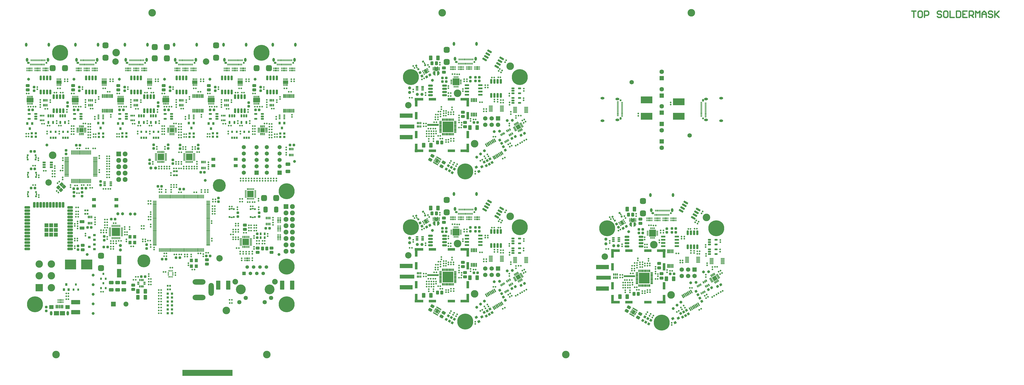
<source format=gts>
G04*
G04 #@! TF.GenerationSoftware,Altium Limited,Altium Designer,20.1.11 (218)*
G04*
G04 Layer_Color=8388736*
%FSLAX24Y24*%
%MOIN*%
G70*
G04*
G04 #@! TF.SameCoordinates,32D8FB58-9F7D-435F-B0ED-68F847CCC549*
G04*
G04*
G04 #@! TF.FilePolarity,Negative*
G04*
G01*
G75*
%ADD11C,0.0200*%
%ADD47R,0.0669X0.0669*%
%ADD53R,0.1004X0.1004*%
%ADD134P,0.0947X4X165.0*%
%ADD167C,0.0197*%
%ADD173C,0.0550*%
%ADD174R,0.0550X0.0550*%
%ADD377R,0.0935X0.0935*%
%ADD378R,0.0935X0.0935*%
%ADD379R,0.0935X0.0935*%
%ADD380R,0.1644X0.0935*%
%ADD381C,0.1181*%
%ADD382R,0.0307X0.0150*%
%ADD383R,0.1827X0.1051*%
G04:AMPARAMS|DCode=384|XSize=23.9mil|YSize=23.9mil|CornerRadius=8mil|HoleSize=0mil|Usage=FLASHONLY|Rotation=180.000|XOffset=0mil|YOffset=0mil|HoleType=Round|Shape=RoundedRectangle|*
%AMROUNDEDRECTD384*
21,1,0.0239,0.0080,0,0,180.0*
21,1,0.0080,0.0239,0,0,180.0*
1,1,0.0159,-0.0040,0.0040*
1,1,0.0159,0.0040,0.0040*
1,1,0.0159,0.0040,-0.0040*
1,1,0.0159,-0.0040,-0.0040*
%
%ADD384ROUNDEDRECTD384*%
%ADD385R,0.0272X0.0370*%
G04:AMPARAMS|DCode=386|XSize=48.8mil|YSize=52.8mil|CornerRadius=7.1mil|HoleSize=0mil|Usage=FLASHONLY|Rotation=315.000|XOffset=0mil|YOffset=0mil|HoleType=Round|Shape=RoundedRectangle|*
%AMROUNDEDRECTD386*
21,1,0.0488,0.0386,0,0,315.0*
21,1,0.0346,0.0528,0,0,315.0*
1,1,0.0142,-0.0014,-0.0259*
1,1,0.0142,-0.0259,-0.0014*
1,1,0.0142,0.0014,0.0259*
1,1,0.0142,0.0259,0.0014*
%
%ADD386ROUNDEDRECTD386*%
G04:AMPARAMS|DCode=387|XSize=28.7mil|YSize=36.6mil|CornerRadius=2.9mil|HoleSize=0mil|Usage=FLASHONLY|Rotation=270.000|XOffset=0mil|YOffset=0mil|HoleType=Round|Shape=RoundedRectangle|*
%AMROUNDEDRECTD387*
21,1,0.0287,0.0309,0,0,270.0*
21,1,0.0230,0.0366,0,0,270.0*
1,1,0.0057,-0.0155,-0.0115*
1,1,0.0057,-0.0155,0.0115*
1,1,0.0057,0.0155,0.0115*
1,1,0.0057,0.0155,-0.0115*
%
%ADD387ROUNDEDRECTD387*%
G04:AMPARAMS|DCode=388|XSize=47.2mil|YSize=55.1mil|CornerRadius=4.1mil|HoleSize=0mil|Usage=FLASHONLY|Rotation=180.000|XOffset=0mil|YOffset=0mil|HoleType=Round|Shape=RoundedRectangle|*
%AMROUNDEDRECTD388*
21,1,0.0472,0.0469,0,0,180.0*
21,1,0.0390,0.0551,0,0,180.0*
1,1,0.0083,-0.0195,0.0234*
1,1,0.0083,0.0195,0.0234*
1,1,0.0083,0.0195,-0.0234*
1,1,0.0083,-0.0195,-0.0234*
%
%ADD388ROUNDEDRECTD388*%
G04:AMPARAMS|DCode=389|XSize=76.4mil|YSize=44.9mil|CornerRadius=6.7mil|HoleSize=0mil|Usage=FLASHONLY|Rotation=180.000|XOffset=0mil|YOffset=0mil|HoleType=Round|Shape=RoundedRectangle|*
%AMROUNDEDRECTD389*
21,1,0.0764,0.0315,0,0,180.0*
21,1,0.0630,0.0449,0,0,180.0*
1,1,0.0134,-0.0315,0.0157*
1,1,0.0134,0.0315,0.0157*
1,1,0.0134,0.0315,-0.0157*
1,1,0.0134,-0.0315,-0.0157*
%
%ADD389ROUNDEDRECTD389*%
%ADD390R,0.0311X0.0390*%
G04:AMPARAMS|DCode=391|XSize=102mil|YSize=102mil|CornerRadius=7.6mil|HoleSize=0mil|Usage=FLASHONLY|Rotation=180.000|XOffset=0mil|YOffset=0mil|HoleType=Round|Shape=RoundedRectangle|*
%AMROUNDEDRECTD391*
21,1,0.1020,0.0868,0,0,180.0*
21,1,0.0868,0.1020,0,0,180.0*
1,1,0.0152,-0.0434,0.0434*
1,1,0.0152,0.0434,0.0434*
1,1,0.0152,0.0434,-0.0434*
1,1,0.0152,-0.0434,-0.0434*
%
%ADD391ROUNDEDRECTD391*%
G04:AMPARAMS|DCode=392|XSize=29.1mil|YSize=15mil|CornerRadius=3.2mil|HoleSize=0mil|Usage=FLASHONLY|Rotation=270.000|XOffset=0mil|YOffset=0mil|HoleType=Round|Shape=RoundedRectangle|*
%AMROUNDEDRECTD392*
21,1,0.0291,0.0085,0,0,270.0*
21,1,0.0227,0.0150,0,0,270.0*
1,1,0.0065,-0.0043,-0.0113*
1,1,0.0065,-0.0043,0.0113*
1,1,0.0065,0.0043,0.0113*
1,1,0.0065,0.0043,-0.0113*
%
%ADD392ROUNDEDRECTD392*%
G04:AMPARAMS|DCode=393|XSize=29.1mil|YSize=15mil|CornerRadius=3.2mil|HoleSize=0mil|Usage=FLASHONLY|Rotation=180.000|XOffset=0mil|YOffset=0mil|HoleType=Round|Shape=RoundedRectangle|*
%AMROUNDEDRECTD393*
21,1,0.0291,0.0085,0,0,180.0*
21,1,0.0227,0.0150,0,0,180.0*
1,1,0.0065,-0.0113,0.0043*
1,1,0.0065,0.0113,0.0043*
1,1,0.0065,0.0113,-0.0043*
1,1,0.0065,-0.0113,-0.0043*
%
%ADD393ROUNDEDRECTD393*%
G04:AMPARAMS|DCode=394|XSize=37mil|YSize=21.3mil|CornerRadius=4.3mil|HoleSize=0mil|Usage=FLASHONLY|Rotation=360.000|XOffset=0mil|YOffset=0mil|HoleType=Round|Shape=RoundedRectangle|*
%AMROUNDEDRECTD394*
21,1,0.0370,0.0126,0,0,360.0*
21,1,0.0283,0.0213,0,0,360.0*
1,1,0.0087,0.0142,-0.0063*
1,1,0.0087,-0.0142,-0.0063*
1,1,0.0087,-0.0142,0.0063*
1,1,0.0087,0.0142,0.0063*
%
%ADD394ROUNDEDRECTD394*%
G04:AMPARAMS|DCode=395|XSize=27.2mil|YSize=44.9mil|CornerRadius=4.9mil|HoleSize=0mil|Usage=FLASHONLY|Rotation=270.000|XOffset=0mil|YOffset=0mil|HoleType=Round|Shape=RoundedRectangle|*
%AMROUNDEDRECTD395*
21,1,0.0272,0.0350,0,0,270.0*
21,1,0.0173,0.0449,0,0,270.0*
1,1,0.0098,-0.0175,-0.0087*
1,1,0.0098,-0.0175,0.0087*
1,1,0.0098,0.0175,0.0087*
1,1,0.0098,0.0175,-0.0087*
%
%ADD395ROUNDEDRECTD395*%
G04:AMPARAMS|DCode=396|XSize=74.8mil|YSize=106.3mil|CornerRadius=5.5mil|HoleSize=0mil|Usage=FLASHONLY|Rotation=90.000|XOffset=0mil|YOffset=0mil|HoleType=Round|Shape=RoundedRectangle|*
%AMROUNDEDRECTD396*
21,1,0.0748,0.0953,0,0,90.0*
21,1,0.0638,0.1063,0,0,90.0*
1,1,0.0110,0.0476,0.0319*
1,1,0.0110,0.0476,-0.0319*
1,1,0.0110,-0.0476,-0.0319*
1,1,0.0110,-0.0476,0.0319*
%
%ADD396ROUNDEDRECTD396*%
G04:AMPARAMS|DCode=397|XSize=15.6mil|YSize=25mil|CornerRadius=3.1mil|HoleSize=0mil|Usage=FLASHONLY|Rotation=180.000|XOffset=0mil|YOffset=0mil|HoleType=Round|Shape=RoundedRectangle|*
%AMROUNDEDRECTD397*
21,1,0.0156,0.0189,0,0,180.0*
21,1,0.0094,0.0250,0,0,180.0*
1,1,0.0061,-0.0047,0.0094*
1,1,0.0061,0.0047,0.0094*
1,1,0.0061,0.0047,-0.0094*
1,1,0.0061,-0.0047,-0.0094*
%
%ADD397ROUNDEDRECTD397*%
G04:AMPARAMS|DCode=398|XSize=37mil|YSize=21.3mil|CornerRadius=4.3mil|HoleSize=0mil|Usage=FLASHONLY|Rotation=90.000|XOffset=0mil|YOffset=0mil|HoleType=Round|Shape=RoundedRectangle|*
%AMROUNDEDRECTD398*
21,1,0.0370,0.0126,0,0,90.0*
21,1,0.0283,0.0213,0,0,90.0*
1,1,0.0087,0.0063,0.0142*
1,1,0.0087,0.0063,-0.0142*
1,1,0.0087,-0.0063,-0.0142*
1,1,0.0087,-0.0063,0.0142*
%
%ADD398ROUNDEDRECTD398*%
G04:AMPARAMS|DCode=399|XSize=20.5mil|YSize=27.6mil|CornerRadius=3.6mil|HoleSize=0mil|Usage=FLASHONLY|Rotation=270.000|XOffset=0mil|YOffset=0mil|HoleType=Round|Shape=RoundedRectangle|*
%AMROUNDEDRECTD399*
21,1,0.0205,0.0203,0,0,270.0*
21,1,0.0132,0.0276,0,0,270.0*
1,1,0.0072,-0.0102,-0.0066*
1,1,0.0072,-0.0102,0.0066*
1,1,0.0072,0.0102,0.0066*
1,1,0.0072,0.0102,-0.0066*
%
%ADD399ROUNDEDRECTD399*%
G04:AMPARAMS|DCode=400|XSize=20.5mil|YSize=27.6mil|CornerRadius=3.6mil|HoleSize=0mil|Usage=FLASHONLY|Rotation=360.000|XOffset=0mil|YOffset=0mil|HoleType=Round|Shape=RoundedRectangle|*
%AMROUNDEDRECTD400*
21,1,0.0205,0.0203,0,0,360.0*
21,1,0.0132,0.0276,0,0,360.0*
1,1,0.0072,0.0066,-0.0102*
1,1,0.0072,-0.0066,-0.0102*
1,1,0.0072,-0.0066,0.0102*
1,1,0.0072,0.0066,0.0102*
%
%ADD400ROUNDEDRECTD400*%
%ADD401R,0.0843X0.0528*%
%ADD402R,0.0154X0.0252*%
G04:AMPARAMS|DCode=403|XSize=21.3mil|YSize=37mil|CornerRadius=4.3mil|HoleSize=0mil|Usage=FLASHONLY|Rotation=360.000|XOffset=0mil|YOffset=0mil|HoleType=Round|Shape=RoundedRectangle|*
%AMROUNDEDRECTD403*
21,1,0.0213,0.0283,0,0,360.0*
21,1,0.0126,0.0370,0,0,360.0*
1,1,0.0087,0.0063,-0.0142*
1,1,0.0087,-0.0063,-0.0142*
1,1,0.0087,-0.0063,0.0142*
1,1,0.0087,0.0063,0.0142*
%
%ADD403ROUNDEDRECTD403*%
G04:AMPARAMS|DCode=404|XSize=31.1mil|YSize=74.4mil|CornerRadius=6.6mil|HoleSize=0mil|Usage=FLASHONLY|Rotation=180.000|XOffset=0mil|YOffset=0mil|HoleType=Round|Shape=RoundedRectangle|*
%AMROUNDEDRECTD404*
21,1,0.0311,0.0612,0,0,180.0*
21,1,0.0179,0.0744,0,0,180.0*
1,1,0.0132,-0.0090,0.0306*
1,1,0.0132,0.0090,0.0306*
1,1,0.0132,0.0090,-0.0306*
1,1,0.0132,-0.0090,-0.0306*
%
%ADD404ROUNDEDRECTD404*%
G04:AMPARAMS|DCode=405|XSize=19.3mil|YSize=58.7mil|CornerRadius=4.1mil|HoleSize=0mil|Usage=FLASHONLY|Rotation=180.000|XOffset=0mil|YOffset=0mil|HoleType=Round|Shape=RoundedRectangle|*
%AMROUNDEDRECTD405*
21,1,0.0193,0.0504,0,0,180.0*
21,1,0.0110,0.0587,0,0,180.0*
1,1,0.0083,-0.0055,0.0252*
1,1,0.0083,0.0055,0.0252*
1,1,0.0083,0.0055,-0.0252*
1,1,0.0083,-0.0055,-0.0252*
%
%ADD405ROUNDEDRECTD405*%
G04:AMPARAMS|DCode=406|XSize=15.4mil|YSize=31.9mil|CornerRadius=2.7mil|HoleSize=0mil|Usage=FLASHONLY|Rotation=180.000|XOffset=0mil|YOffset=0mil|HoleType=Round|Shape=RoundedRectangle|*
%AMROUNDEDRECTD406*
21,1,0.0154,0.0265,0,0,180.0*
21,1,0.0099,0.0319,0,0,180.0*
1,1,0.0054,-0.0050,0.0132*
1,1,0.0054,0.0050,0.0132*
1,1,0.0054,0.0050,-0.0132*
1,1,0.0054,-0.0050,-0.0132*
%
%ADD406ROUNDEDRECTD406*%
G04:AMPARAMS|DCode=407|XSize=15.4mil|YSize=31.9mil|CornerRadius=2.7mil|HoleSize=0mil|Usage=FLASHONLY|Rotation=90.000|XOffset=0mil|YOffset=0mil|HoleType=Round|Shape=RoundedRectangle|*
%AMROUNDEDRECTD407*
21,1,0.0154,0.0265,0,0,90.0*
21,1,0.0099,0.0319,0,0,90.0*
1,1,0.0054,0.0132,0.0050*
1,1,0.0054,0.0132,-0.0050*
1,1,0.0054,-0.0132,-0.0050*
1,1,0.0054,-0.0132,0.0050*
%
%ADD407ROUNDEDRECTD407*%
%ADD408R,0.0453X0.0276*%
%ADD409R,0.1315X0.1315*%
G04:AMPARAMS|DCode=410|XSize=13.8mil|YSize=35.4mil|CornerRadius=4.4mil|HoleSize=0mil|Usage=FLASHONLY|Rotation=90.000|XOffset=0mil|YOffset=0mil|HoleType=Round|Shape=RoundedRectangle|*
%AMROUNDEDRECTD410*
21,1,0.0138,0.0266,0,0,90.0*
21,1,0.0049,0.0354,0,0,90.0*
1,1,0.0089,0.0133,0.0025*
1,1,0.0089,0.0133,-0.0025*
1,1,0.0089,-0.0133,-0.0025*
1,1,0.0089,-0.0133,0.0025*
%
%ADD410ROUNDEDRECTD410*%
G04:AMPARAMS|DCode=411|XSize=13.8mil|YSize=35.4mil|CornerRadius=4.4mil|HoleSize=0mil|Usage=FLASHONLY|Rotation=180.000|XOffset=0mil|YOffset=0mil|HoleType=Round|Shape=RoundedRectangle|*
%AMROUNDEDRECTD411*
21,1,0.0138,0.0266,0,0,180.0*
21,1,0.0049,0.0354,0,0,180.0*
1,1,0.0089,-0.0025,0.0133*
1,1,0.0089,0.0025,0.0133*
1,1,0.0089,0.0025,-0.0133*
1,1,0.0089,-0.0025,-0.0133*
%
%ADD411ROUNDEDRECTD411*%
%ADD412R,0.1043X0.1043*%
%ADD413O,0.0370X0.0154*%
%ADD414O,0.0154X0.0370*%
G04:AMPARAMS|DCode=415|XSize=65.7mil|YSize=15.4mil|CornerRadius=3.5mil|HoleSize=0mil|Usage=FLASHONLY|Rotation=180.000|XOffset=0mil|YOffset=0mil|HoleType=Round|Shape=RoundedRectangle|*
%AMROUNDEDRECTD415*
21,1,0.0657,0.0083,0,0,180.0*
21,1,0.0587,0.0154,0,0,180.0*
1,1,0.0071,-0.0293,0.0041*
1,1,0.0071,0.0293,0.0041*
1,1,0.0071,0.0293,-0.0041*
1,1,0.0071,-0.0293,-0.0041*
%
%ADD415ROUNDEDRECTD415*%
G04:AMPARAMS|DCode=416|XSize=65.7mil|YSize=15.4mil|CornerRadius=3.5mil|HoleSize=0mil|Usage=FLASHONLY|Rotation=270.000|XOffset=0mil|YOffset=0mil|HoleType=Round|Shape=RoundedRectangle|*
%AMROUNDEDRECTD416*
21,1,0.0657,0.0083,0,0,270.0*
21,1,0.0587,0.0154,0,0,270.0*
1,1,0.0071,-0.0041,-0.0293*
1,1,0.0071,-0.0041,0.0293*
1,1,0.0071,0.0041,0.0293*
1,1,0.0071,0.0041,-0.0293*
%
%ADD416ROUNDEDRECTD416*%
G04:AMPARAMS|DCode=417|XSize=84.3mil|YSize=40.9mil|CornerRadius=6.3mil|HoleSize=0mil|Usage=FLASHONLY|Rotation=360.000|XOffset=0mil|YOffset=0mil|HoleType=Round|Shape=RoundedRectangle|*
%AMROUNDEDRECTD417*
21,1,0.0843,0.0283,0,0,360.0*
21,1,0.0717,0.0409,0,0,360.0*
1,1,0.0126,0.0358,-0.0142*
1,1,0.0126,-0.0358,-0.0142*
1,1,0.0126,-0.0358,0.0142*
1,1,0.0126,0.0358,0.0142*
%
%ADD417ROUNDEDRECTD417*%
G04:AMPARAMS|DCode=418|XSize=84.3mil|YSize=40.9mil|CornerRadius=6.3mil|HoleSize=0mil|Usage=FLASHONLY|Rotation=270.000|XOffset=0mil|YOffset=0mil|HoleType=Round|Shape=RoundedRectangle|*
%AMROUNDEDRECTD418*
21,1,0.0843,0.0283,0,0,270.0*
21,1,0.0717,0.0409,0,0,270.0*
1,1,0.0126,-0.0142,-0.0358*
1,1,0.0126,-0.0142,0.0358*
1,1,0.0126,0.0142,0.0358*
1,1,0.0126,0.0142,-0.0358*
%
%ADD418ROUNDEDRECTD418*%
G04:AMPARAMS|DCode=419|XSize=40.9mil|YSize=84.3mil|CornerRadius=6.3mil|HoleSize=0mil|Usage=FLASHONLY|Rotation=270.000|XOffset=0mil|YOffset=0mil|HoleType=Round|Shape=RoundedRectangle|*
%AMROUNDEDRECTD419*
21,1,0.0409,0.0717,0,0,270.0*
21,1,0.0283,0.0843,0,0,270.0*
1,1,0.0126,-0.0358,-0.0142*
1,1,0.0126,-0.0358,0.0142*
1,1,0.0126,0.0358,0.0142*
1,1,0.0126,0.0358,-0.0142*
%
%ADD419ROUNDEDRECTD419*%
G04:AMPARAMS|DCode=420|XSize=57.9mil|YSize=57.9mil|CornerRadius=0mil|HoleSize=0mil|Usage=FLASHONLY|Rotation=360.000|XOffset=0mil|YOffset=0mil|HoleType=Round|Shape=RoundedRectangle|*
%AMROUNDEDRECTD420*
21,1,0.0579,0.0579,0,0,360.0*
21,1,0.0579,0.0579,0,0,360.0*
1,1,0.0000,0.0289,-0.0289*
1,1,0.0000,-0.0289,-0.0289*
1,1,0.0000,-0.0289,0.0289*
1,1,0.0000,0.0289,0.0289*
%
%ADD420ROUNDEDRECTD420*%
G04:AMPARAMS|DCode=421|XSize=13.8mil|YSize=37.4mil|CornerRadius=4.4mil|HoleSize=0mil|Usage=FLASHONLY|Rotation=360.000|XOffset=0mil|YOffset=0mil|HoleType=Round|Shape=RoundedRectangle|*
%AMROUNDEDRECTD421*
21,1,0.0138,0.0285,0,0,360.0*
21,1,0.0049,0.0374,0,0,360.0*
1,1,0.0089,0.0025,-0.0143*
1,1,0.0089,-0.0025,-0.0143*
1,1,0.0089,-0.0025,0.0143*
1,1,0.0089,0.0025,0.0143*
%
%ADD421ROUNDEDRECTD421*%
G04:AMPARAMS|DCode=422|XSize=13.8mil|YSize=37.4mil|CornerRadius=4.4mil|HoleSize=0mil|Usage=FLASHONLY|Rotation=90.000|XOffset=0mil|YOffset=0mil|HoleType=Round|Shape=RoundedRectangle|*
%AMROUNDEDRECTD422*
21,1,0.0138,0.0285,0,0,90.0*
21,1,0.0049,0.0374,0,0,90.0*
1,1,0.0089,0.0143,0.0025*
1,1,0.0089,0.0143,-0.0025*
1,1,0.0089,-0.0143,-0.0025*
1,1,0.0089,-0.0143,0.0025*
%
%ADD422ROUNDEDRECTD422*%
%ADD423R,0.0244X0.0156*%
%ADD424R,0.0156X0.0244*%
%ADD425R,0.0350X0.0193*%
%ADD426R,0.0193X0.0350*%
G04:AMPARAMS|DCode=427|XSize=15.6mil|YSize=56.9mil|CornerRadius=4.8mil|HoleSize=0mil|Usage=FLASHONLY|Rotation=180.000|XOffset=0mil|YOffset=0mil|HoleType=Round|Shape=RoundedRectangle|*
%AMROUNDEDRECTD427*
21,1,0.0156,0.0472,0,0,180.0*
21,1,0.0059,0.0569,0,0,180.0*
1,1,0.0097,-0.0030,0.0236*
1,1,0.0097,0.0030,0.0236*
1,1,0.0097,0.0030,-0.0236*
1,1,0.0097,-0.0030,-0.0236*
%
%ADD427ROUNDEDRECTD427*%
G04:AMPARAMS|DCode=428|XSize=15.6mil|YSize=56.9mil|CornerRadius=4.8mil|HoleSize=0mil|Usage=FLASHONLY|Rotation=90.000|XOffset=0mil|YOffset=0mil|HoleType=Round|Shape=RoundedRectangle|*
%AMROUNDEDRECTD428*
21,1,0.0156,0.0472,0,0,90.0*
21,1,0.0059,0.0569,0,0,90.0*
1,1,0.0097,0.0236,0.0030*
1,1,0.0097,0.0236,-0.0030*
1,1,0.0097,-0.0236,-0.0030*
1,1,0.0097,-0.0236,0.0030*
%
%ADD428ROUNDEDRECTD428*%
%ADD429C,0.0449*%
%ADD430R,0.0646X0.0488*%
G04:AMPARAMS|DCode=431|XSize=27.6mil|YSize=29.5mil|CornerRadius=4.3mil|HoleSize=0mil|Usage=FLASHONLY|Rotation=270.000|XOffset=0mil|YOffset=0mil|HoleType=Round|Shape=RoundedRectangle|*
%AMROUNDEDRECTD431*
21,1,0.0276,0.0209,0,0,270.0*
21,1,0.0189,0.0295,0,0,270.0*
1,1,0.0087,-0.0104,-0.0094*
1,1,0.0087,-0.0104,0.0094*
1,1,0.0087,0.0104,0.0094*
1,1,0.0087,0.0104,-0.0094*
%
%ADD431ROUNDEDRECTD431*%
G04:AMPARAMS|DCode=432|XSize=31.5mil|YSize=17.7mil|CornerRadius=3.3mil|HoleSize=0mil|Usage=FLASHONLY|Rotation=90.000|XOffset=0mil|YOffset=0mil|HoleType=Round|Shape=RoundedRectangle|*
%AMROUNDEDRECTD432*
21,1,0.0315,0.0110,0,0,90.0*
21,1,0.0248,0.0177,0,0,90.0*
1,1,0.0067,0.0055,0.0124*
1,1,0.0067,0.0055,-0.0124*
1,1,0.0067,-0.0055,-0.0124*
1,1,0.0067,-0.0055,0.0124*
%
%ADD432ROUNDEDRECTD432*%
G04:AMPARAMS|DCode=433|XSize=23.9mil|YSize=23.9mil|CornerRadius=8mil|HoleSize=0mil|Usage=FLASHONLY|Rotation=90.000|XOffset=0mil|YOffset=0mil|HoleType=Round|Shape=RoundedRectangle|*
%AMROUNDEDRECTD433*
21,1,0.0239,0.0080,0,0,90.0*
21,1,0.0080,0.0239,0,0,90.0*
1,1,0.0159,0.0040,0.0040*
1,1,0.0159,0.0040,-0.0040*
1,1,0.0159,-0.0040,-0.0040*
1,1,0.0159,-0.0040,0.0040*
%
%ADD433ROUNDEDRECTD433*%
G04:AMPARAMS|DCode=434|XSize=38.9mil|YSize=37.9mil|CornerRadius=7.9mil|HoleSize=0mil|Usage=FLASHONLY|Rotation=270.000|XOffset=0mil|YOffset=0mil|HoleType=Round|Shape=RoundedRectangle|*
%AMROUNDEDRECTD434*
21,1,0.0389,0.0221,0,0,270.0*
21,1,0.0231,0.0379,0,0,270.0*
1,1,0.0158,-0.0111,-0.0116*
1,1,0.0158,-0.0111,0.0116*
1,1,0.0158,0.0111,0.0116*
1,1,0.0158,0.0111,-0.0116*
%
%ADD434ROUNDEDRECTD434*%
%ADD435R,0.0409X0.0370*%
%ADD436R,0.0370X0.0409*%
%ADD437R,0.0275X0.0340*%
G04:AMPARAMS|DCode=438|XSize=58.9mil|YSize=46.9mil|CornerRadius=9.9mil|HoleSize=0mil|Usage=FLASHONLY|Rotation=270.000|XOffset=0mil|YOffset=0mil|HoleType=Round|Shape=RoundedRectangle|*
%AMROUNDEDRECTD438*
21,1,0.0589,0.0271,0,0,270.0*
21,1,0.0391,0.0469,0,0,270.0*
1,1,0.0198,-0.0135,-0.0195*
1,1,0.0198,-0.0135,0.0195*
1,1,0.0198,0.0135,0.0195*
1,1,0.0198,0.0135,-0.0195*
%
%ADD438ROUNDEDRECTD438*%
G04:AMPARAMS|DCode=439|XSize=58.9mil|YSize=46.9mil|CornerRadius=9.9mil|HoleSize=0mil|Usage=FLASHONLY|Rotation=180.000|XOffset=0mil|YOffset=0mil|HoleType=Round|Shape=RoundedRectangle|*
%AMROUNDEDRECTD439*
21,1,0.0589,0.0271,0,0,180.0*
21,1,0.0391,0.0469,0,0,180.0*
1,1,0.0198,-0.0195,0.0135*
1,1,0.0198,0.0195,0.0135*
1,1,0.0198,0.0195,-0.0135*
1,1,0.0198,-0.0195,-0.0135*
%
%ADD439ROUNDEDRECTD439*%
%ADD440R,0.0150X0.0307*%
%ADD441R,0.1750X0.1580*%
G04:AMPARAMS|DCode=442|XSize=11.8mil|YSize=26.2mil|CornerRadius=3.2mil|HoleSize=0mil|Usage=FLASHONLY|Rotation=90.000|XOffset=0mil|YOffset=0mil|HoleType=Round|Shape=RoundedRectangle|*
%AMROUNDEDRECTD442*
21,1,0.0118,0.0199,0,0,90.0*
21,1,0.0055,0.0262,0,0,90.0*
1,1,0.0063,0.0099,0.0028*
1,1,0.0063,0.0099,-0.0028*
1,1,0.0063,-0.0099,-0.0028*
1,1,0.0063,-0.0099,0.0028*
%
%ADD442ROUNDEDRECTD442*%
G04:AMPARAMS|DCode=443|XSize=19.7mil|YSize=26.2mil|CornerRadius=3.2mil|HoleSize=0mil|Usage=FLASHONLY|Rotation=90.000|XOffset=0mil|YOffset=0mil|HoleType=Round|Shape=RoundedRectangle|*
%AMROUNDEDRECTD443*
21,1,0.0197,0.0197,0,0,90.0*
21,1,0.0132,0.0262,0,0,90.0*
1,1,0.0065,0.0099,0.0066*
1,1,0.0065,0.0099,-0.0066*
1,1,0.0065,-0.0099,-0.0066*
1,1,0.0065,-0.0099,0.0066*
%
%ADD443ROUNDEDRECTD443*%
G04:AMPARAMS|DCode=444|XSize=91.3mil|YSize=69.3mil|CornerRadius=18.7mil|HoleSize=0mil|Usage=FLASHONLY|Rotation=270.000|XOffset=0mil|YOffset=0mil|HoleType=Round|Shape=RoundedRectangle|*
%AMROUNDEDRECTD444*
21,1,0.0913,0.0319,0,0,270.0*
21,1,0.0539,0.0693,0,0,270.0*
1,1,0.0374,-0.0159,-0.0270*
1,1,0.0374,-0.0159,0.0270*
1,1,0.0374,0.0159,0.0270*
1,1,0.0374,0.0159,-0.0270*
%
%ADD444ROUNDEDRECTD444*%
%ADD445R,0.0370X0.0370*%
G04:AMPARAMS|DCode=446|XSize=11.8mil|YSize=26.2mil|CornerRadius=3.2mil|HoleSize=0mil|Usage=FLASHONLY|Rotation=360.000|XOffset=0mil|YOffset=0mil|HoleType=Round|Shape=RoundedRectangle|*
%AMROUNDEDRECTD446*
21,1,0.0118,0.0199,0,0,360.0*
21,1,0.0055,0.0262,0,0,360.0*
1,1,0.0063,0.0028,-0.0099*
1,1,0.0063,-0.0028,-0.0099*
1,1,0.0063,-0.0028,0.0099*
1,1,0.0063,0.0028,0.0099*
%
%ADD446ROUNDEDRECTD446*%
G04:AMPARAMS|DCode=447|XSize=19.7mil|YSize=26.2mil|CornerRadius=3.2mil|HoleSize=0mil|Usage=FLASHONLY|Rotation=360.000|XOffset=0mil|YOffset=0mil|HoleType=Round|Shape=RoundedRectangle|*
%AMROUNDEDRECTD447*
21,1,0.0197,0.0197,0,0,360.0*
21,1,0.0132,0.0262,0,0,360.0*
1,1,0.0065,0.0066,-0.0099*
1,1,0.0065,-0.0066,-0.0099*
1,1,0.0065,-0.0066,0.0099*
1,1,0.0065,0.0066,0.0099*
%
%ADD447ROUNDEDRECTD447*%
G04:AMPARAMS|DCode=448|XSize=94.5mil|YSize=90.6mil|CornerRadius=24mil|HoleSize=0mil|Usage=FLASHONLY|Rotation=270.000|XOffset=0mil|YOffset=0mil|HoleType=Round|Shape=RoundedRectangle|*
%AMROUNDEDRECTD448*
21,1,0.0945,0.0425,0,0,270.0*
21,1,0.0465,0.0906,0,0,270.0*
1,1,0.0480,-0.0213,-0.0232*
1,1,0.0480,-0.0213,0.0232*
1,1,0.0480,0.0213,0.0232*
1,1,0.0480,0.0213,-0.0232*
%
%ADD448ROUNDEDRECTD448*%
G04:AMPARAMS|DCode=449|XSize=94.5mil|YSize=90.6mil|CornerRadius=24mil|HoleSize=0mil|Usage=FLASHONLY|Rotation=180.000|XOffset=0mil|YOffset=0mil|HoleType=Round|Shape=RoundedRectangle|*
%AMROUNDEDRECTD449*
21,1,0.0945,0.0425,0,0,180.0*
21,1,0.0465,0.0906,0,0,180.0*
1,1,0.0480,-0.0232,0.0213*
1,1,0.0480,0.0232,0.0213*
1,1,0.0480,0.0232,-0.0213*
1,1,0.0480,-0.0232,-0.0213*
%
%ADD449ROUNDEDRECTD449*%
%ADD450R,0.0295X0.0276*%
%ADD451R,0.0291X0.0331*%
%ADD452R,0.0693X0.1319*%
G04:AMPARAMS|DCode=453|XSize=38.9mil|YSize=37.9mil|CornerRadius=7.9mil|HoleSize=0mil|Usage=FLASHONLY|Rotation=360.000|XOffset=0mil|YOffset=0mil|HoleType=Round|Shape=RoundedRectangle|*
%AMROUNDEDRECTD453*
21,1,0.0389,0.0221,0,0,360.0*
21,1,0.0231,0.0379,0,0,360.0*
1,1,0.0158,0.0116,-0.0111*
1,1,0.0158,-0.0116,-0.0111*
1,1,0.0158,-0.0116,0.0111*
1,1,0.0158,0.0116,0.0111*
%
%ADD453ROUNDEDRECTD453*%
G04:AMPARAMS|DCode=454|XSize=74.9mil|YSize=50.9mil|CornerRadius=10mil|HoleSize=0mil|Usage=FLASHONLY|Rotation=90.000|XOffset=0mil|YOffset=0mil|HoleType=Round|Shape=RoundedRectangle|*
%AMROUNDEDRECTD454*
21,1,0.0749,0.0310,0,0,90.0*
21,1,0.0550,0.0509,0,0,90.0*
1,1,0.0199,0.0155,0.0275*
1,1,0.0199,0.0155,-0.0275*
1,1,0.0199,-0.0155,-0.0275*
1,1,0.0199,-0.0155,0.0275*
%
%ADD454ROUNDEDRECTD454*%
G04:AMPARAMS|DCode=455|XSize=74.9mil|YSize=50.9mil|CornerRadius=10mil|HoleSize=0mil|Usage=FLASHONLY|Rotation=180.000|XOffset=0mil|YOffset=0mil|HoleType=Round|Shape=RoundedRectangle|*
%AMROUNDEDRECTD455*
21,1,0.0749,0.0310,0,0,180.0*
21,1,0.0550,0.0509,0,0,180.0*
1,1,0.0199,-0.0275,0.0155*
1,1,0.0199,0.0275,0.0155*
1,1,0.0199,0.0275,-0.0155*
1,1,0.0199,-0.0275,-0.0155*
%
%ADD455ROUNDEDRECTD455*%
G04:AMPARAMS|DCode=456|XSize=23.9mil|YSize=23.9mil|CornerRadius=8mil|HoleSize=0mil|Usage=FLASHONLY|Rotation=45.000|XOffset=0mil|YOffset=0mil|HoleType=Round|Shape=RoundedRectangle|*
%AMROUNDEDRECTD456*
21,1,0.0239,0.0080,0,0,45.0*
21,1,0.0080,0.0239,0,0,45.0*
1,1,0.0159,0.0057,0.0000*
1,1,0.0159,0.0000,-0.0057*
1,1,0.0159,-0.0057,0.0000*
1,1,0.0159,0.0000,0.0057*
%
%ADD456ROUNDEDRECTD456*%
G04:AMPARAMS|DCode=457|XSize=23.9mil|YSize=23.9mil|CornerRadius=8mil|HoleSize=0mil|Usage=FLASHONLY|Rotation=135.000|XOffset=0mil|YOffset=0mil|HoleType=Round|Shape=RoundedRectangle|*
%AMROUNDEDRECTD457*
21,1,0.0239,0.0080,0,0,135.0*
21,1,0.0080,0.0239,0,0,135.0*
1,1,0.0159,0.0000,0.0057*
1,1,0.0159,0.0057,0.0000*
1,1,0.0159,0.0000,-0.0057*
1,1,0.0159,-0.0057,0.0000*
%
%ADD457ROUNDEDRECTD457*%
G04:AMPARAMS|DCode=458|XSize=66.9mil|YSize=141.7mil|CornerRadius=9.8mil|HoleSize=0mil|Usage=FLASHONLY|Rotation=360.000|XOffset=0mil|YOffset=0mil|HoleType=Round|Shape=RoundedRectangle|*
%AMROUNDEDRECTD458*
21,1,0.0669,0.1220,0,0,360.0*
21,1,0.0472,0.1417,0,0,360.0*
1,1,0.0197,0.0236,-0.0610*
1,1,0.0197,-0.0236,-0.0610*
1,1,0.0197,-0.0236,0.0610*
1,1,0.0197,0.0236,0.0610*
%
%ADD458ROUNDEDRECTD458*%
G04:AMPARAMS|DCode=459|XSize=31.5mil|YSize=17.7mil|CornerRadius=3.3mil|HoleSize=0mil|Usage=FLASHONLY|Rotation=360.000|XOffset=0mil|YOffset=0mil|HoleType=Round|Shape=RoundedRectangle|*
%AMROUNDEDRECTD459*
21,1,0.0315,0.0110,0,0,360.0*
21,1,0.0248,0.0177,0,0,360.0*
1,1,0.0067,0.0124,-0.0055*
1,1,0.0067,-0.0124,-0.0055*
1,1,0.0067,-0.0124,0.0055*
1,1,0.0067,0.0124,0.0055*
%
%ADD459ROUNDEDRECTD459*%
G04:AMPARAMS|DCode=460|XSize=27.6mil|YSize=29.5mil|CornerRadius=4.3mil|HoleSize=0mil|Usage=FLASHONLY|Rotation=360.000|XOffset=0mil|YOffset=0mil|HoleType=Round|Shape=RoundedRectangle|*
%AMROUNDEDRECTD460*
21,1,0.0276,0.0209,0,0,360.0*
21,1,0.0189,0.0295,0,0,360.0*
1,1,0.0087,0.0094,-0.0104*
1,1,0.0087,-0.0094,-0.0104*
1,1,0.0087,-0.0094,0.0104*
1,1,0.0087,0.0094,0.0104*
%
%ADD460ROUNDEDRECTD460*%
G04:AMPARAMS|DCode=461|XSize=27.2mil|YSize=44.9mil|CornerRadius=4.9mil|HoleSize=0mil|Usage=FLASHONLY|Rotation=360.000|XOffset=0mil|YOffset=0mil|HoleType=Round|Shape=RoundedRectangle|*
%AMROUNDEDRECTD461*
21,1,0.0272,0.0350,0,0,360.0*
21,1,0.0173,0.0449,0,0,360.0*
1,1,0.0098,0.0087,-0.0175*
1,1,0.0098,-0.0087,-0.0175*
1,1,0.0098,-0.0087,0.0175*
1,1,0.0098,0.0087,0.0175*
%
%ADD461ROUNDEDRECTD461*%
G04:AMPARAMS|DCode=462|XSize=66.9mil|YSize=141.7mil|CornerRadius=9.8mil|HoleSize=0mil|Usage=FLASHONLY|Rotation=270.000|XOffset=0mil|YOffset=0mil|HoleType=Round|Shape=RoundedRectangle|*
%AMROUNDEDRECTD462*
21,1,0.0669,0.1220,0,0,270.0*
21,1,0.0472,0.1417,0,0,270.0*
1,1,0.0197,-0.0610,-0.0236*
1,1,0.0197,-0.0610,0.0236*
1,1,0.0197,0.0610,0.0236*
1,1,0.0197,0.0610,-0.0236*
%
%ADD462ROUNDEDRECTD462*%
G04:AMPARAMS|DCode=463|XSize=19.7mil|YSize=57.1mil|CornerRadius=5.9mil|HoleSize=0mil|Usage=FLASHONLY|Rotation=360.000|XOffset=0mil|YOffset=0mil|HoleType=Round|Shape=RoundedRectangle|*
%AMROUNDEDRECTD463*
21,1,0.0197,0.0453,0,0,360.0*
21,1,0.0079,0.0571,0,0,360.0*
1,1,0.0118,0.0039,-0.0226*
1,1,0.0118,-0.0039,-0.0226*
1,1,0.0118,-0.0039,0.0226*
1,1,0.0118,0.0039,0.0226*
%
%ADD463ROUNDEDRECTD463*%
%ADD464R,0.0787X0.0650*%
%ADD465R,0.0669X0.0591*%
G04:AMPARAMS|DCode=466|XSize=17.3mil|YSize=23.2mil|CornerRadius=3.9mil|HoleSize=0mil|Usage=FLASHONLY|Rotation=300.000|XOffset=0mil|YOffset=0mil|HoleType=Round|Shape=RoundedRectangle|*
%AMROUNDEDRECTD466*
21,1,0.0173,0.0154,0,0,300.0*
21,1,0.0094,0.0232,0,0,300.0*
1,1,0.0079,-0.0043,-0.0079*
1,1,0.0079,-0.0090,0.0003*
1,1,0.0079,0.0043,0.0079*
1,1,0.0079,0.0090,-0.0003*
%
%ADD466ROUNDEDRECTD466*%
G04:AMPARAMS|DCode=467|XSize=68.5mil|YSize=44.9mil|CornerRadius=4.7mil|HoleSize=0mil|Usage=FLASHONLY|Rotation=300.000|XOffset=0mil|YOffset=0mil|HoleType=Round|Shape=RoundedRectangle|*
%AMROUNDEDRECTD467*
21,1,0.0685,0.0354,0,0,300.0*
21,1,0.0591,0.0449,0,0,300.0*
1,1,0.0094,-0.0006,-0.0344*
1,1,0.0094,-0.0301,0.0167*
1,1,0.0094,0.0006,0.0344*
1,1,0.0094,0.0301,-0.0167*
%
%ADD467ROUNDEDRECTD467*%
G04:AMPARAMS|DCode=468|XSize=17.7mil|YSize=18.7mil|CornerRadius=0mil|HoleSize=0mil|Usage=FLASHONLY|Rotation=240.000|XOffset=0mil|YOffset=0mil|HoleType=Round|Shape=Rectangle|*
%AMROTATEDRECTD468*
4,1,4,-0.0037,0.0123,0.0125,0.0030,0.0037,-0.0123,-0.0125,-0.0030,-0.0037,0.0123,0.0*
%
%ADD468ROTATEDRECTD468*%

G04:AMPARAMS|DCode=469|XSize=19.7mil|YSize=86.6mil|CornerRadius=0mil|HoleSize=0mil|Usage=FLASHONLY|Rotation=240.000|XOffset=0mil|YOffset=0mil|HoleType=Round|Shape=Rectangle|*
%AMROTATEDRECTD469*
4,1,4,-0.0326,0.0302,0.0424,-0.0131,0.0326,-0.0302,-0.0424,0.0131,-0.0326,0.0302,0.0*
%
%ADD469ROTATEDRECTD469*%

%ADD470R,0.1339X0.0433*%
%ADD471R,0.0433X0.1339*%
%ADD472R,0.1181X0.0433*%
%ADD473R,0.0433X0.1181*%
G04:AMPARAMS|DCode=474|XSize=37mil|YSize=40.9mil|CornerRadius=0mil|HoleSize=0mil|Usage=FLASHONLY|Rotation=120.000|XOffset=0mil|YOffset=0mil|HoleType=Round|Shape=Rectangle|*
%AMROTATEDRECTD474*
4,1,4,0.0270,-0.0058,-0.0085,-0.0263,-0.0270,0.0058,0.0085,0.0263,0.0270,-0.0058,0.0*
%
%ADD474ROTATEDRECTD474*%

%ADD475R,0.1984X0.0685*%
%ADD476R,0.2260X0.0646*%
G04:AMPARAMS|DCode=477|XSize=31.1mil|YSize=74.4mil|CornerRadius=6.6mil|HoleSize=0mil|Usage=FLASHONLY|Rotation=240.000|XOffset=0mil|YOffset=0mil|HoleType=Round|Shape=RoundedRectangle|*
%AMROUNDEDRECTD477*
21,1,0.0311,0.0612,0,0,240.0*
21,1,0.0179,0.0744,0,0,240.0*
1,1,0.0132,-0.0310,0.0075*
1,1,0.0132,-0.0220,0.0231*
1,1,0.0132,0.0310,-0.0075*
1,1,0.0132,0.0220,-0.0231*
%
%ADD477ROUNDEDRECTD477*%
G04:AMPARAMS|DCode=478|XSize=38.9mil|YSize=37.9mil|CornerRadius=7.9mil|HoleSize=0mil|Usage=FLASHONLY|Rotation=300.000|XOffset=0mil|YOffset=0mil|HoleType=Round|Shape=RoundedRectangle|*
%AMROUNDEDRECTD478*
21,1,0.0389,0.0221,0,0,300.0*
21,1,0.0231,0.0379,0,0,300.0*
1,1,0.0158,-0.0038,-0.0155*
1,1,0.0158,-0.0153,0.0045*
1,1,0.0158,0.0038,0.0155*
1,1,0.0158,0.0153,-0.0045*
%
%ADD478ROUNDEDRECTD478*%
G04:AMPARAMS|DCode=479|XSize=15.7mil|YSize=61mil|CornerRadius=3.7mil|HoleSize=0mil|Usage=FLASHONLY|Rotation=270.000|XOffset=0mil|YOffset=0mil|HoleType=Round|Shape=RoundedRectangle|*
%AMROUNDEDRECTD479*
21,1,0.0157,0.0535,0,0,270.0*
21,1,0.0083,0.0610,0,0,270.0*
1,1,0.0075,-0.0268,-0.0041*
1,1,0.0075,-0.0268,0.0041*
1,1,0.0075,0.0268,0.0041*
1,1,0.0075,0.0268,-0.0041*
%
%ADD479ROUNDEDRECTD479*%
G04:AMPARAMS|DCode=480|XSize=19.3mil|YSize=58.7mil|CornerRadius=4.1mil|HoleSize=0mil|Usage=FLASHONLY|Rotation=30.000|XOffset=0mil|YOffset=0mil|HoleType=Round|Shape=RoundedRectangle|*
%AMROUNDEDRECTD480*
21,1,0.0193,0.0504,0,0,30.0*
21,1,0.0110,0.0587,0,0,30.0*
1,1,0.0083,0.0174,-0.0191*
1,1,0.0083,0.0078,-0.0246*
1,1,0.0083,-0.0174,0.0191*
1,1,0.0083,-0.0078,0.0246*
%
%ADD480ROUNDEDRECTD480*%
G04:AMPARAMS|DCode=481|XSize=23.9mil|YSize=23.9mil|CornerRadius=8mil|HoleSize=0mil|Usage=FLASHONLY|Rotation=300.000|XOffset=0mil|YOffset=0mil|HoleType=Round|Shape=RoundedRectangle|*
%AMROUNDEDRECTD481*
21,1,0.0239,0.0080,0,0,300.0*
21,1,0.0080,0.0239,0,0,300.0*
1,1,0.0159,-0.0015,-0.0055*
1,1,0.0159,-0.0055,0.0015*
1,1,0.0159,0.0015,0.0055*
1,1,0.0159,0.0055,-0.0015*
%
%ADD481ROUNDEDRECTD481*%
G04:AMPARAMS|DCode=482|XSize=15.4mil|YSize=33.1mil|CornerRadius=3mil|HoleSize=0mil|Usage=FLASHONLY|Rotation=30.000|XOffset=0mil|YOffset=0mil|HoleType=Round|Shape=RoundedRectangle|*
%AMROUNDEDRECTD482*
21,1,0.0154,0.0272,0,0,30.0*
21,1,0.0094,0.0331,0,0,30.0*
1,1,0.0059,0.0109,-0.0094*
1,1,0.0059,0.0027,-0.0141*
1,1,0.0059,-0.0109,0.0094*
1,1,0.0059,-0.0027,0.0141*
%
%ADD482ROUNDEDRECTD482*%
G04:AMPARAMS|DCode=483|XSize=19.7mil|YSize=35.4mil|CornerRadius=3.5mil|HoleSize=0mil|Usage=FLASHONLY|Rotation=30.000|XOffset=0mil|YOffset=0mil|HoleType=Round|Shape=RoundedRectangle|*
%AMROUNDEDRECTD483*
21,1,0.0197,0.0283,0,0,30.0*
21,1,0.0126,0.0354,0,0,30.0*
1,1,0.0071,0.0125,-0.0091*
1,1,0.0071,0.0016,-0.0154*
1,1,0.0071,-0.0125,0.0091*
1,1,0.0071,-0.0016,0.0154*
%
%ADD483ROUNDEDRECTD483*%
G04:AMPARAMS|DCode=484|XSize=38.9mil|YSize=37.9mil|CornerRadius=7.9mil|HoleSize=0mil|Usage=FLASHONLY|Rotation=30.000|XOffset=0mil|YOffset=0mil|HoleType=Round|Shape=RoundedRectangle|*
%AMROUNDEDRECTD484*
21,1,0.0389,0.0221,0,0,30.0*
21,1,0.0231,0.0379,0,0,30.0*
1,1,0.0158,0.0155,-0.0038*
1,1,0.0158,-0.0045,-0.0153*
1,1,0.0158,-0.0155,0.0038*
1,1,0.0158,0.0045,0.0153*
%
%ADD484ROUNDEDRECTD484*%
G04:AMPARAMS|DCode=485|XSize=15.4mil|YSize=31.9mil|CornerRadius=2.7mil|HoleSize=0mil|Usage=FLASHONLY|Rotation=30.000|XOffset=0mil|YOffset=0mil|HoleType=Round|Shape=RoundedRectangle|*
%AMROUNDEDRECTD485*
21,1,0.0154,0.0265,0,0,30.0*
21,1,0.0099,0.0319,0,0,30.0*
1,1,0.0054,0.0109,-0.0090*
1,1,0.0054,0.0023,-0.0139*
1,1,0.0054,-0.0109,0.0090*
1,1,0.0054,-0.0023,0.0139*
%
%ADD485ROUNDEDRECTD485*%
G04:AMPARAMS|DCode=486|XSize=15.4mil|YSize=31.9mil|CornerRadius=2.7mil|HoleSize=0mil|Usage=FLASHONLY|Rotation=300.000|XOffset=0mil|YOffset=0mil|HoleType=Round|Shape=RoundedRectangle|*
%AMROUNDEDRECTD486*
21,1,0.0154,0.0265,0,0,300.0*
21,1,0.0099,0.0319,0,0,300.0*
1,1,0.0054,-0.0090,-0.0109*
1,1,0.0054,-0.0139,-0.0023*
1,1,0.0054,0.0090,0.0109*
1,1,0.0054,0.0139,0.0023*
%
%ADD486ROUNDEDRECTD486*%
G04:AMPARAMS|DCode=487|XSize=23.9mil|YSize=23.9mil|CornerRadius=8mil|HoleSize=0mil|Usage=FLASHONLY|Rotation=150.000|XOffset=0mil|YOffset=0mil|HoleType=Round|Shape=RoundedRectangle|*
%AMROUNDEDRECTD487*
21,1,0.0239,0.0080,0,0,150.0*
21,1,0.0080,0.0239,0,0,150.0*
1,1,0.0159,-0.0015,0.0055*
1,1,0.0159,0.0055,0.0015*
1,1,0.0159,0.0015,-0.0055*
1,1,0.0159,-0.0055,-0.0015*
%
%ADD487ROUNDEDRECTD487*%
%ADD488P,0.0523X4X195.0*%
G04:AMPARAMS|DCode=489|XSize=15.4mil|YSize=29.1mil|CornerRadius=3.7mil|HoleSize=0mil|Usage=FLASHONLY|Rotation=360.000|XOffset=0mil|YOffset=0mil|HoleType=Round|Shape=RoundedRectangle|*
%AMROUNDEDRECTD489*
21,1,0.0154,0.0217,0,0,360.0*
21,1,0.0079,0.0291,0,0,360.0*
1,1,0.0075,0.0039,-0.0108*
1,1,0.0075,-0.0039,-0.0108*
1,1,0.0075,-0.0039,0.0108*
1,1,0.0075,0.0039,0.0108*
%
%ADD489ROUNDEDRECTD489*%
G04:AMPARAMS|DCode=490|XSize=15.4mil|YSize=29.1mil|CornerRadius=3.7mil|HoleSize=0mil|Usage=FLASHONLY|Rotation=270.000|XOffset=0mil|YOffset=0mil|HoleType=Round|Shape=RoundedRectangle|*
%AMROUNDEDRECTD490*
21,1,0.0154,0.0217,0,0,270.0*
21,1,0.0079,0.0291,0,0,270.0*
1,1,0.0075,-0.0108,-0.0039*
1,1,0.0075,-0.0108,0.0039*
1,1,0.0075,0.0108,0.0039*
1,1,0.0075,0.0108,-0.0039*
%
%ADD490ROUNDEDRECTD490*%
%ADD491R,0.1079X0.1079*%
G04:AMPARAMS|DCode=492|XSize=23.9mil|YSize=23.9mil|CornerRadius=8mil|HoleSize=0mil|Usage=FLASHONLY|Rotation=210.000|XOffset=0mil|YOffset=0mil|HoleType=Round|Shape=RoundedRectangle|*
%AMROUNDEDRECTD492*
21,1,0.0239,0.0080,0,0,210.0*
21,1,0.0080,0.0239,0,0,210.0*
1,1,0.0159,-0.0055,0.0015*
1,1,0.0159,0.0015,0.0055*
1,1,0.0159,0.0055,-0.0015*
1,1,0.0159,-0.0015,-0.0055*
%
%ADD492ROUNDEDRECTD492*%
G04:AMPARAMS|DCode=493|XSize=31.5mil|YSize=17.7mil|CornerRadius=3.3mil|HoleSize=0mil|Usage=FLASHONLY|Rotation=300.000|XOffset=0mil|YOffset=0mil|HoleType=Round|Shape=RoundedRectangle|*
%AMROUNDEDRECTD493*
21,1,0.0315,0.0110,0,0,300.0*
21,1,0.0248,0.0177,0,0,300.0*
1,1,0.0067,0.0014,-0.0135*
1,1,0.0067,-0.0110,0.0080*
1,1,0.0067,-0.0014,0.0135*
1,1,0.0067,0.0110,-0.0080*
%
%ADD493ROUNDEDRECTD493*%
G04:AMPARAMS|DCode=494|XSize=27.6mil|YSize=29.5mil|CornerRadius=4.3mil|HoleSize=0mil|Usage=FLASHONLY|Rotation=300.000|XOffset=0mil|YOffset=0mil|HoleType=Round|Shape=RoundedRectangle|*
%AMROUNDEDRECTD494*
21,1,0.0276,0.0209,0,0,300.0*
21,1,0.0189,0.0295,0,0,300.0*
1,1,0.0087,-0.0043,-0.0134*
1,1,0.0087,-0.0138,0.0030*
1,1,0.0087,0.0043,0.0134*
1,1,0.0087,0.0138,-0.0030*
%
%ADD494ROUNDEDRECTD494*%
%ADD495R,0.0197X0.0167*%
%ADD496R,0.0197X0.0118*%
G04:AMPARAMS|DCode=497|XSize=29.1mil|YSize=68.5mil|CornerRadius=5.1mil|HoleSize=0mil|Usage=FLASHONLY|Rotation=90.000|XOffset=0mil|YOffset=0mil|HoleType=Round|Shape=RoundedRectangle|*
%AMROUNDEDRECTD497*
21,1,0.0291,0.0583,0,0,90.0*
21,1,0.0189,0.0685,0,0,90.0*
1,1,0.0102,0.0291,0.0094*
1,1,0.0102,0.0291,-0.0094*
1,1,0.0102,-0.0291,-0.0094*
1,1,0.0102,-0.0291,0.0094*
%
%ADD497ROUNDEDRECTD497*%
G04:AMPARAMS|DCode=498|XSize=19.7mil|YSize=39.4mil|CornerRadius=2.8mil|HoleSize=0mil|Usage=FLASHONLY|Rotation=270.000|XOffset=0mil|YOffset=0mil|HoleType=Round|Shape=RoundedRectangle|*
%AMROUNDEDRECTD498*
21,1,0.0197,0.0339,0,0,270.0*
21,1,0.0142,0.0394,0,0,270.0*
1,1,0.0055,-0.0169,-0.0071*
1,1,0.0055,-0.0169,0.0071*
1,1,0.0055,0.0169,0.0071*
1,1,0.0055,0.0169,-0.0071*
%
%ADD498ROUNDEDRECTD498*%
G04:AMPARAMS|DCode=499|XSize=31.1mil|YSize=74.4mil|CornerRadius=6.6mil|HoleSize=0mil|Usage=FLASHONLY|Rotation=270.000|XOffset=0mil|YOffset=0mil|HoleType=Round|Shape=RoundedRectangle|*
%AMROUNDEDRECTD499*
21,1,0.0311,0.0612,0,0,270.0*
21,1,0.0179,0.0744,0,0,270.0*
1,1,0.0132,-0.0306,-0.0090*
1,1,0.0132,-0.0306,0.0090*
1,1,0.0132,0.0306,0.0090*
1,1,0.0132,0.0306,-0.0090*
%
%ADD499ROUNDEDRECTD499*%
%ADD500P,0.0523X4X255.0*%
G04:AMPARAMS|DCode=501|XSize=58.9mil|YSize=46.9mil|CornerRadius=9.9mil|HoleSize=0mil|Usage=FLASHONLY|Rotation=150.000|XOffset=0mil|YOffset=0mil|HoleType=Round|Shape=RoundedRectangle|*
%AMROUNDEDRECTD501*
21,1,0.0589,0.0271,0,0,150.0*
21,1,0.0391,0.0469,0,0,150.0*
1,1,0.0198,-0.0102,0.0215*
1,1,0.0198,0.0237,0.0020*
1,1,0.0198,0.0102,-0.0215*
1,1,0.0198,-0.0237,-0.0020*
%
%ADD501ROUNDEDRECTD501*%
G04:AMPARAMS|DCode=502|XSize=21.7mil|YSize=63mil|CornerRadius=3.7mil|HoleSize=0mil|Usage=FLASHONLY|Rotation=360.000|XOffset=0mil|YOffset=0mil|HoleType=Round|Shape=RoundedRectangle|*
%AMROUNDEDRECTD502*
21,1,0.0217,0.0555,0,0,360.0*
21,1,0.0142,0.0630,0,0,360.0*
1,1,0.0075,0.0071,-0.0278*
1,1,0.0075,-0.0071,-0.0278*
1,1,0.0075,-0.0071,0.0278*
1,1,0.0075,0.0071,0.0278*
%
%ADD502ROUNDEDRECTD502*%
G04:AMPARAMS|DCode=503|XSize=37mil|YSize=17.3mil|CornerRadius=3.9mil|HoleSize=0mil|Usage=FLASHONLY|Rotation=90.000|XOffset=0mil|YOffset=0mil|HoleType=Round|Shape=RoundedRectangle|*
%AMROUNDEDRECTD503*
21,1,0.0370,0.0094,0,0,90.0*
21,1,0.0291,0.0173,0,0,90.0*
1,1,0.0079,0.0047,0.0146*
1,1,0.0079,0.0047,-0.0146*
1,1,0.0079,-0.0047,-0.0146*
1,1,0.0079,-0.0047,0.0146*
%
%ADD503ROUNDEDRECTD503*%
G04:AMPARAMS|DCode=504|XSize=40.6mil|YSize=11.8mil|CornerRadius=2.4mil|HoleSize=0mil|Usage=FLASHONLY|Rotation=270.000|XOffset=0mil|YOffset=0mil|HoleType=Round|Shape=RoundedRectangle|*
%AMROUNDEDRECTD504*
21,1,0.0406,0.0069,0,0,270.0*
21,1,0.0357,0.0118,0,0,270.0*
1,1,0.0049,-0.0035,-0.0178*
1,1,0.0049,-0.0035,0.0178*
1,1,0.0049,0.0035,0.0178*
1,1,0.0049,0.0035,-0.0178*
%
%ADD504ROUNDEDRECTD504*%
G04:AMPARAMS|DCode=505|XSize=40.6mil|YSize=11.8mil|CornerRadius=2.4mil|HoleSize=0mil|Usage=FLASHONLY|Rotation=360.000|XOffset=0mil|YOffset=0mil|HoleType=Round|Shape=RoundedRectangle|*
%AMROUNDEDRECTD505*
21,1,0.0406,0.0069,0,0,360.0*
21,1,0.0357,0.0118,0,0,360.0*
1,1,0.0049,0.0178,-0.0035*
1,1,0.0049,-0.0178,-0.0035*
1,1,0.0049,-0.0178,0.0035*
1,1,0.0049,0.0178,0.0035*
%
%ADD505ROUNDEDRECTD505*%
%ADD506R,0.1709X0.1709*%
%ADD507O,0.0606X0.0370*%
%ADD508C,0.0311*%
%ADD509O,0.0311X0.0429*%
%ADD510C,0.0680*%
%ADD511R,0.0705X0.0705*%
%ADD512C,0.0705*%
%ADD513C,0.0488*%
%ADD514C,0.2496*%
%ADD515C,0.0885*%
%ADD516C,0.1535*%
%ADD517C,0.0665*%
%ADD518O,0.0429X0.0311*%
%ADD519O,0.0370X0.0606*%
%ADD520C,0.2024*%
%ADD521C,0.1157*%
%ADD522R,0.1157X0.1157*%
%ADD523O,0.0843X0.2024*%
%ADD524O,0.2024X0.0843*%
%ADD525C,0.1000*%
%ADD526C,0.0764*%
%ADD527R,0.0764X0.0764*%
G04:AMPARAMS|DCode=528|XSize=39.4mil|YSize=66.9mil|CornerRadius=19.7mil|HoleSize=0mil|Usage=FLASHONLY|Rotation=360.000|XOffset=0mil|YOffset=0mil|HoleType=Round|Shape=RoundedRectangle|*
%AMROUNDEDRECTD528*
21,1,0.0394,0.0276,0,0,360.0*
21,1,0.0000,0.0669,0,0,360.0*
1,1,0.0394,0.0000,-0.0138*
1,1,0.0394,0.0000,-0.0138*
1,1,0.0394,0.0000,0.0138*
1,1,0.0394,0.0000,0.0138*
%
%ADD528ROUNDEDRECTD528*%
%ADD529C,0.0650*%
%ADD530R,0.0650X0.0650*%
%ADD531C,0.0783*%
%ADD532R,0.0783X0.0783*%
%ADD533C,0.0079*%
%ADD534C,0.0237*%
%ADD535C,0.0236*%
%ADD536C,0.0685*%
%ADD537R,0.0685X0.0685*%
G36*
X68930Y49037D02*
X68934Y49036D01*
X68937Y49034D01*
X68940Y49031D01*
X68943Y49028D01*
X68944Y49025D01*
X68946Y49021D01*
X68946Y49017D01*
X68946Y48940D01*
X68946Y48939D01*
X68947Y48939D01*
X68995Y48939D01*
X68999Y48938D01*
X69003Y48937D01*
X69006Y48935D01*
X69009Y48933D01*
X69011Y48930D01*
X69013Y48926D01*
X69014Y48923D01*
X69015Y48919D01*
Y48419D01*
X69014Y48415D01*
X69013Y48411D01*
X69012Y48409D01*
X69011Y48408D01*
X69009Y48405D01*
X69009D01*
Y48405D01*
X69006Y48402D01*
X69004Y48402D01*
X69003Y48401D01*
X68999Y48399D01*
X68995Y48399D01*
X68799Y48399D01*
X68799Y48399D01*
X68798Y48398D01*
X68798Y48356D01*
Y48352D01*
X68798Y48348D01*
X68797Y48344D01*
X68794Y48337D01*
X68792Y48334D01*
X68789Y48331D01*
X68784Y48325D01*
X68781Y48323D01*
X68778Y48321D01*
X68770Y48318D01*
X68767Y48317D01*
X68763Y48316D01*
X68759D01*
X68601Y48316D01*
X68601Y48316D01*
X68601Y48316D01*
X68601Y48316D01*
X68601Y48316D01*
X68597Y48316D01*
X68597D01*
X68596Y48317D01*
X68594Y48317D01*
X68594Y48317D01*
X68594D01*
X68593Y48317D01*
X68590Y48318D01*
X68590Y48318D01*
X68590D01*
X68583Y48321D01*
X68583Y48321D01*
X68583Y48321D01*
X68581Y48322D01*
X68579Y48323D01*
X68579Y48323D01*
X68579Y48323D01*
X68576Y48325D01*
X68571Y48331D01*
X68568Y48334D01*
X68566Y48337D01*
X68566Y48337D01*
X68563Y48344D01*
X68563Y48344D01*
X68563Y48344D01*
X68563Y48347D01*
X68562Y48348D01*
Y48348D01*
X68562Y48348D01*
X68562Y48350D01*
X68562Y48352D01*
Y48352D01*
Y48352D01*
X68562Y48356D01*
Y48356D01*
Y48356D01*
X68562Y48398D01*
X68562Y48399D01*
X68561Y48399D01*
X68365Y48399D01*
X68361Y48399D01*
X68358Y48401D01*
X68356Y48402D01*
X68354Y48402D01*
X68351Y48405D01*
Y48405D01*
X68351D01*
X68349Y48408D01*
X68348Y48409D01*
X68347Y48411D01*
X68346Y48415D01*
X68345Y48419D01*
Y48919D01*
X68346Y48923D01*
X68347Y48926D01*
X68349Y48930D01*
X68351Y48933D01*
X68354Y48935D01*
X68358Y48937D01*
X68361Y48938D01*
X68365Y48939D01*
X68413D01*
X68414Y48939D01*
X68414Y48940D01*
Y49017D01*
X68415Y49021D01*
X68416Y49025D01*
X68418Y49028D01*
X68420Y49031D01*
X68423Y49034D01*
X68426Y49036D01*
X68430Y49037D01*
X68434Y49037D01*
X68532D01*
X68536Y49037D01*
X68539Y49036D01*
X68540Y49036D01*
X68540Y49036D01*
X68543Y49034D01*
X68546Y49032D01*
X68546Y49031D01*
Y49031D01*
X68546D01*
X68547Y49031D01*
X68549Y49028D01*
X68551Y49025D01*
X68551Y49025D01*
X68551Y49023D01*
X68552Y49021D01*
X68552Y49017D01*
Y49017D01*
Y49017D01*
X68552Y48940D01*
X68552Y48939D01*
X68553Y48939D01*
X68807Y48939D01*
X68808Y48939D01*
X68808Y48940D01*
X68808Y49017D01*
X68808Y49021D01*
X68809Y49023D01*
X68809Y49025D01*
X68809Y49025D01*
X68811Y49028D01*
X68813Y49030D01*
X68814Y49031D01*
X68814Y49031D01*
X68814Y49031D01*
X68815Y49032D01*
X68817Y49034D01*
X68820Y49036D01*
X68820Y49036D01*
X68822Y49036D01*
X68824Y49037D01*
X68828Y49037D01*
X68926D01*
X68930Y49037D01*
D02*
G37*
G36*
X69137Y48328D02*
X69140Y48327D01*
X69140Y48327D01*
X69140Y48327D01*
X69144Y48325D01*
X69146Y48323D01*
X69147Y48323D01*
Y48323D01*
X69147D01*
X69147Y48322D01*
X69149Y48320D01*
X69151Y48316D01*
X69151Y48316D01*
X69151Y48316D01*
X69152Y48313D01*
X69152Y48309D01*
Y48309D01*
Y48309D01*
X69152Y48093D01*
X69153Y48093D01*
X69153Y48092D01*
X69231D01*
X69235Y48092D01*
X69239Y48091D01*
X69242Y48089D01*
X69245Y48087D01*
X69248Y48084D01*
X69249Y48080D01*
X69251Y48076D01*
X69251Y48073D01*
Y47974D01*
X69251Y47970D01*
X69249Y47967D01*
X69248Y47963D01*
X69245Y47960D01*
X69242Y47958D01*
X69239Y47956D01*
X69235Y47955D01*
X69231Y47954D01*
X69153D01*
X69153Y47954D01*
X69152Y47953D01*
X69152Y47738D01*
X69152Y47734D01*
X69151Y47730D01*
X69149Y47727D01*
X69147Y47724D01*
X69147D01*
Y47724D01*
X69144Y47721D01*
X69140Y47720D01*
X69137Y47718D01*
X69133Y47718D01*
X68947Y47718D01*
X68946Y47718D01*
X68946Y47717D01*
X68946Y47639D01*
X68945Y47636D01*
X68944Y47632D01*
X68942Y47628D01*
X68940Y47625D01*
X68937Y47623D01*
X68934Y47621D01*
X68930Y47620D01*
X68926Y47620D01*
X68837D01*
X68834Y47620D01*
X68830Y47621D01*
X68826Y47623D01*
X68823Y47625D01*
X68821Y47628D01*
X68819Y47632D01*
X68818Y47636D01*
X68818Y47639D01*
Y48293D01*
X68818Y48296D01*
X68818Y48297D01*
X68819Y48301D01*
X68822Y48308D01*
X68823Y48310D01*
X68824Y48311D01*
X68826Y48314D01*
X68832Y48320D01*
X68835Y48322D01*
X68838Y48324D01*
X68846Y48327D01*
X68849Y48328D01*
X68853Y48329D01*
X68857D01*
X69133Y48329D01*
X69133D01*
X69137Y48328D01*
D02*
G37*
G36*
X68503Y48329D02*
X68507D01*
X68511Y48328D01*
X68514Y48327D01*
X68522Y48324D01*
X68525Y48322D01*
X68528Y48320D01*
X68534Y48314D01*
X68536Y48311D01*
X68537Y48309D01*
X68538Y48308D01*
X68541Y48301D01*
X68542Y48299D01*
X68542Y48297D01*
X68542Y48293D01*
Y47639D01*
X68542Y47636D01*
X68541Y47632D01*
X68539Y47628D01*
X68537Y47625D01*
X68534Y47623D01*
X68530Y47621D01*
X68527Y47620D01*
X68523Y47620D01*
X68434D01*
X68430Y47620D01*
X68427Y47621D01*
X68423Y47623D01*
X68420Y47625D01*
X68418Y47628D01*
X68416Y47632D01*
X68415Y47636D01*
X68414Y47639D01*
X68414Y47717D01*
X68414Y47718D01*
X68413Y47718D01*
X68227Y47718D01*
X68224Y47718D01*
X68220Y47720D01*
X68216Y47721D01*
X68213Y47724D01*
X68211Y47727D01*
X68209Y47730D01*
X68208Y47734D01*
X68208Y47738D01*
X68208Y47953D01*
X68207Y47954D01*
X68207Y47954D01*
X68129D01*
X68125Y47955D01*
X68121Y47956D01*
X68118Y47958D01*
X68115Y47960D01*
X68113Y47963D01*
X68111Y47967D01*
X68110Y47970D01*
X68109Y47974D01*
Y48073D01*
X68110Y48076D01*
X68111Y48080D01*
X68113Y48084D01*
X68115Y48087D01*
X68118Y48089D01*
X68121Y48091D01*
X68125Y48092D01*
X68129Y48092D01*
X68207D01*
X68207Y48093D01*
X68208Y48093D01*
X68208Y48309D01*
Y48309D01*
Y48309D01*
X68208Y48313D01*
X68209Y48316D01*
X68209Y48316D01*
X68209Y48316D01*
X68211Y48320D01*
X68213Y48322D01*
X68213Y48323D01*
X68213D01*
Y48323D01*
X68214Y48323D01*
X68216Y48325D01*
X68220Y48327D01*
X68220Y48327D01*
X68220Y48327D01*
X68224Y48328D01*
X68227Y48329D01*
X68227D01*
X68503Y48329D01*
D02*
G37*
G36*
X81504Y40304D02*
X81507Y40303D01*
X81510Y40302D01*
X81513Y40300D01*
X81516Y40298D01*
X81518Y40296D01*
X81520Y40293D01*
X81589Y40173D01*
X81589Y40173D01*
X81592Y40169D01*
X81592Y40168D01*
X81592Y40168D01*
X81593Y40167D01*
X81593Y40166D01*
X81593Y40165D01*
X81594Y40165D01*
X81597Y40155D01*
X81597Y40154D01*
X81597Y40154D01*
X81598Y40153D01*
X81598Y40151D01*
X81598Y40151D01*
X81598Y40150D01*
X81599Y40140D01*
X81599Y40139D01*
X81600Y40139D01*
X81600Y40138D01*
X81600Y40136D01*
X81600Y40136D01*
X81600Y40135D01*
X81599Y40125D01*
X81599Y40124D01*
X81599Y40124D01*
X81599Y40122D01*
X81598Y40121D01*
X81598Y40121D01*
X81598Y40120D01*
X81595Y40110D01*
X81595Y40109D01*
X81595Y40109D01*
X81595Y40108D01*
X81594Y40107D01*
X81594Y40106D01*
X81594Y40106D01*
X81589Y40096D01*
X81589Y40096D01*
X81589Y40095D01*
X81588Y40094D01*
X81587Y40093D01*
X81587Y40093D01*
X81587Y40093D01*
X81580Y40084D01*
X81580Y40084D01*
X81580Y40083D01*
X81579Y40082D01*
X81578Y40081D01*
X81578Y40081D01*
X81577Y40081D01*
X81569Y40074D01*
X81569Y40073D01*
X81568Y40073D01*
X81567Y40072D01*
X81566Y40072D01*
X81566Y40071D01*
X81566Y40071D01*
X81556Y40066D01*
X81556Y40066D01*
X81556Y40065D01*
X81554Y40065D01*
X81553Y40064D01*
X81553Y40064D01*
X81552Y40064D01*
X81542Y40061D01*
X81542Y40060D01*
X81541Y40060D01*
X81540Y40060D01*
X81539Y40060D01*
X81538Y40060D01*
X81538Y40060D01*
X81527Y40058D01*
X81527Y40058D01*
X81526Y40058D01*
X81525Y40058D01*
X81524Y40058D01*
X81523Y40058D01*
X81523Y40058D01*
X81512Y40059D01*
X81512Y40059D01*
X81511Y40059D01*
X81510Y40059D01*
X81509Y40059D01*
X81508Y40059D01*
X81508Y40059D01*
X81497Y40062D01*
X81497Y40062D01*
X81497Y40062D01*
X81495Y40063D01*
X81494Y40063D01*
X81494Y40064D01*
X81493Y40064D01*
X81484Y40068D01*
X81483Y40069D01*
X81483Y40069D01*
X81482Y40070D01*
X81481Y40070D01*
X81480Y40071D01*
X81480Y40071D01*
X81471Y40077D01*
X81471Y40078D01*
X81471Y40078D01*
X81470Y40079D01*
X81469Y40080D01*
X81469Y40080D01*
X81468Y40080D01*
X81461Y40088D01*
X81461Y40089D01*
X81461Y40089D01*
X81460Y40090D01*
X81459Y40091D01*
X81459Y40092D01*
X81459Y40092D01*
X81456Y40097D01*
X81456Y40097D01*
X81387Y40216D01*
X81386Y40219D01*
X81385Y40222D01*
X81384Y40226D01*
Y40226D01*
X81384Y40229D01*
X81385Y40232D01*
X81386Y40236D01*
X81388Y40239D01*
X81390Y40241D01*
X81392Y40244D01*
X81395Y40246D01*
X81491Y40301D01*
X81494Y40302D01*
X81497Y40303D01*
X81500Y40304D01*
X81504Y40304D01*
D02*
G37*
G36*
X81859Y40208D02*
X81862Y40208D01*
X81865Y40207D01*
X81868Y40205D01*
X81871Y40203D01*
X81873Y40200D01*
X81875Y40198D01*
X81930Y40102D01*
X81930Y40102D01*
X81932Y40099D01*
X81933Y40096D01*
X81933Y40092D01*
X81933Y40089D01*
X81932Y40086D01*
X81931Y40083D01*
X81930Y40080D01*
X81928Y40077D01*
X81925Y40074D01*
X81922Y40073D01*
X81803Y40004D01*
X81803Y40004D01*
X81798Y40001D01*
X81798Y40001D01*
X81798Y40001D01*
X81796Y40000D01*
X81795Y39999D01*
X81795Y39999D01*
X81794Y39999D01*
X81784Y39996D01*
X81784Y39996D01*
X81783Y39995D01*
X81782Y39995D01*
X81781Y39995D01*
X81780Y39995D01*
X81780Y39995D01*
X81769Y39993D01*
X81769Y39993D01*
X81768Y39993D01*
X81767Y39993D01*
X81766Y39993D01*
X81765Y39993D01*
X81765Y39993D01*
X81754Y39994D01*
X81754Y39994D01*
X81753Y39994D01*
X81752Y39994D01*
X81751Y39994D01*
X81750Y39994D01*
X81750Y39995D01*
X81739Y39997D01*
X81739Y39997D01*
X81739Y39998D01*
X81737Y39998D01*
X81736Y39999D01*
X81736Y39999D01*
X81735Y39999D01*
X81726Y40004D01*
X81725Y40004D01*
X81725Y40004D01*
X81724Y40005D01*
X81723Y40005D01*
X81722Y40006D01*
X81722Y40006D01*
X81713Y40013D01*
X81713Y40013D01*
X81713Y40013D01*
X81712Y40014D01*
X81711Y40015D01*
X81711Y40015D01*
X81710Y40015D01*
X81703Y40024D01*
X81703Y40024D01*
X81703Y40024D01*
X81702Y40025D01*
X81701Y40026D01*
X81701Y40027D01*
X81701Y40027D01*
X81695Y40036D01*
X81695Y40037D01*
X81695Y40037D01*
X81694Y40038D01*
X81694Y40040D01*
X81694Y40040D01*
X81694Y40040D01*
X81690Y40051D01*
X81690Y40051D01*
X81690Y40051D01*
X81690Y40053D01*
X81689Y40054D01*
X81689Y40054D01*
X81689Y40055D01*
X81688Y40066D01*
X81688Y40066D01*
X81688Y40066D01*
X81688Y40068D01*
X81687Y40069D01*
X81688Y40069D01*
X81688Y40070D01*
X81688Y40081D01*
X81688Y40081D01*
X81688Y40081D01*
X81689Y40083D01*
X81689Y40084D01*
X81689Y40084D01*
X81689Y40085D01*
X81692Y40095D01*
X81692Y40096D01*
X81692Y40096D01*
X81692Y40097D01*
X81693Y40099D01*
X81693Y40099D01*
X81693Y40099D01*
X81698Y40109D01*
X81698Y40109D01*
X81698Y40110D01*
X81699Y40111D01*
X81700Y40112D01*
X81700Y40112D01*
X81700Y40113D01*
X81707Y40121D01*
X81707Y40122D01*
X81707Y40122D01*
X81708Y40123D01*
X81709Y40124D01*
X81709Y40124D01*
X81710Y40124D01*
X81718Y40132D01*
X81718Y40132D01*
X81719Y40132D01*
X81720Y40133D01*
X81721Y40134D01*
X81721Y40134D01*
X81721Y40134D01*
X81726Y40137D01*
X81726Y40137D01*
X81845Y40206D01*
X81849Y40207D01*
X81850Y40207D01*
X81852Y40208D01*
X81855Y40208D01*
X81855Y40209D01*
X81855D01*
X81859Y40208D01*
D02*
G37*
G36*
X81333Y40205D02*
X81337Y40204D01*
X81340Y40203D01*
X81343Y40202D01*
X81345Y40200D01*
X81348Y40197D01*
X81350Y40194D01*
X81419Y40075D01*
X81419Y40075D01*
X81421Y40070D01*
X81422Y40070D01*
X81422Y40070D01*
X81422Y40068D01*
X81423Y40067D01*
X81423Y40067D01*
X81423Y40066D01*
X81427Y40056D01*
X81427Y40056D01*
X81427Y40055D01*
X81427Y40054D01*
X81427Y40053D01*
X81427Y40052D01*
X81428Y40052D01*
X81429Y40041D01*
X81429Y40041D01*
X81429Y40040D01*
X81429Y40039D01*
X81429Y40038D01*
X81429Y40037D01*
X81429Y40037D01*
X81428Y40026D01*
X81428Y40026D01*
X81428Y40025D01*
X81428Y40024D01*
X81428Y40023D01*
X81428Y40022D01*
X81428Y40022D01*
X81425Y40011D01*
X81425Y40011D01*
X81425Y40011D01*
X81424Y40009D01*
X81424Y40008D01*
X81424Y40008D01*
X81423Y40007D01*
X81419Y39998D01*
X81418Y39997D01*
X81418Y39997D01*
X81418Y39996D01*
X81417Y39995D01*
X81417Y39994D01*
X81416Y39994D01*
X81410Y39986D01*
X81409Y39985D01*
X81409Y39985D01*
X81408Y39984D01*
X81407Y39983D01*
X81407Y39983D01*
X81407Y39982D01*
X81399Y39975D01*
X81398Y39975D01*
X81398Y39975D01*
X81397Y39974D01*
X81396Y39973D01*
X81396Y39973D01*
X81395Y39973D01*
X81386Y39967D01*
X81385Y39967D01*
X81385Y39967D01*
X81384Y39966D01*
X81383Y39966D01*
X81382Y39966D01*
X81382Y39966D01*
X81372Y39962D01*
X81371Y39962D01*
X81371Y39962D01*
X81370Y39962D01*
X81368Y39961D01*
X81368Y39961D01*
X81367Y39961D01*
X81357Y39960D01*
X81356Y39960D01*
X81356Y39960D01*
X81355Y39960D01*
X81353Y39960D01*
X81353Y39960D01*
X81352Y39960D01*
X81342Y39960D01*
X81341Y39960D01*
X81341Y39960D01*
X81340Y39961D01*
X81338Y39961D01*
X81338Y39961D01*
X81337Y39961D01*
X81327Y39964D01*
X81327Y39964D01*
X81326Y39964D01*
X81325Y39964D01*
X81324Y39965D01*
X81323Y39965D01*
X81323Y39965D01*
X81313Y39970D01*
X81313Y39970D01*
X81312Y39970D01*
X81311Y39971D01*
X81310Y39972D01*
X81310Y39972D01*
X81310Y39972D01*
X81301Y39979D01*
X81301Y39979D01*
X81300Y39979D01*
X81299Y39980D01*
X81298Y39981D01*
X81298Y39982D01*
X81298Y39982D01*
X81291Y39990D01*
X81290Y39990D01*
X81290Y39991D01*
X81289Y39992D01*
X81289Y39993D01*
X81288Y39993D01*
X81288Y39993D01*
X81286Y39998D01*
X81286Y39998D01*
X81217Y40118D01*
X81215Y40121D01*
X81215Y40122D01*
X81214Y40124D01*
X81214Y40127D01*
X81214Y40127D01*
Y40127D01*
X81214Y40131D01*
X81214Y40134D01*
X81216Y40137D01*
X81217Y40140D01*
X81219Y40143D01*
X81222Y40145D01*
X81225Y40147D01*
X81320Y40202D01*
X81320Y40202D01*
X81323Y40204D01*
X81326Y40205D01*
X81330Y40205D01*
X81333Y40205D01*
D02*
G37*
G36*
X81163Y40107D02*
X81166Y40106D01*
X81169Y40105D01*
X81172Y40103D01*
X81175Y40101D01*
X81177Y40099D01*
X81179Y40096D01*
X81248Y39977D01*
X81248Y39977D01*
X81251Y39972D01*
X81251Y39971D01*
X81251Y39971D01*
X81252Y39970D01*
X81252Y39969D01*
X81252Y39968D01*
X81253Y39968D01*
X81256Y39958D01*
X81256Y39957D01*
X81256Y39957D01*
X81257Y39956D01*
X81257Y39954D01*
X81257Y39954D01*
X81257Y39954D01*
X81258Y39943D01*
X81259Y39942D01*
X81259Y39942D01*
X81259Y39941D01*
X81259Y39939D01*
X81259Y39939D01*
X81259Y39939D01*
X81258Y39928D01*
X81258Y39927D01*
X81258Y39927D01*
X81258Y39926D01*
X81257Y39924D01*
X81257Y39924D01*
X81257Y39924D01*
X81254Y39913D01*
X81254Y39913D01*
X81254Y39912D01*
X81254Y39911D01*
X81253Y39910D01*
X81253Y39909D01*
X81253Y39909D01*
X81248Y39899D01*
X81248Y39899D01*
X81248Y39899D01*
X81247Y39897D01*
X81246Y39896D01*
X81246Y39896D01*
X81246Y39896D01*
X81239Y39887D01*
X81239Y39887D01*
X81239Y39886D01*
X81238Y39885D01*
X81237Y39885D01*
X81237Y39884D01*
X81236Y39884D01*
X81228Y39877D01*
X81228Y39877D01*
X81228Y39876D01*
X81226Y39876D01*
X81225Y39875D01*
X81225Y39875D01*
X81225Y39874D01*
X81215Y39869D01*
X81215Y39869D01*
X81215Y39868D01*
X81213Y39868D01*
X81212Y39867D01*
X81212Y39867D01*
X81211Y39867D01*
X81201Y39864D01*
X81201Y39864D01*
X81200Y39863D01*
X81199Y39863D01*
X81198Y39863D01*
X81197Y39863D01*
X81197Y39863D01*
X81186Y39861D01*
X81186Y39861D01*
X81185Y39861D01*
X81184Y39861D01*
X81183Y39861D01*
X81182Y39861D01*
X81182Y39861D01*
X81171Y39862D01*
X81171Y39862D01*
X81170Y39862D01*
X81169Y39862D01*
X81168Y39862D01*
X81167Y39862D01*
X81167Y39863D01*
X81156Y39865D01*
X81156Y39865D01*
X81156Y39866D01*
X81154Y39866D01*
X81153Y39866D01*
X81153Y39867D01*
X81152Y39867D01*
X81143Y39872D01*
X81142Y39872D01*
X81142Y39872D01*
X81141Y39873D01*
X81140Y39873D01*
X81139Y39874D01*
X81139Y39874D01*
X81131Y39881D01*
X81130Y39881D01*
X81130Y39881D01*
X81129Y39882D01*
X81128Y39883D01*
X81128Y39883D01*
X81127Y39883D01*
X81120Y39892D01*
X81120Y39892D01*
X81120Y39892D01*
X81119Y39893D01*
X81118Y39894D01*
X81118Y39895D01*
X81118Y39895D01*
X81115Y39900D01*
X81115Y39900D01*
X81046Y40019D01*
X81045Y40022D01*
X81044Y40023D01*
X81044Y40025D01*
X81043Y40028D01*
X81043Y40029D01*
Y40029D01*
X81043Y40032D01*
X81044Y40036D01*
X81045Y40039D01*
X81047Y40042D01*
X81049Y40044D01*
X81051Y40047D01*
X81054Y40049D01*
X81150Y40104D01*
X81150Y40104D01*
X81153Y40105D01*
X81156Y40106D01*
X81159Y40107D01*
X81163Y40107D01*
D02*
G37*
G36*
X81957Y40038D02*
X81960Y40037D01*
X81964Y40036D01*
X81967Y40035D01*
X81969Y40032D01*
X81972Y40030D01*
X81974Y40027D01*
X82029Y39932D01*
X82029Y39932D01*
X82030Y39929D01*
X82031Y39925D01*
X82032Y39922D01*
X82031Y39919D01*
X82031Y39916D01*
X82031Y39915D01*
X82030Y39912D01*
X82028Y39909D01*
X82026Y39906D01*
X82024Y39904D01*
X82022Y39903D01*
X82021Y39902D01*
X81901Y39833D01*
X81901Y39833D01*
X81897Y39830D01*
X81896Y39830D01*
X81896Y39830D01*
X81895Y39830D01*
X81894Y39829D01*
X81893Y39829D01*
X81893Y39829D01*
X81883Y39825D01*
X81882Y39825D01*
X81882Y39825D01*
X81880Y39825D01*
X81879Y39824D01*
X81879Y39824D01*
X81878Y39824D01*
X81868Y39823D01*
X81867Y39823D01*
X81867Y39823D01*
X81865Y39823D01*
X81864Y39823D01*
X81864Y39823D01*
X81863Y39823D01*
X81853Y39823D01*
X81852Y39823D01*
X81852Y39823D01*
X81850Y39824D01*
X81849Y39824D01*
X81849Y39824D01*
X81848Y39824D01*
X81838Y39827D01*
X81837Y39827D01*
X81837Y39827D01*
X81836Y39828D01*
X81835Y39828D01*
X81834Y39828D01*
X81834Y39828D01*
X81824Y39833D01*
X81824Y39833D01*
X81823Y39834D01*
X81822Y39834D01*
X81821Y39835D01*
X81821Y39835D01*
X81820Y39835D01*
X81812Y39842D01*
X81812Y39842D01*
X81811Y39843D01*
X81810Y39843D01*
X81809Y39844D01*
X81809Y39845D01*
X81809Y39845D01*
X81802Y39853D01*
X81801Y39853D01*
X81801Y39854D01*
X81800Y39855D01*
X81800Y39856D01*
X81799Y39856D01*
X81799Y39857D01*
X81794Y39866D01*
X81794Y39866D01*
X81793Y39867D01*
X81793Y39868D01*
X81792Y39869D01*
X81792Y39869D01*
X81792Y39870D01*
X81788Y39880D01*
X81788Y39881D01*
X81788Y39881D01*
X81788Y39882D01*
X81788Y39883D01*
X81788Y39884D01*
X81787Y39884D01*
X81786Y39895D01*
X81786Y39895D01*
X81786Y39896D01*
X81786Y39897D01*
X81786Y39898D01*
X81786Y39899D01*
X81786Y39899D01*
X81787Y39910D01*
X81787Y39911D01*
X81787Y39911D01*
X81787Y39912D01*
X81787Y39914D01*
X81787Y39914D01*
X81787Y39914D01*
X81790Y39925D01*
X81790Y39925D01*
X81790Y39926D01*
X81791Y39927D01*
X81791Y39928D01*
X81791Y39928D01*
X81792Y39929D01*
X81796Y39939D01*
X81797Y39939D01*
X81797Y39939D01*
X81798Y39940D01*
X81798Y39941D01*
X81798Y39942D01*
X81799Y39942D01*
X81805Y39951D01*
X81806Y39951D01*
X81806Y39951D01*
X81807Y39952D01*
X81808Y39953D01*
X81808Y39954D01*
X81808Y39954D01*
X81816Y39961D01*
X81817Y39961D01*
X81817Y39962D01*
X81818Y39962D01*
X81819Y39963D01*
X81819Y39963D01*
X81820Y39964D01*
X81825Y39966D01*
X81825Y39966D01*
X81944Y40035D01*
X81947Y40037D01*
X81948Y40037D01*
X81950Y40038D01*
X81953Y40038D01*
X81954Y40038D01*
X81954D01*
X81957Y40038D01*
D02*
G37*
G36*
X80992Y40008D02*
X80996Y40008D01*
X80999Y40006D01*
X81002Y40005D01*
X81004Y40003D01*
X81007Y40000D01*
X81009Y39998D01*
X81078Y39878D01*
X81078Y39878D01*
X81080Y39873D01*
X81081Y39873D01*
X81081Y39873D01*
X81081Y39872D01*
X81082Y39870D01*
X81082Y39870D01*
X81082Y39870D01*
X81086Y39859D01*
X81086Y39859D01*
X81086Y39858D01*
X81086Y39857D01*
X81086Y39856D01*
X81087Y39856D01*
X81087Y39855D01*
X81088Y39844D01*
X81088Y39844D01*
X81088Y39844D01*
X81088Y39842D01*
X81088Y39841D01*
X81088Y39841D01*
X81088Y39840D01*
X81087Y39829D01*
X81087Y39829D01*
X81087Y39828D01*
X81087Y39827D01*
X81087Y39826D01*
X81087Y39826D01*
X81087Y39825D01*
X81084Y39815D01*
X81084Y39814D01*
X81084Y39814D01*
X81083Y39813D01*
X81083Y39811D01*
X81083Y39811D01*
X81082Y39811D01*
X81078Y39801D01*
X81077Y39801D01*
X81077Y39800D01*
X81077Y39799D01*
X81076Y39798D01*
X81076Y39798D01*
X81075Y39797D01*
X81069Y39789D01*
X81068Y39788D01*
X81068Y39788D01*
X81067Y39787D01*
X81067Y39786D01*
X81066Y39786D01*
X81066Y39786D01*
X81058Y39778D01*
X81057Y39778D01*
X81057Y39778D01*
X81056Y39777D01*
X81055Y39776D01*
X81055Y39776D01*
X81054Y39776D01*
X81045Y39770D01*
X81044Y39770D01*
X81044Y39770D01*
X81043Y39770D01*
X81042Y39769D01*
X81041Y39769D01*
X81041Y39769D01*
X81031Y39765D01*
X81030Y39765D01*
X81030Y39765D01*
X81029Y39765D01*
X81027Y39764D01*
X81027Y39764D01*
X81027Y39764D01*
X81016Y39763D01*
X81015Y39763D01*
X81015Y39763D01*
X81014Y39763D01*
X81012Y39763D01*
X81012Y39763D01*
X81012Y39763D01*
X81001Y39763D01*
X81000Y39763D01*
X81000Y39763D01*
X80999Y39764D01*
X80997Y39764D01*
X80997Y39764D01*
X80996Y39764D01*
X80986Y39767D01*
X80986Y39767D01*
X80985Y39767D01*
X80984Y39768D01*
X80983Y39768D01*
X80982Y39768D01*
X80982Y39768D01*
X80972Y39773D01*
X80972Y39773D01*
X80972Y39774D01*
X80970Y39774D01*
X80969Y39775D01*
X80969Y39775D01*
X80969Y39775D01*
X80960Y39782D01*
X80960Y39782D01*
X80959Y39783D01*
X80958Y39784D01*
X80958Y39784D01*
X80957Y39785D01*
X80957Y39785D01*
X80950Y39793D01*
X80950Y39794D01*
X80949Y39794D01*
X80948Y39795D01*
X80948Y39796D01*
X80948Y39796D01*
X80947Y39797D01*
X80945Y39801D01*
X80945Y39801D01*
X80876Y39921D01*
X80874Y39924D01*
X80873Y39927D01*
X80873Y39930D01*
Y39930D01*
X80873Y39934D01*
X80873Y39937D01*
X80875Y39940D01*
X80876Y39943D01*
X80878Y39946D01*
X80881Y39948D01*
X80884Y39950D01*
X80979Y40005D01*
X80982Y40007D01*
X80985Y40008D01*
X80989Y40008D01*
X80992Y40008D01*
D02*
G37*
G36*
X69058Y40000D02*
X69054Y39762D01*
X67287Y39762D01*
X67287Y40036D01*
X69023Y40036D01*
X69058Y40000D01*
D02*
G37*
G36*
X82055Y39867D02*
X82059Y39867D01*
X82062Y39866D01*
X82065Y39864D01*
X82068Y39862D01*
X82070Y39860D01*
X82072Y39857D01*
X82127Y39761D01*
X82129Y39758D01*
X82130Y39755D01*
X82130Y39752D01*
X82130Y39748D01*
X82129Y39745D01*
X82128Y39742D01*
X82127Y39739D01*
X82124Y39736D01*
X82122Y39734D01*
X82119Y39732D01*
X82000Y39663D01*
X82000Y39663D01*
X81995Y39660D01*
X81995Y39660D01*
X81994Y39660D01*
X81993Y39659D01*
X81992Y39659D01*
X81992Y39658D01*
X81991Y39658D01*
X81981Y39655D01*
X81981Y39655D01*
X81980Y39654D01*
X81979Y39654D01*
X81978Y39654D01*
X81977Y39654D01*
X81977Y39654D01*
X81966Y39652D01*
X81966Y39652D01*
X81965Y39652D01*
X81964Y39652D01*
X81963Y39652D01*
X81962Y39652D01*
X81962Y39652D01*
X81951Y39653D01*
X81951Y39653D01*
X81950Y39653D01*
X81949Y39653D01*
X81948Y39653D01*
X81947Y39654D01*
X81947Y39654D01*
X81936Y39656D01*
X81936Y39657D01*
X81935Y39657D01*
X81934Y39657D01*
X81933Y39658D01*
X81933Y39658D01*
X81932Y39658D01*
X81923Y39663D01*
X81922Y39663D01*
X81922Y39663D01*
X81921Y39664D01*
X81920Y39664D01*
X81919Y39665D01*
X81919Y39665D01*
X81910Y39672D01*
X81910Y39672D01*
X81910Y39672D01*
X81909Y39673D01*
X81908Y39674D01*
X81908Y39674D01*
X81907Y39674D01*
X81900Y39683D01*
X81900Y39683D01*
X81899Y39683D01*
X81899Y39684D01*
X81898Y39685D01*
X81898Y39686D01*
X81898Y39686D01*
X81892Y39695D01*
X81892Y39696D01*
X81892Y39696D01*
X81891Y39697D01*
X81891Y39699D01*
X81891Y39699D01*
X81890Y39699D01*
X81887Y39710D01*
X81887Y39710D01*
X81887Y39710D01*
X81886Y39712D01*
X81886Y39713D01*
X81886Y39713D01*
X81886Y39714D01*
X81884Y39725D01*
X81884Y39725D01*
X81884Y39725D01*
X81884Y39727D01*
X81884Y39728D01*
X81884Y39728D01*
X81884Y39729D01*
X81885Y39740D01*
X81885Y39740D01*
X81885Y39741D01*
X81885Y39742D01*
X81886Y39743D01*
X81886Y39743D01*
X81886Y39744D01*
X81889Y39754D01*
X81889Y39755D01*
X81889Y39755D01*
X81889Y39756D01*
X81890Y39758D01*
X81890Y39758D01*
X81890Y39758D01*
X81895Y39768D01*
X81895Y39768D01*
X81895Y39769D01*
X81896Y39770D01*
X81897Y39771D01*
X81897Y39771D01*
X81897Y39772D01*
X81904Y39780D01*
X81904Y39781D01*
X81904Y39781D01*
X81905Y39782D01*
X81906Y39783D01*
X81906Y39783D01*
X81907Y39783D01*
X81915Y39791D01*
X81915Y39791D01*
X81915Y39791D01*
X81917Y39792D01*
X81918Y39793D01*
X81918Y39793D01*
X81918Y39793D01*
X81923Y39796D01*
X81923Y39796D01*
X82042Y39865D01*
X82045Y39866D01*
X82049Y39867D01*
X82052Y39868D01*
X82052D01*
X82055Y39867D01*
D02*
G37*
G36*
X82154Y39697D02*
X82157Y39696D01*
X82160Y39695D01*
X82163Y39694D01*
X82166Y39692D01*
X82168Y39689D01*
X82170Y39686D01*
X82226Y39591D01*
X82226Y39591D01*
X82226Y39590D01*
X82227Y39588D01*
X82228Y39584D01*
X82228Y39581D01*
X82228Y39578D01*
X82228Y39574D01*
X82227Y39571D01*
X82225Y39568D01*
X82223Y39565D01*
X82220Y39563D01*
X82218Y39561D01*
X82098Y39492D01*
X82098Y39492D01*
X82094Y39489D01*
X82093Y39489D01*
X82093Y39489D01*
X82092Y39489D01*
X82090Y39488D01*
X82090Y39488D01*
X82090Y39488D01*
X82079Y39484D01*
X82079Y39484D01*
X82079Y39484D01*
X82077Y39484D01*
X82076Y39483D01*
X82076Y39483D01*
X82075Y39483D01*
X82064Y39482D01*
X82064Y39482D01*
X82064Y39482D01*
X82062Y39482D01*
X82061Y39482D01*
X82061Y39482D01*
X82060Y39482D01*
X82049Y39482D01*
X82049Y39482D01*
X82049Y39483D01*
X82047Y39483D01*
X82046Y39483D01*
X82046Y39483D01*
X82045Y39483D01*
X82035Y39486D01*
X82034Y39486D01*
X82034Y39486D01*
X82033Y39487D01*
X82031Y39487D01*
X82031Y39487D01*
X82031Y39487D01*
X82021Y39492D01*
X82021Y39492D01*
X82020Y39493D01*
X82019Y39493D01*
X82018Y39494D01*
X82018Y39494D01*
X82017Y39494D01*
X82009Y39501D01*
X82008Y39501D01*
X82008Y39502D01*
X82007Y39503D01*
X82006Y39503D01*
X82006Y39504D01*
X82006Y39504D01*
X81998Y39512D01*
X81998Y39513D01*
X81998Y39513D01*
X81997Y39514D01*
X81996Y39515D01*
X81996Y39515D01*
X81996Y39516D01*
X81991Y39525D01*
X81990Y39525D01*
X81990Y39526D01*
X81990Y39527D01*
X81989Y39528D01*
X81989Y39529D01*
X81989Y39529D01*
X81985Y39539D01*
X81985Y39540D01*
X81985Y39540D01*
X81985Y39541D01*
X81984Y39542D01*
X81984Y39543D01*
X81984Y39543D01*
X81983Y39554D01*
X81983Y39555D01*
X81983Y39555D01*
X81983Y39556D01*
X81983Y39557D01*
X81983Y39558D01*
X81983Y39558D01*
X81983Y39569D01*
X81984Y39570D01*
X81984Y39570D01*
X81984Y39571D01*
X81984Y39573D01*
X81984Y39573D01*
X81984Y39573D01*
X81987Y39584D01*
X81987Y39584D01*
X81987Y39585D01*
X81988Y39586D01*
X81988Y39587D01*
X81988Y39587D01*
X81988Y39588D01*
X81993Y39598D01*
X81994Y39598D01*
X81994Y39598D01*
X81994Y39599D01*
X81995Y39601D01*
X81995Y39601D01*
X81996Y39601D01*
X82002Y39610D01*
X82002Y39610D01*
X82003Y39610D01*
X82004Y39611D01*
X82004Y39612D01*
X82005Y39613D01*
X82005Y39613D01*
X82013Y39620D01*
X82014Y39620D01*
X82014Y39621D01*
X82015Y39621D01*
X82016Y39622D01*
X82016Y39622D01*
X82017Y39623D01*
X82021Y39625D01*
X82021Y39625D01*
X82141Y39694D01*
X82144Y39696D01*
X82147Y39697D01*
X82150Y39697D01*
X82150Y39697D01*
X82150D01*
X82154Y39697D01*
D02*
G37*
G36*
X41867Y39709D02*
X41870Y39708D01*
X41873Y39707D01*
X41876Y39705D01*
X41879Y39703D01*
X41881Y39700D01*
X41883Y39697D01*
X41884Y39694D01*
X41885Y39691D01*
X41885Y39687D01*
X41885Y39550D01*
X41885Y39550D01*
X41885Y39544D01*
X41885Y39544D01*
X41885Y39543D01*
X41885Y39542D01*
X41885Y39541D01*
X41885Y39540D01*
X41885Y39540D01*
X41883Y39529D01*
X41883Y39529D01*
X41883Y39529D01*
X41882Y39527D01*
X41882Y39526D01*
X41882Y39526D01*
X41882Y39525D01*
X41877Y39515D01*
X41877Y39515D01*
X41877Y39514D01*
X41876Y39513D01*
X41876Y39512D01*
X41876Y39512D01*
X41875Y39511D01*
X41869Y39502D01*
X41869Y39502D01*
X41869Y39502D01*
X41868Y39501D01*
X41867Y39500D01*
X41867Y39499D01*
X41867Y39499D01*
X41859Y39491D01*
X41859Y39491D01*
X41858Y39491D01*
X41857Y39490D01*
X41856Y39489D01*
X41856Y39489D01*
X41856Y39489D01*
X41847Y39483D01*
X41846Y39483D01*
X41846Y39482D01*
X41845Y39482D01*
X41844Y39481D01*
X41843Y39481D01*
X41843Y39481D01*
X41833Y39477D01*
X41833Y39476D01*
X41832Y39476D01*
X41831Y39476D01*
X41830Y39476D01*
X41829Y39475D01*
X41829Y39475D01*
X41818Y39473D01*
X41818Y39473D01*
X41817Y39473D01*
X41816Y39473D01*
X41815Y39473D01*
X41814Y39473D01*
X41814Y39473D01*
X41803Y39473D01*
X41803Y39473D01*
X41802Y39473D01*
X41801Y39473D01*
X41800Y39473D01*
X41799Y39473D01*
X41799Y39473D01*
X41788Y39475D01*
X41788Y39475D01*
X41787Y39476D01*
X41786Y39476D01*
X41785Y39476D01*
X41785Y39476D01*
X41784Y39477D01*
X41774Y39481D01*
X41774Y39481D01*
X41773Y39481D01*
X41772Y39482D01*
X41771Y39482D01*
X41771Y39483D01*
X41770Y39483D01*
X41761Y39489D01*
X41761Y39489D01*
X41761Y39489D01*
X41760Y39490D01*
X41759Y39491D01*
X41758Y39491D01*
X41758Y39491D01*
X41750Y39499D01*
X41750Y39499D01*
X41750Y39500D01*
X41749Y39501D01*
X41748Y39502D01*
X41748Y39502D01*
X41748Y39502D01*
X41742Y39511D01*
X41741Y39512D01*
X41741Y39512D01*
X41741Y39513D01*
X41740Y39514D01*
X41740Y39515D01*
X41740Y39515D01*
X41735Y39525D01*
X41735Y39526D01*
X41735Y39526D01*
X41735Y39527D01*
X41734Y39529D01*
X41734Y39529D01*
X41734Y39529D01*
X41732Y39540D01*
X41732Y39540D01*
X41732Y39541D01*
X41732Y39542D01*
X41732Y39543D01*
X41732Y39544D01*
X41732Y39544D01*
X41732Y39550D01*
X41732Y39687D01*
X41732Y39691D01*
X41733Y39694D01*
X41734Y39697D01*
X41736Y39700D01*
X41738Y39703D01*
X41741Y39705D01*
X41744Y39707D01*
X41747Y39708D01*
X41750Y39709D01*
X41753Y39709D01*
X41864D01*
X41867Y39709D01*
D02*
G37*
G36*
X41670D02*
X41673Y39708D01*
X41677Y39707D01*
X41680Y39705D01*
X41682Y39703D01*
X41684Y39700D01*
X41686Y39697D01*
X41687Y39694D01*
X41688Y39691D01*
X41688Y39687D01*
X41689Y39550D01*
X41688Y39550D01*
X41688Y39544D01*
X41688Y39544D01*
X41688Y39543D01*
X41688Y39542D01*
X41688Y39541D01*
X41688Y39540D01*
X41688Y39540D01*
X41686Y39529D01*
X41686Y39529D01*
X41686Y39529D01*
X41685Y39527D01*
X41685Y39526D01*
X41685Y39526D01*
X41685Y39525D01*
X41681Y39515D01*
X41680Y39515D01*
X41680Y39514D01*
X41680Y39513D01*
X41679Y39512D01*
X41679Y39512D01*
X41679Y39511D01*
X41673Y39502D01*
X41672Y39502D01*
X41672Y39502D01*
X41671Y39501D01*
X41670Y39500D01*
X41670Y39499D01*
X41670Y39499D01*
X41662Y39491D01*
X41662Y39491D01*
X41662Y39491D01*
X41661Y39490D01*
X41660Y39489D01*
X41659Y39489D01*
X41659Y39489D01*
X41650Y39483D01*
X41649Y39483D01*
X41649Y39482D01*
X41648Y39482D01*
X41647Y39481D01*
X41646Y39481D01*
X41646Y39481D01*
X41636Y39477D01*
X41636Y39476D01*
X41635Y39476D01*
X41634Y39476D01*
X41633Y39476D01*
X41632Y39475D01*
X41632Y39475D01*
X41621Y39473D01*
X41621Y39473D01*
X41620Y39473D01*
X41619Y39473D01*
X41618Y39473D01*
X41618Y39473D01*
X41617Y39473D01*
X41606Y39473D01*
X41606Y39473D01*
X41605Y39473D01*
X41604Y39473D01*
X41603Y39473D01*
X41602Y39473D01*
X41602Y39473D01*
X41591Y39475D01*
X41591Y39475D01*
X41591Y39476D01*
X41589Y39476D01*
X41588Y39476D01*
X41588Y39476D01*
X41587Y39477D01*
X41577Y39481D01*
X41577Y39481D01*
X41576Y39481D01*
X41575Y39482D01*
X41574Y39482D01*
X41574Y39483D01*
X41573Y39483D01*
X41564Y39489D01*
X41564Y39489D01*
X41564Y39489D01*
X41563Y39490D01*
X41562Y39491D01*
X41561Y39491D01*
X41561Y39491D01*
X41554Y39499D01*
X41553Y39499D01*
X41553Y39500D01*
X41552Y39501D01*
X41551Y39502D01*
X41551Y39502D01*
X41551Y39502D01*
X41545Y39511D01*
X41545Y39512D01*
X41544Y39512D01*
X41544Y39513D01*
X41543Y39514D01*
X41543Y39515D01*
X41543Y39515D01*
X41539Y39525D01*
X41538Y39526D01*
X41538Y39526D01*
X41538Y39527D01*
X41538Y39529D01*
X41537Y39529D01*
X41537Y39529D01*
X41535Y39540D01*
X41535Y39540D01*
X41535Y39541D01*
X41535Y39542D01*
X41535Y39543D01*
X41535Y39544D01*
X41535Y39544D01*
X41535Y39550D01*
X41535Y39687D01*
X41535Y39691D01*
X41536Y39694D01*
X41537Y39697D01*
X41539Y39700D01*
X41541Y39703D01*
X41544Y39705D01*
X41547Y39707D01*
X41550Y39708D01*
X41553Y39709D01*
X41557Y39709D01*
X41667D01*
X41670Y39709D01*
D02*
G37*
G36*
X41473D02*
X41477Y39708D01*
X41480Y39707D01*
X41483Y39705D01*
X41485Y39703D01*
X41488Y39700D01*
X41489Y39697D01*
X41491Y39694D01*
X41491Y39691D01*
X41492Y39687D01*
X41492Y39550D01*
X41492Y39550D01*
X41492Y39544D01*
X41492Y39544D01*
X41492Y39543D01*
X41491Y39542D01*
X41491Y39541D01*
X41491Y39540D01*
X41491Y39540D01*
X41489Y39529D01*
X41489Y39529D01*
X41489Y39529D01*
X41489Y39527D01*
X41488Y39526D01*
X41488Y39526D01*
X41488Y39525D01*
X41484Y39515D01*
X41484Y39515D01*
X41483Y39514D01*
X41483Y39513D01*
X41482Y39512D01*
X41482Y39512D01*
X41482Y39511D01*
X41476Y39502D01*
X41475Y39502D01*
X41475Y39502D01*
X41474Y39501D01*
X41474Y39500D01*
X41473Y39499D01*
X41473Y39499D01*
X41465Y39491D01*
X41465Y39491D01*
X41465Y39491D01*
X41464Y39490D01*
X41463Y39489D01*
X41462Y39489D01*
X41462Y39489D01*
X41453Y39483D01*
X41453Y39483D01*
X41452Y39482D01*
X41451Y39482D01*
X41450Y39481D01*
X41450Y39481D01*
X41449Y39481D01*
X41439Y39477D01*
X41439Y39476D01*
X41438Y39476D01*
X41437Y39476D01*
X41436Y39476D01*
X41436Y39475D01*
X41435Y39475D01*
X41424Y39473D01*
X41424Y39473D01*
X41424Y39473D01*
X41422Y39473D01*
X41421Y39473D01*
X41421Y39473D01*
X41420Y39473D01*
X41409Y39473D01*
X41409Y39473D01*
X41409Y39473D01*
X41407Y39473D01*
X41406Y39473D01*
X41406Y39473D01*
X41405Y39473D01*
X41395Y39475D01*
X41394Y39475D01*
X41394Y39476D01*
X41392Y39476D01*
X41391Y39476D01*
X41391Y39476D01*
X41390Y39477D01*
X41380Y39481D01*
X41380Y39481D01*
X41380Y39481D01*
X41378Y39482D01*
X41377Y39482D01*
X41377Y39483D01*
X41377Y39483D01*
X41368Y39489D01*
X41367Y39489D01*
X41367Y39489D01*
X41366Y39490D01*
X41365Y39491D01*
X41365Y39491D01*
X41364Y39491D01*
X41357Y39499D01*
X41356Y39499D01*
X41356Y39500D01*
X41355Y39501D01*
X41354Y39502D01*
X41354Y39502D01*
X41354Y39502D01*
X41348Y39511D01*
X41348Y39512D01*
X41347Y39512D01*
X41347Y39513D01*
X41346Y39514D01*
X41346Y39515D01*
X41346Y39515D01*
X41342Y39525D01*
X41342Y39526D01*
X41341Y39526D01*
X41341Y39527D01*
X41341Y39529D01*
X41341Y39529D01*
X41341Y39529D01*
X41338Y39540D01*
X41338Y39540D01*
X41338Y39541D01*
X41338Y39542D01*
X41338Y39543D01*
X41338Y39544D01*
X41338Y39544D01*
X41338Y39550D01*
X41338Y39687D01*
X41338Y39691D01*
X41339Y39694D01*
X41340Y39697D01*
X41342Y39700D01*
X41344Y39703D01*
X41347Y39705D01*
X41350Y39707D01*
X41353Y39708D01*
X41356Y39709D01*
X41360Y39709D01*
X41470D01*
X41473Y39709D01*
D02*
G37*
G36*
X41276D02*
X41280Y39708D01*
X41283Y39707D01*
X41286Y39705D01*
X41288Y39703D01*
X41291Y39700D01*
X41292Y39697D01*
X41294Y39694D01*
X41295Y39691D01*
X41295Y39687D01*
X41295Y39550D01*
X41295Y39550D01*
X41295Y39544D01*
X41295Y39544D01*
X41295Y39543D01*
X41295Y39542D01*
X41295Y39541D01*
X41294Y39540D01*
X41294Y39540D01*
X41292Y39529D01*
X41292Y39529D01*
X41292Y39529D01*
X41292Y39527D01*
X41291Y39526D01*
X41291Y39526D01*
X41291Y39525D01*
X41287Y39515D01*
X41287Y39515D01*
X41287Y39514D01*
X41286Y39513D01*
X41285Y39512D01*
X41285Y39512D01*
X41285Y39511D01*
X41279Y39502D01*
X41279Y39502D01*
X41278Y39502D01*
X41278Y39501D01*
X41277Y39500D01*
X41276Y39499D01*
X41276Y39499D01*
X41268Y39491D01*
X41268Y39491D01*
X41268Y39491D01*
X41267Y39490D01*
X41266Y39489D01*
X41266Y39489D01*
X41265Y39489D01*
X41256Y39483D01*
X41256Y39483D01*
X41255Y39482D01*
X41254Y39482D01*
X41253Y39481D01*
X41253Y39481D01*
X41252Y39481D01*
X41242Y39477D01*
X41242Y39476D01*
X41242Y39476D01*
X41240Y39476D01*
X41239Y39476D01*
X41239Y39475D01*
X41238Y39475D01*
X41228Y39473D01*
X41227Y39473D01*
X41227Y39473D01*
X41226Y39473D01*
X41224Y39473D01*
X41224Y39473D01*
X41223Y39473D01*
X41213Y39473D01*
X41212Y39473D01*
X41212Y39473D01*
X41210Y39473D01*
X41209Y39473D01*
X41209Y39473D01*
X41208Y39473D01*
X41198Y39475D01*
X41197Y39475D01*
X41197Y39476D01*
X41196Y39476D01*
X41194Y39476D01*
X41194Y39476D01*
X41194Y39477D01*
X41184Y39481D01*
X41183Y39481D01*
X41183Y39481D01*
X41182Y39482D01*
X41181Y39482D01*
X41180Y39483D01*
X41180Y39483D01*
X41171Y39489D01*
X41170Y39489D01*
X41170Y39489D01*
X41169Y39490D01*
X41168Y39491D01*
X41168Y39491D01*
X41167Y39491D01*
X41160Y39499D01*
X41160Y39499D01*
X41159Y39500D01*
X41158Y39501D01*
X41158Y39502D01*
X41157Y39502D01*
X41157Y39502D01*
X41151Y39511D01*
X41151Y39512D01*
X41151Y39512D01*
X41150Y39513D01*
X41149Y39514D01*
X41149Y39515D01*
X41149Y39515D01*
X41145Y39525D01*
X41145Y39526D01*
X41145Y39526D01*
X41144Y39527D01*
X41144Y39529D01*
X41144Y39529D01*
X41144Y39529D01*
X41142Y39540D01*
X41141Y39540D01*
X41141Y39541D01*
X41141Y39542D01*
X41141Y39543D01*
X41141Y39544D01*
X41141Y39544D01*
X41141Y39550D01*
X41141Y39687D01*
X41141Y39691D01*
X41142Y39694D01*
X41143Y39697D01*
X41145Y39700D01*
X41147Y39703D01*
X41150Y39705D01*
X41153Y39707D01*
X41156Y39708D01*
X41159Y39709D01*
X41163Y39709D01*
X41273D01*
X41276Y39709D01*
D02*
G37*
G36*
X27694D02*
X27697Y39708D01*
X27700Y39707D01*
X27703Y39705D01*
X27706Y39703D01*
X27708Y39700D01*
X27710Y39697D01*
X27711Y39694D01*
X27712Y39691D01*
X27712Y39687D01*
X27712Y39550D01*
X27712Y39550D01*
X27712Y39544D01*
X27712Y39544D01*
X27712Y39543D01*
X27712Y39542D01*
X27712Y39541D01*
X27712Y39540D01*
X27712Y39540D01*
X27710Y39529D01*
X27709Y39529D01*
X27709Y39529D01*
X27709Y39527D01*
X27709Y39526D01*
X27708Y39526D01*
X27708Y39525D01*
X27704Y39515D01*
X27704Y39515D01*
X27704Y39514D01*
X27703Y39513D01*
X27703Y39512D01*
X27702Y39512D01*
X27702Y39511D01*
X27696Y39502D01*
X27696Y39502D01*
X27696Y39502D01*
X27695Y39501D01*
X27694Y39500D01*
X27694Y39499D01*
X27693Y39499D01*
X27686Y39491D01*
X27685Y39491D01*
X27685Y39491D01*
X27684Y39490D01*
X27683Y39489D01*
X27683Y39489D01*
X27682Y39489D01*
X27673Y39483D01*
X27673Y39483D01*
X27673Y39482D01*
X27672Y39482D01*
X27670Y39481D01*
X27670Y39481D01*
X27670Y39481D01*
X27660Y39477D01*
X27659Y39476D01*
X27659Y39476D01*
X27658Y39476D01*
X27656Y39476D01*
X27656Y39475D01*
X27656Y39475D01*
X27645Y39473D01*
X27645Y39473D01*
X27644Y39473D01*
X27643Y39473D01*
X27642Y39473D01*
X27641Y39473D01*
X27641Y39473D01*
X27630Y39473D01*
X27629Y39473D01*
X27629Y39473D01*
X27628Y39473D01*
X27626Y39473D01*
X27626Y39473D01*
X27626Y39473D01*
X27615Y39475D01*
X27615Y39475D01*
X27614Y39476D01*
X27613Y39476D01*
X27612Y39476D01*
X27611Y39476D01*
X27611Y39477D01*
X27601Y39481D01*
X27600Y39481D01*
X27600Y39481D01*
X27599Y39482D01*
X27598Y39482D01*
X27597Y39483D01*
X27597Y39483D01*
X27588Y39489D01*
X27588Y39489D01*
X27587Y39489D01*
X27586Y39490D01*
X27585Y39491D01*
X27585Y39491D01*
X27585Y39491D01*
X27577Y39499D01*
X27577Y39499D01*
X27577Y39500D01*
X27576Y39501D01*
X27575Y39502D01*
X27575Y39502D01*
X27574Y39502D01*
X27568Y39511D01*
X27568Y39512D01*
X27568Y39512D01*
X27567Y39513D01*
X27567Y39514D01*
X27567Y39515D01*
X27566Y39515D01*
X27562Y39525D01*
X27562Y39526D01*
X27562Y39526D01*
X27562Y39527D01*
X27561Y39529D01*
X27561Y39529D01*
X27561Y39529D01*
X27559Y39540D01*
X27559Y39540D01*
X27559Y39541D01*
X27559Y39542D01*
X27558Y39543D01*
X27558Y39544D01*
X27558Y39544D01*
X27558Y39550D01*
X27558Y39687D01*
X27559Y39691D01*
X27560Y39694D01*
X27561Y39697D01*
X27563Y39700D01*
X27565Y39703D01*
X27567Y39705D01*
X27570Y39707D01*
X27573Y39708D01*
X27577Y39709D01*
X27580Y39709D01*
X27690D01*
X27694Y39709D01*
D02*
G37*
G36*
X27497D02*
X27500Y39708D01*
X27503Y39707D01*
X27506Y39705D01*
X27509Y39703D01*
X27511Y39700D01*
X27513Y39697D01*
X27514Y39694D01*
X27515Y39691D01*
X27515Y39687D01*
X27515Y39550D01*
X27515Y39550D01*
X27515Y39544D01*
X27515Y39544D01*
X27515Y39543D01*
X27515Y39542D01*
X27515Y39541D01*
X27515Y39540D01*
X27515Y39540D01*
X27513Y39529D01*
X27513Y39529D01*
X27513Y39529D01*
X27512Y39527D01*
X27512Y39526D01*
X27512Y39526D01*
X27512Y39525D01*
X27507Y39515D01*
X27507Y39515D01*
X27507Y39514D01*
X27506Y39513D01*
X27506Y39512D01*
X27506Y39512D01*
X27505Y39511D01*
X27499Y39502D01*
X27499Y39502D01*
X27499Y39502D01*
X27498Y39501D01*
X27497Y39500D01*
X27497Y39499D01*
X27497Y39499D01*
X27489Y39491D01*
X27489Y39491D01*
X27488Y39491D01*
X27487Y39490D01*
X27486Y39489D01*
X27486Y39489D01*
X27486Y39489D01*
X27477Y39483D01*
X27476Y39483D01*
X27476Y39482D01*
X27475Y39482D01*
X27474Y39481D01*
X27473Y39481D01*
X27473Y39481D01*
X27463Y39477D01*
X27462Y39476D01*
X27462Y39476D01*
X27461Y39476D01*
X27460Y39476D01*
X27459Y39475D01*
X27459Y39475D01*
X27448Y39473D01*
X27448Y39473D01*
X27447Y39473D01*
X27446Y39473D01*
X27445Y39473D01*
X27444Y39473D01*
X27444Y39473D01*
X27433Y39473D01*
X27433Y39473D01*
X27432Y39473D01*
X27431Y39473D01*
X27430Y39473D01*
X27429Y39473D01*
X27429Y39473D01*
X27418Y39475D01*
X27418Y39475D01*
X27417Y39476D01*
X27416Y39476D01*
X27415Y39476D01*
X27414Y39476D01*
X27414Y39477D01*
X27404Y39481D01*
X27404Y39481D01*
X27403Y39481D01*
X27402Y39482D01*
X27401Y39482D01*
X27401Y39483D01*
X27400Y39483D01*
X27391Y39489D01*
X27391Y39489D01*
X27391Y39489D01*
X27390Y39490D01*
X27389Y39491D01*
X27388Y39491D01*
X27388Y39491D01*
X27380Y39499D01*
X27380Y39499D01*
X27380Y39500D01*
X27379Y39501D01*
X27378Y39502D01*
X27378Y39502D01*
X27378Y39502D01*
X27372Y39511D01*
X27371Y39512D01*
X27371Y39512D01*
X27370Y39513D01*
X27370Y39514D01*
X27370Y39515D01*
X27370Y39515D01*
X27365Y39525D01*
X27365Y39526D01*
X27365Y39526D01*
X27365Y39527D01*
X27364Y39529D01*
X27364Y39529D01*
X27364Y39529D01*
X27362Y39540D01*
X27362Y39540D01*
X27362Y39541D01*
X27362Y39542D01*
X27362Y39543D01*
X27362Y39544D01*
X27362Y39544D01*
X27362Y39550D01*
X27362Y39687D01*
X27362Y39691D01*
X27363Y39694D01*
X27364Y39697D01*
X27366Y39700D01*
X27368Y39703D01*
X27371Y39705D01*
X27373Y39707D01*
X27377Y39708D01*
X27380Y39709D01*
X27383Y39709D01*
X27494D01*
X27497Y39709D01*
D02*
G37*
G36*
X27300D02*
X27303Y39708D01*
X27307Y39707D01*
X27309Y39705D01*
X27312Y39703D01*
X27314Y39700D01*
X27316Y39697D01*
X27317Y39694D01*
X27318Y39691D01*
X27318Y39687D01*
X27318Y39550D01*
X27318Y39550D01*
X27318Y39544D01*
X27318Y39544D01*
X27318Y39543D01*
X27318Y39542D01*
X27318Y39541D01*
X27318Y39540D01*
X27318Y39540D01*
X27316Y39529D01*
X27316Y39529D01*
X27316Y39529D01*
X27315Y39527D01*
X27315Y39526D01*
X27315Y39526D01*
X27315Y39525D01*
X27311Y39515D01*
X27310Y39515D01*
X27310Y39514D01*
X27310Y39513D01*
X27309Y39512D01*
X27309Y39512D01*
X27308Y39511D01*
X27302Y39502D01*
X27302Y39502D01*
X27302Y39502D01*
X27301Y39501D01*
X27300Y39500D01*
X27300Y39499D01*
X27300Y39499D01*
X27292Y39491D01*
X27292Y39491D01*
X27291Y39491D01*
X27290Y39490D01*
X27289Y39489D01*
X27289Y39489D01*
X27289Y39489D01*
X27280Y39483D01*
X27279Y39483D01*
X27279Y39482D01*
X27278Y39482D01*
X27277Y39481D01*
X27276Y39481D01*
X27276Y39481D01*
X27266Y39477D01*
X27266Y39476D01*
X27265Y39476D01*
X27264Y39476D01*
X27263Y39476D01*
X27262Y39475D01*
X27262Y39475D01*
X27251Y39473D01*
X27251Y39473D01*
X27250Y39473D01*
X27249Y39473D01*
X27248Y39473D01*
X27247Y39473D01*
X27247Y39473D01*
X27236Y39473D01*
X27236Y39473D01*
X27235Y39473D01*
X27234Y39473D01*
X27233Y39473D01*
X27232Y39473D01*
X27232Y39473D01*
X27221Y39475D01*
X27221Y39475D01*
X27220Y39476D01*
X27219Y39476D01*
X27218Y39476D01*
X27218Y39476D01*
X27217Y39477D01*
X27207Y39481D01*
X27207Y39481D01*
X27206Y39481D01*
X27205Y39482D01*
X27204Y39482D01*
X27204Y39483D01*
X27203Y39483D01*
X27194Y39489D01*
X27194Y39489D01*
X27194Y39489D01*
X27193Y39490D01*
X27192Y39491D01*
X27191Y39491D01*
X27191Y39491D01*
X27183Y39499D01*
X27183Y39499D01*
X27183Y39500D01*
X27182Y39501D01*
X27181Y39502D01*
X27181Y39502D01*
X27181Y39502D01*
X27175Y39511D01*
X27174Y39512D01*
X27174Y39512D01*
X27174Y39513D01*
X27173Y39514D01*
X27173Y39515D01*
X27173Y39515D01*
X27169Y39525D01*
X27168Y39526D01*
X27168Y39526D01*
X27168Y39527D01*
X27167Y39529D01*
X27167Y39529D01*
X27167Y39529D01*
X27165Y39540D01*
X27165Y39540D01*
X27165Y39541D01*
X27165Y39542D01*
X27165Y39543D01*
X27165Y39544D01*
X27165Y39544D01*
X27165Y39550D01*
X27165Y39687D01*
X27165Y39691D01*
X27166Y39694D01*
X27167Y39697D01*
X27169Y39700D01*
X27171Y39703D01*
X27174Y39705D01*
X27177Y39707D01*
X27180Y39708D01*
X27183Y39709D01*
X27186Y39709D01*
X27297D01*
X27300Y39709D01*
D02*
G37*
G36*
X27103D02*
X27107Y39708D01*
X27110Y39707D01*
X27113Y39705D01*
X27115Y39703D01*
X27117Y39700D01*
X27119Y39697D01*
X27121Y39694D01*
X27121Y39691D01*
X27122Y39687D01*
X27122Y39550D01*
X27122Y39550D01*
X27122Y39544D01*
X27122Y39544D01*
X27122Y39543D01*
X27121Y39542D01*
X27121Y39541D01*
X27121Y39540D01*
X27121Y39540D01*
X27119Y39529D01*
X27119Y39529D01*
X27119Y39529D01*
X27118Y39527D01*
X27118Y39526D01*
X27118Y39526D01*
X27118Y39525D01*
X27114Y39515D01*
X27113Y39515D01*
X27113Y39514D01*
X27113Y39513D01*
X27112Y39512D01*
X27112Y39512D01*
X27112Y39511D01*
X27106Y39502D01*
X27105Y39502D01*
X27105Y39502D01*
X27104Y39501D01*
X27104Y39500D01*
X27103Y39499D01*
X27103Y39499D01*
X27095Y39491D01*
X27095Y39491D01*
X27095Y39491D01*
X27094Y39490D01*
X27093Y39489D01*
X27092Y39489D01*
X27092Y39489D01*
X27083Y39483D01*
X27083Y39483D01*
X27082Y39482D01*
X27081Y39482D01*
X27080Y39481D01*
X27080Y39481D01*
X27079Y39481D01*
X27069Y39477D01*
X27069Y39476D01*
X27068Y39476D01*
X27067Y39476D01*
X27066Y39476D01*
X27065Y39475D01*
X27065Y39475D01*
X27054Y39473D01*
X27054Y39473D01*
X27054Y39473D01*
X27052Y39473D01*
X27051Y39473D01*
X27051Y39473D01*
X27050Y39473D01*
X27039Y39473D01*
X27039Y39473D01*
X27038Y39473D01*
X27037Y39473D01*
X27036Y39473D01*
X27035Y39473D01*
X27035Y39473D01*
X27024Y39475D01*
X27024Y39475D01*
X27024Y39476D01*
X27022Y39476D01*
X27021Y39476D01*
X27021Y39476D01*
X27020Y39477D01*
X27010Y39481D01*
X27010Y39481D01*
X27010Y39481D01*
X27008Y39482D01*
X27007Y39482D01*
X27007Y39483D01*
X27007Y39483D01*
X26998Y39489D01*
X26997Y39489D01*
X26997Y39489D01*
X26996Y39490D01*
X26995Y39491D01*
X26995Y39491D01*
X26994Y39491D01*
X26987Y39499D01*
X26986Y39499D01*
X26986Y39500D01*
X26985Y39501D01*
X26984Y39502D01*
X26984Y39502D01*
X26984Y39502D01*
X26978Y39511D01*
X26978Y39512D01*
X26977Y39512D01*
X26977Y39513D01*
X26976Y39514D01*
X26976Y39515D01*
X26976Y39515D01*
X26972Y39525D01*
X26972Y39526D01*
X26971Y39526D01*
X26971Y39527D01*
X26971Y39529D01*
X26971Y39529D01*
X26970Y39529D01*
X26968Y39540D01*
X26968Y39540D01*
X26968Y39541D01*
X26968Y39542D01*
X26968Y39543D01*
X26968Y39544D01*
X26968Y39544D01*
X26968Y39550D01*
X26968Y39687D01*
X26968Y39691D01*
X26969Y39694D01*
X26970Y39697D01*
X26972Y39700D01*
X26974Y39703D01*
X26977Y39705D01*
X26980Y39707D01*
X26983Y39708D01*
X26986Y39709D01*
X26990Y39709D01*
X27100D01*
X27103Y39709D01*
D02*
G37*
G36*
X13521D02*
X13524Y39708D01*
X13527Y39707D01*
X13530Y39705D01*
X13533Y39703D01*
X13535Y39700D01*
X13537Y39697D01*
X13538Y39694D01*
X13539Y39691D01*
X13539Y39687D01*
X13539Y39550D01*
X13539Y39550D01*
X13539Y39544D01*
X13539Y39544D01*
X13539Y39543D01*
X13539Y39542D01*
X13539Y39541D01*
X13539Y39540D01*
X13538Y39540D01*
X13536Y39529D01*
X13536Y39529D01*
X13536Y39529D01*
X13536Y39527D01*
X13535Y39526D01*
X13535Y39526D01*
X13535Y39525D01*
X13531Y39515D01*
X13531Y39515D01*
X13531Y39514D01*
X13530Y39513D01*
X13529Y39512D01*
X13529Y39512D01*
X13529Y39511D01*
X13523Y39502D01*
X13523Y39502D01*
X13522Y39502D01*
X13522Y39501D01*
X13521Y39500D01*
X13521Y39499D01*
X13520Y39499D01*
X13513Y39491D01*
X13512Y39491D01*
X13512Y39491D01*
X13511Y39490D01*
X13510Y39489D01*
X13510Y39489D01*
X13509Y39489D01*
X13500Y39483D01*
X13500Y39483D01*
X13500Y39482D01*
X13498Y39482D01*
X13497Y39481D01*
X13497Y39481D01*
X13496Y39481D01*
X13486Y39477D01*
X13486Y39476D01*
X13486Y39476D01*
X13484Y39476D01*
X13483Y39476D01*
X13483Y39475D01*
X13482Y39475D01*
X13472Y39473D01*
X13471Y39473D01*
X13471Y39473D01*
X13470Y39473D01*
X13468Y39473D01*
X13468Y39473D01*
X13467Y39473D01*
X13457Y39473D01*
X13456Y39473D01*
X13456Y39473D01*
X13455Y39473D01*
X13453Y39473D01*
X13453Y39473D01*
X13452Y39473D01*
X13442Y39475D01*
X13441Y39475D01*
X13441Y39476D01*
X13440Y39476D01*
X13438Y39476D01*
X13438Y39476D01*
X13438Y39477D01*
X13428Y39481D01*
X13427Y39481D01*
X13427Y39481D01*
X13426Y39482D01*
X13425Y39482D01*
X13424Y39483D01*
X13424Y39483D01*
X13415Y39489D01*
X13415Y39489D01*
X13414Y39489D01*
X13413Y39490D01*
X13412Y39491D01*
X13412Y39491D01*
X13412Y39491D01*
X13404Y39499D01*
X13404Y39499D01*
X13403Y39500D01*
X13403Y39501D01*
X13402Y39502D01*
X13401Y39502D01*
X13401Y39502D01*
X13395Y39511D01*
X13395Y39512D01*
X13395Y39512D01*
X13394Y39513D01*
X13393Y39514D01*
X13393Y39515D01*
X13393Y39515D01*
X13389Y39525D01*
X13389Y39526D01*
X13389Y39526D01*
X13388Y39527D01*
X13388Y39529D01*
X13388Y39529D01*
X13388Y39529D01*
X13386Y39540D01*
X13386Y39540D01*
X13385Y39541D01*
X13385Y39542D01*
X13385Y39543D01*
X13385Y39544D01*
X13385Y39544D01*
X13385Y39550D01*
X13385Y39687D01*
X13385Y39691D01*
X13386Y39694D01*
X13388Y39697D01*
X13389Y39700D01*
X13392Y39703D01*
X13394Y39705D01*
X13397Y39707D01*
X13400Y39708D01*
X13404Y39709D01*
X13407Y39709D01*
X13517D01*
X13521Y39709D01*
D02*
G37*
G36*
X13324D02*
X13327Y39708D01*
X13330Y39707D01*
X13333Y39705D01*
X13336Y39703D01*
X13338Y39700D01*
X13340Y39697D01*
X13341Y39694D01*
X13342Y39691D01*
X13342Y39687D01*
X13342Y39550D01*
X13342Y39550D01*
X13342Y39544D01*
X13342Y39544D01*
X13342Y39543D01*
X13342Y39542D01*
X13342Y39541D01*
X13342Y39540D01*
X13342Y39540D01*
X13340Y39529D01*
X13339Y39529D01*
X13339Y39529D01*
X13339Y39527D01*
X13339Y39526D01*
X13338Y39526D01*
X13338Y39525D01*
X13334Y39515D01*
X13334Y39515D01*
X13334Y39514D01*
X13333Y39513D01*
X13333Y39512D01*
X13332Y39512D01*
X13332Y39511D01*
X13326Y39502D01*
X13326Y39502D01*
X13326Y39502D01*
X13325Y39501D01*
X13324Y39500D01*
X13324Y39499D01*
X13323Y39499D01*
X13316Y39491D01*
X13315Y39491D01*
X13315Y39491D01*
X13314Y39490D01*
X13313Y39489D01*
X13313Y39489D01*
X13312Y39489D01*
X13303Y39483D01*
X13303Y39483D01*
X13303Y39482D01*
X13302Y39482D01*
X13300Y39481D01*
X13300Y39481D01*
X13300Y39481D01*
X13290Y39477D01*
X13289Y39476D01*
X13289Y39476D01*
X13288Y39476D01*
X13286Y39476D01*
X13286Y39475D01*
X13286Y39475D01*
X13275Y39473D01*
X13274Y39473D01*
X13274Y39473D01*
X13273Y39473D01*
X13271Y39473D01*
X13271Y39473D01*
X13271Y39473D01*
X13260Y39473D01*
X13259Y39473D01*
X13259Y39473D01*
X13258Y39473D01*
X13256Y39473D01*
X13256Y39473D01*
X13256Y39473D01*
X13245Y39475D01*
X13244Y39475D01*
X13244Y39476D01*
X13243Y39476D01*
X13242Y39476D01*
X13241Y39476D01*
X13241Y39477D01*
X13231Y39481D01*
X13230Y39481D01*
X13230Y39481D01*
X13229Y39482D01*
X13228Y39482D01*
X13227Y39483D01*
X13227Y39483D01*
X13218Y39489D01*
X13218Y39489D01*
X13217Y39489D01*
X13216Y39490D01*
X13215Y39491D01*
X13215Y39491D01*
X13215Y39491D01*
X13207Y39499D01*
X13207Y39499D01*
X13206Y39500D01*
X13206Y39501D01*
X13205Y39502D01*
X13205Y39502D01*
X13204Y39502D01*
X13198Y39511D01*
X13198Y39512D01*
X13198Y39512D01*
X13197Y39513D01*
X13197Y39514D01*
X13196Y39515D01*
X13196Y39515D01*
X13192Y39525D01*
X13192Y39526D01*
X13192Y39526D01*
X13191Y39527D01*
X13191Y39529D01*
X13191Y39529D01*
X13191Y39529D01*
X13189Y39540D01*
X13189Y39540D01*
X13189Y39541D01*
X13189Y39542D01*
X13188Y39543D01*
X13188Y39544D01*
X13188Y39544D01*
X13188Y39550D01*
X13188Y39687D01*
X13189Y39691D01*
X13189Y39694D01*
X13191Y39697D01*
X13193Y39700D01*
X13195Y39703D01*
X13197Y39705D01*
X13200Y39707D01*
X13203Y39708D01*
X13207Y39709D01*
X13210Y39709D01*
X13320D01*
X13324Y39709D01*
D02*
G37*
G36*
X13127D02*
X13130Y39708D01*
X13133Y39707D01*
X13136Y39705D01*
X13139Y39703D01*
X13141Y39700D01*
X13143Y39697D01*
X13144Y39694D01*
X13145Y39691D01*
X13145Y39687D01*
X13145Y39550D01*
X13145Y39550D01*
X13145Y39544D01*
X13145Y39544D01*
X13145Y39543D01*
X13145Y39542D01*
X13145Y39541D01*
X13145Y39540D01*
X13145Y39540D01*
X13143Y39529D01*
X13143Y39529D01*
X13142Y39529D01*
X13142Y39527D01*
X13142Y39526D01*
X13142Y39526D01*
X13141Y39525D01*
X13137Y39515D01*
X13137Y39515D01*
X13137Y39514D01*
X13136Y39513D01*
X13136Y39512D01*
X13135Y39512D01*
X13135Y39511D01*
X13129Y39502D01*
X13129Y39502D01*
X13129Y39502D01*
X13128Y39501D01*
X13127Y39500D01*
X13127Y39499D01*
X13127Y39499D01*
X13119Y39491D01*
X13119Y39491D01*
X13118Y39491D01*
X13117Y39490D01*
X13116Y39489D01*
X13116Y39489D01*
X13116Y39489D01*
X13107Y39483D01*
X13106Y39483D01*
X13106Y39482D01*
X13105Y39482D01*
X13104Y39481D01*
X13103Y39481D01*
X13103Y39481D01*
X13093Y39477D01*
X13092Y39476D01*
X13092Y39476D01*
X13091Y39476D01*
X13090Y39476D01*
X13089Y39475D01*
X13089Y39475D01*
X13078Y39473D01*
X13078Y39473D01*
X13077Y39473D01*
X13076Y39473D01*
X13075Y39473D01*
X13074Y39473D01*
X13074Y39473D01*
X13063Y39473D01*
X13063Y39473D01*
X13062Y39473D01*
X13061Y39473D01*
X13060Y39473D01*
X13059Y39473D01*
X13059Y39473D01*
X13048Y39475D01*
X13048Y39475D01*
X13047Y39476D01*
X13046Y39476D01*
X13045Y39476D01*
X13044Y39476D01*
X13044Y39477D01*
X13034Y39481D01*
X13034Y39481D01*
X13033Y39481D01*
X13032Y39482D01*
X13031Y39482D01*
X13031Y39483D01*
X13030Y39483D01*
X13021Y39489D01*
X13021Y39489D01*
X13020Y39489D01*
X13019Y39490D01*
X13018Y39491D01*
X13018Y39491D01*
X13018Y39491D01*
X13010Y39499D01*
X13010Y39499D01*
X13010Y39500D01*
X13009Y39501D01*
X13008Y39502D01*
X13008Y39502D01*
X13007Y39502D01*
X13001Y39511D01*
X13001Y39512D01*
X13001Y39512D01*
X13000Y39513D01*
X13000Y39514D01*
X13000Y39515D01*
X12999Y39515D01*
X12995Y39525D01*
X12995Y39526D01*
X12995Y39526D01*
X12995Y39527D01*
X12994Y39529D01*
X12994Y39529D01*
X12994Y39529D01*
X12992Y39540D01*
X12992Y39540D01*
X12992Y39541D01*
X12992Y39542D01*
X12992Y39543D01*
X12992Y39544D01*
X12992Y39544D01*
X12992Y39550D01*
X12992Y39687D01*
X12992Y39691D01*
X12993Y39694D01*
X12994Y39697D01*
X12996Y39700D01*
X12998Y39703D01*
X13000Y39705D01*
X13003Y39707D01*
X13007Y39708D01*
X13010Y39709D01*
X13013Y39709D01*
X13123D01*
X13127Y39709D01*
D02*
G37*
G36*
X12930D02*
X12933Y39708D01*
X12936Y39707D01*
X12939Y39705D01*
X12942Y39703D01*
X12944Y39700D01*
X12946Y39697D01*
X12947Y39694D01*
X12948Y39691D01*
X12948Y39687D01*
X12948Y39550D01*
X12948Y39550D01*
X12948Y39544D01*
X12948Y39544D01*
X12948Y39543D01*
X12948Y39542D01*
X12948Y39541D01*
X12948Y39540D01*
X12948Y39540D01*
X12946Y39529D01*
X12946Y39529D01*
X12946Y39529D01*
X12945Y39527D01*
X12945Y39526D01*
X12945Y39526D01*
X12945Y39525D01*
X12940Y39515D01*
X12940Y39515D01*
X12940Y39514D01*
X12939Y39513D01*
X12939Y39512D01*
X12939Y39512D01*
X12938Y39511D01*
X12932Y39502D01*
X12932Y39502D01*
X12932Y39502D01*
X12931Y39501D01*
X12930Y39500D01*
X12930Y39499D01*
X12930Y39499D01*
X12922Y39491D01*
X12922Y39491D01*
X12921Y39491D01*
X12920Y39490D01*
X12919Y39489D01*
X12919Y39489D01*
X12919Y39489D01*
X12910Y39483D01*
X12909Y39483D01*
X12909Y39482D01*
X12908Y39482D01*
X12907Y39481D01*
X12906Y39481D01*
X12906Y39481D01*
X12896Y39477D01*
X12895Y39476D01*
X12895Y39476D01*
X12894Y39476D01*
X12893Y39476D01*
X12892Y39475D01*
X12892Y39475D01*
X12881Y39473D01*
X12881Y39473D01*
X12880Y39473D01*
X12879Y39473D01*
X12878Y39473D01*
X12877Y39473D01*
X12877Y39473D01*
X12866Y39473D01*
X12866Y39473D01*
X12865Y39473D01*
X12864Y39473D01*
X12863Y39473D01*
X12862Y39473D01*
X12862Y39473D01*
X12851Y39475D01*
X12851Y39475D01*
X12850Y39476D01*
X12849Y39476D01*
X12848Y39476D01*
X12848Y39476D01*
X12847Y39477D01*
X12837Y39481D01*
X12837Y39481D01*
X12836Y39481D01*
X12835Y39482D01*
X12834Y39482D01*
X12834Y39483D01*
X12833Y39483D01*
X12824Y39489D01*
X12824Y39489D01*
X12824Y39489D01*
X12823Y39490D01*
X12822Y39491D01*
X12821Y39491D01*
X12821Y39491D01*
X12813Y39499D01*
X12813Y39499D01*
X12813Y39500D01*
X12812Y39501D01*
X12811Y39502D01*
X12811Y39502D01*
X12811Y39502D01*
X12805Y39511D01*
X12804Y39512D01*
X12804Y39512D01*
X12804Y39513D01*
X12803Y39514D01*
X12803Y39515D01*
X12803Y39515D01*
X12798Y39525D01*
X12798Y39526D01*
X12798Y39526D01*
X12798Y39527D01*
X12797Y39529D01*
X12797Y39529D01*
X12797Y39529D01*
X12795Y39540D01*
X12795Y39540D01*
X12795Y39541D01*
X12795Y39542D01*
X12795Y39543D01*
X12795Y39544D01*
X12795Y39544D01*
X12795Y39550D01*
X12795Y39687D01*
X12795Y39691D01*
X12796Y39694D01*
X12797Y39697D01*
X12799Y39700D01*
X12801Y39703D01*
X12804Y39705D01*
X12807Y39707D01*
X12810Y39708D01*
X12813Y39709D01*
X12816Y39709D01*
X12927D01*
X12930Y39709D01*
D02*
G37*
G36*
X80945Y39675D02*
X80946Y39675D01*
X80957Y39674D01*
X80957Y39674D01*
X80958Y39674D01*
X80959Y39674D01*
X80960Y39674D01*
X80961Y39673D01*
X80961Y39673D01*
X80971Y39671D01*
X80972Y39670D01*
X80972Y39670D01*
X80973Y39670D01*
X80975Y39669D01*
X80975Y39669D01*
X80975Y39669D01*
X80985Y39664D01*
X80985Y39664D01*
X80986Y39664D01*
X80987Y39663D01*
X80988Y39663D01*
X80988Y39662D01*
X80989Y39662D01*
X80997Y39655D01*
X80998Y39655D01*
X80998Y39655D01*
X80999Y39654D01*
X81000Y39653D01*
X81000Y39653D01*
X81000Y39653D01*
X81008Y39644D01*
X81008Y39644D01*
X81008Y39644D01*
X81009Y39643D01*
X81010Y39642D01*
X81010Y39641D01*
X81010Y39641D01*
X81016Y39631D01*
X81016Y39631D01*
X81016Y39631D01*
X81016Y39630D01*
X81017Y39628D01*
X81017Y39628D01*
X81017Y39628D01*
X81021Y39617D01*
X81021Y39617D01*
X81021Y39617D01*
X81021Y39615D01*
X81022Y39614D01*
X81022Y39614D01*
X81022Y39613D01*
X81023Y39602D01*
X81023Y39602D01*
X81023Y39602D01*
X81023Y39600D01*
X81023Y39599D01*
X81023Y39599D01*
X81023Y39598D01*
X81023Y39587D01*
X81023Y39587D01*
X81023Y39586D01*
X81022Y39585D01*
X81022Y39584D01*
X81022Y39584D01*
X81022Y39583D01*
X81019Y39573D01*
X81019Y39572D01*
X81019Y39572D01*
X81018Y39571D01*
X81018Y39569D01*
X81018Y39569D01*
X81018Y39569D01*
X81013Y39559D01*
X81013Y39559D01*
X81012Y39558D01*
X81012Y39557D01*
X81011Y39556D01*
X81011Y39556D01*
X81011Y39555D01*
X81004Y39547D01*
X81004Y39546D01*
X81003Y39546D01*
X81003Y39545D01*
X81002Y39544D01*
X81001Y39544D01*
X81001Y39544D01*
X80993Y39536D01*
X80993Y39536D01*
X80992Y39536D01*
X80991Y39535D01*
X80990Y39534D01*
X80990Y39534D01*
X80989Y39534D01*
X80985Y39531D01*
X80985Y39531D01*
X80865Y39462D01*
X80862Y39461D01*
X80861Y39461D01*
X80859Y39460D01*
X80856Y39459D01*
X80856Y39459D01*
X80856D01*
X80852Y39460D01*
X80849Y39460D01*
X80846Y39461D01*
X80843Y39463D01*
X80840Y39465D01*
X80838Y39467D01*
X80836Y39470D01*
X80781Y39566D01*
X80781Y39566D01*
X80780Y39567D01*
X80779Y39569D01*
X80778Y39572D01*
X80778Y39575D01*
X80778Y39579D01*
X80778Y39582D01*
X80780Y39585D01*
X80781Y39588D01*
X80783Y39591D01*
X80786Y39593D01*
X80789Y39595D01*
X80908Y39664D01*
X80908Y39664D01*
X80913Y39667D01*
X80913Y39667D01*
X80913Y39667D01*
X80914Y39668D01*
X80916Y39668D01*
X80916Y39669D01*
X80916Y39669D01*
X80927Y39672D01*
X80927Y39672D01*
X80928Y39673D01*
X80929Y39673D01*
X80930Y39673D01*
X80930Y39673D01*
X80931Y39673D01*
X80942Y39675D01*
X80942Y39675D01*
X80942Y39675D01*
X80944Y39675D01*
X80945Y39675D01*
X80945Y39675D01*
D02*
G37*
G36*
X42127Y39449D02*
X42130Y39448D01*
X42133Y39447D01*
X42136Y39445D01*
X42139Y39443D01*
X42141Y39440D01*
X42143Y39437D01*
X42144Y39434D01*
X42145Y39431D01*
X42145Y39428D01*
Y39428D01*
Y39317D01*
X42145Y39314D01*
X42144Y39311D01*
X42143Y39308D01*
X42141Y39305D01*
X42139Y39302D01*
X42136Y39300D01*
X42133Y39298D01*
X42130Y39297D01*
X42127Y39296D01*
X42123Y39296D01*
X41986Y39296D01*
X41986Y39296D01*
X41980Y39296D01*
X41980Y39296D01*
X41979Y39296D01*
X41978Y39296D01*
X41977Y39296D01*
X41976Y39296D01*
X41976Y39296D01*
X41965Y39298D01*
X41965Y39298D01*
X41965Y39298D01*
X41963Y39299D01*
X41962Y39299D01*
X41962Y39299D01*
X41961Y39299D01*
X41951Y39304D01*
X41951Y39304D01*
X41950Y39304D01*
X41949Y39305D01*
X41948Y39305D01*
X41948Y39305D01*
X41947Y39306D01*
X41938Y39312D01*
X41938Y39312D01*
X41938Y39312D01*
X41937Y39313D01*
X41936Y39314D01*
X41935Y39314D01*
X41935Y39314D01*
X41927Y39322D01*
X41927Y39322D01*
X41927Y39323D01*
X41926Y39324D01*
X41925Y39325D01*
X41925Y39325D01*
X41925Y39325D01*
X41919Y39334D01*
X41919Y39335D01*
X41918Y39335D01*
X41918Y39336D01*
X41917Y39337D01*
X41917Y39338D01*
X41917Y39338D01*
X41913Y39348D01*
X41912Y39349D01*
X41912Y39349D01*
X41912Y39350D01*
X41912Y39351D01*
X41911Y39352D01*
X41911Y39352D01*
X41909Y39363D01*
X41909Y39363D01*
X41909Y39364D01*
X41909Y39365D01*
X41909Y39366D01*
X41909Y39367D01*
X41909Y39367D01*
X41909Y39378D01*
X41909Y39378D01*
X41909Y39379D01*
X41909Y39380D01*
X41909Y39381D01*
X41909Y39382D01*
X41909Y39382D01*
X41911Y39393D01*
X41911Y39393D01*
X41912Y39394D01*
X41912Y39395D01*
X41912Y39396D01*
X41912Y39397D01*
X41913Y39397D01*
X41917Y39407D01*
X41917Y39407D01*
X41917Y39408D01*
X41918Y39409D01*
X41918Y39410D01*
X41919Y39410D01*
X41919Y39411D01*
X41925Y39420D01*
X41925Y39420D01*
X41925Y39420D01*
X41926Y39421D01*
X41927Y39422D01*
X41927Y39423D01*
X41927Y39423D01*
X41935Y39431D01*
X41935Y39431D01*
X41936Y39431D01*
X41937Y39432D01*
X41938Y39433D01*
X41938Y39433D01*
X41938Y39433D01*
X41947Y39439D01*
X41948Y39440D01*
X41948Y39440D01*
X41949Y39440D01*
X41950Y39441D01*
X41951Y39441D01*
X41951Y39441D01*
X41961Y39446D01*
X41962Y39446D01*
X41962Y39446D01*
X41963Y39446D01*
X41965Y39447D01*
X41965Y39447D01*
X41965Y39447D01*
X41976Y39449D01*
X41976Y39449D01*
X41977Y39449D01*
X41978Y39449D01*
X41979Y39449D01*
X41980Y39449D01*
X41980Y39449D01*
X41986Y39449D01*
X42123Y39449D01*
X42123D01*
X42127Y39449D01*
D02*
G37*
G36*
X27954D02*
X27957Y39448D01*
X27960Y39447D01*
X27963Y39445D01*
X27966Y39443D01*
X27968Y39440D01*
X27970Y39437D01*
X27971Y39434D01*
X27972Y39431D01*
X27972Y39428D01*
Y39428D01*
Y39317D01*
X27972Y39314D01*
X27971Y39311D01*
X27970Y39308D01*
X27968Y39305D01*
X27966Y39302D01*
X27963Y39300D01*
X27960Y39298D01*
X27957Y39297D01*
X27954Y39296D01*
X27950Y39296D01*
X27812Y39296D01*
X27812Y39296D01*
X27807Y39296D01*
X27807Y39296D01*
X27806Y39296D01*
X27805Y39296D01*
X27804Y39296D01*
X27803Y39296D01*
X27803Y39296D01*
X27792Y39298D01*
X27792Y39298D01*
X27791Y39298D01*
X27790Y39299D01*
X27789Y39299D01*
X27788Y39299D01*
X27788Y39299D01*
X27778Y39304D01*
X27778Y39304D01*
X27777Y39304D01*
X27776Y39305D01*
X27775Y39305D01*
X27775Y39305D01*
X27774Y39306D01*
X27765Y39312D01*
X27765Y39312D01*
X27765Y39312D01*
X27764Y39313D01*
X27763Y39314D01*
X27762Y39314D01*
X27762Y39314D01*
X27754Y39322D01*
X27754Y39322D01*
X27754Y39323D01*
X27753Y39324D01*
X27752Y39325D01*
X27752Y39325D01*
X27752Y39325D01*
X27746Y39334D01*
X27745Y39335D01*
X27745Y39335D01*
X27744Y39336D01*
X27744Y39337D01*
X27744Y39338D01*
X27744Y39338D01*
X27739Y39348D01*
X27739Y39349D01*
X27739Y39349D01*
X27739Y39350D01*
X27738Y39351D01*
X27738Y39352D01*
X27738Y39352D01*
X27736Y39363D01*
X27736Y39363D01*
X27736Y39364D01*
X27736Y39365D01*
X27736Y39366D01*
X27736Y39367D01*
X27736Y39367D01*
X27736Y39378D01*
X27736Y39378D01*
X27736Y39379D01*
X27736Y39380D01*
X27736Y39381D01*
X27736Y39382D01*
X27736Y39382D01*
X27738Y39393D01*
X27738Y39393D01*
X27738Y39394D01*
X27739Y39395D01*
X27739Y39396D01*
X27739Y39397D01*
X27739Y39397D01*
X27744Y39407D01*
X27744Y39407D01*
X27744Y39408D01*
X27744Y39409D01*
X27745Y39410D01*
X27745Y39410D01*
X27746Y39411D01*
X27752Y39420D01*
X27752Y39420D01*
X27752Y39420D01*
X27753Y39421D01*
X27754Y39422D01*
X27754Y39423D01*
X27754Y39423D01*
X27762Y39431D01*
X27762Y39431D01*
X27763Y39431D01*
X27764Y39432D01*
X27765Y39433D01*
X27765Y39433D01*
X27765Y39433D01*
X27774Y39439D01*
X27775Y39440D01*
X27775Y39440D01*
X27776Y39440D01*
X27777Y39441D01*
X27778Y39441D01*
X27778Y39441D01*
X27788Y39446D01*
X27788Y39446D01*
X27789Y39446D01*
X27790Y39446D01*
X27791Y39447D01*
X27792Y39447D01*
X27792Y39447D01*
X27803Y39449D01*
X27803Y39449D01*
X27804Y39449D01*
X27805Y39449D01*
X27806Y39449D01*
X27807Y39449D01*
X27807Y39449D01*
X27812Y39449D01*
X27950Y39449D01*
X27950D01*
X27954Y39449D01*
D02*
G37*
G36*
X13780D02*
X13784Y39448D01*
X13787Y39447D01*
X13790Y39445D01*
X13792Y39443D01*
X13795Y39440D01*
X13796Y39437D01*
X13798Y39434D01*
X13798Y39431D01*
X13799Y39428D01*
Y39428D01*
Y39317D01*
X13798Y39314D01*
X13798Y39311D01*
X13796Y39308D01*
X13795Y39305D01*
X13792Y39302D01*
X13790Y39300D01*
X13787Y39298D01*
X13784Y39297D01*
X13780Y39296D01*
X13777Y39296D01*
X13639Y39296D01*
X13639Y39296D01*
X13634Y39296D01*
X13633Y39296D01*
X13633Y39296D01*
X13632Y39296D01*
X13630Y39296D01*
X13630Y39296D01*
X13630Y39296D01*
X13619Y39298D01*
X13618Y39298D01*
X13618Y39298D01*
X13617Y39299D01*
X13616Y39299D01*
X13615Y39299D01*
X13615Y39299D01*
X13605Y39304D01*
X13604Y39304D01*
X13604Y39304D01*
X13603Y39305D01*
X13602Y39305D01*
X13601Y39305D01*
X13601Y39306D01*
X13592Y39312D01*
X13592Y39312D01*
X13591Y39312D01*
X13590Y39313D01*
X13589Y39314D01*
X13589Y39314D01*
X13589Y39314D01*
X13581Y39322D01*
X13581Y39322D01*
X13580Y39323D01*
X13580Y39324D01*
X13579Y39325D01*
X13579Y39325D01*
X13578Y39325D01*
X13572Y39334D01*
X13572Y39335D01*
X13572Y39335D01*
X13571Y39336D01*
X13571Y39337D01*
X13570Y39338D01*
X13570Y39338D01*
X13566Y39348D01*
X13566Y39349D01*
X13566Y39349D01*
X13565Y39350D01*
X13565Y39351D01*
X13565Y39352D01*
X13565Y39352D01*
X13563Y39363D01*
X13563Y39363D01*
X13563Y39364D01*
X13563Y39365D01*
X13562Y39366D01*
X13562Y39367D01*
X13562Y39367D01*
X13562Y39378D01*
X13562Y39378D01*
X13562Y39379D01*
X13563Y39380D01*
X13563Y39381D01*
X13563Y39382D01*
X13563Y39382D01*
X13565Y39393D01*
X13565Y39393D01*
X13565Y39394D01*
X13565Y39395D01*
X13566Y39396D01*
X13566Y39397D01*
X13566Y39397D01*
X13570Y39407D01*
X13570Y39407D01*
X13571Y39408D01*
X13571Y39409D01*
X13572Y39410D01*
X13572Y39410D01*
X13572Y39411D01*
X13578Y39420D01*
X13579Y39420D01*
X13579Y39420D01*
X13580Y39421D01*
X13580Y39422D01*
X13581Y39423D01*
X13581Y39423D01*
X13589Y39431D01*
X13589Y39431D01*
X13589Y39431D01*
X13590Y39432D01*
X13591Y39433D01*
X13592Y39433D01*
X13592Y39433D01*
X13601Y39439D01*
X13601Y39440D01*
X13602Y39440D01*
X13603Y39440D01*
X13604Y39441D01*
X13604Y39441D01*
X13605Y39441D01*
X13615Y39446D01*
X13615Y39446D01*
X13616Y39446D01*
X13617Y39446D01*
X13618Y39447D01*
X13618Y39447D01*
X13619Y39447D01*
X13630Y39449D01*
X13630Y39449D01*
X13630Y39449D01*
X13632Y39449D01*
X13633Y39449D01*
X13633Y39449D01*
X13634Y39449D01*
X13639Y39449D01*
X13777Y39449D01*
X13777D01*
X13780Y39449D01*
D02*
G37*
G36*
X41041Y39449D02*
X41046Y39449D01*
X41047Y39449D01*
X41047Y39449D01*
X41048Y39449D01*
X41050Y39449D01*
X41050Y39449D01*
X41050Y39449D01*
X41061Y39447D01*
X41062Y39447D01*
X41062Y39447D01*
X41063Y39446D01*
X41064Y39446D01*
X41065Y39446D01*
X41065Y39446D01*
X41075Y39441D01*
X41076Y39441D01*
X41076Y39441D01*
X41077Y39440D01*
X41078Y39440D01*
X41079Y39440D01*
X41079Y39439D01*
X41088Y39433D01*
X41088Y39433D01*
X41089Y39433D01*
X41090Y39432D01*
X41091Y39431D01*
X41091Y39431D01*
X41091Y39431D01*
X41099Y39423D01*
X41099Y39423D01*
X41100Y39422D01*
X41100Y39421D01*
X41101Y39420D01*
X41101Y39420D01*
X41102Y39420D01*
X41108Y39411D01*
X41108Y39410D01*
X41108Y39410D01*
X41109Y39409D01*
X41109Y39408D01*
X41110Y39407D01*
X41110Y39407D01*
X41114Y39397D01*
X41114Y39397D01*
X41114Y39396D01*
X41115Y39395D01*
X41115Y39394D01*
X41115Y39393D01*
X41115Y39393D01*
X41117Y39382D01*
X41117Y39382D01*
X41117Y39381D01*
X41117Y39380D01*
X41118Y39379D01*
X41118Y39378D01*
X41118Y39378D01*
X41118Y39367D01*
X41118Y39367D01*
X41118Y39366D01*
X41118Y39365D01*
X41117Y39364D01*
X41117Y39363D01*
X41117Y39363D01*
X41115Y39352D01*
X41115Y39352D01*
X41115Y39351D01*
X41115Y39350D01*
X41114Y39349D01*
X41114Y39349D01*
X41114Y39348D01*
X41110Y39338D01*
X41110Y39338D01*
X41109Y39337D01*
X41109Y39336D01*
X41108Y39335D01*
X41108Y39335D01*
X41108Y39334D01*
X41102Y39325D01*
X41101Y39325D01*
X41101Y39325D01*
X41100Y39324D01*
X41100Y39323D01*
X41099Y39322D01*
X41099Y39322D01*
X41091Y39314D01*
X41091Y39314D01*
X41091Y39314D01*
X41090Y39313D01*
X41089Y39312D01*
X41088Y39312D01*
X41088Y39312D01*
X41079Y39306D01*
X41079Y39305D01*
X41078Y39305D01*
X41077Y39305D01*
X41076Y39304D01*
X41076Y39304D01*
X41075Y39304D01*
X41065Y39299D01*
X41065Y39299D01*
X41064Y39299D01*
X41063Y39299D01*
X41062Y39298D01*
X41062Y39298D01*
X41061Y39298D01*
X41050Y39296D01*
X41050Y39296D01*
X41050Y39296D01*
X41048Y39296D01*
X41047Y39296D01*
X41047Y39296D01*
X41046Y39296D01*
X41041Y39296D01*
X40903Y39296D01*
X40900Y39296D01*
X40896Y39297D01*
X40893Y39298D01*
X40890Y39300D01*
X40888Y39302D01*
X40885Y39305D01*
X40884Y39308D01*
X40882Y39311D01*
X40882Y39314D01*
X40881Y39317D01*
Y39428D01*
X40882Y39431D01*
X40882Y39434D01*
X40884Y39437D01*
X40885Y39440D01*
X40888Y39443D01*
X40890Y39445D01*
X40893Y39447D01*
X40896Y39448D01*
X40900Y39449D01*
X40903Y39449D01*
X41041Y39449D01*
X41041D01*
X41041Y39449D01*
D02*
G37*
G36*
X26868D02*
X26873Y39449D01*
X26873Y39449D01*
X26874Y39449D01*
X26875Y39449D01*
X26876Y39449D01*
X26877Y39449D01*
X26877Y39449D01*
X26888Y39447D01*
X26888Y39447D01*
X26889Y39447D01*
X26890Y39446D01*
X26891Y39446D01*
X26892Y39446D01*
X26892Y39446D01*
X26902Y39441D01*
X26902Y39441D01*
X26903Y39441D01*
X26904Y39440D01*
X26905Y39440D01*
X26905Y39440D01*
X26906Y39439D01*
X26915Y39433D01*
X26915Y39433D01*
X26916Y39433D01*
X26916Y39432D01*
X26917Y39431D01*
X26918Y39431D01*
X26918Y39431D01*
X26926Y39423D01*
X26926Y39423D01*
X26926Y39422D01*
X26927Y39421D01*
X26928Y39420D01*
X26928Y39420D01*
X26928Y39420D01*
X26934Y39411D01*
X26935Y39410D01*
X26935Y39410D01*
X26936Y39409D01*
X26936Y39408D01*
X26936Y39407D01*
X26937Y39407D01*
X26941Y39397D01*
X26941Y39397D01*
X26941Y39396D01*
X26941Y39395D01*
X26942Y39394D01*
X26942Y39393D01*
X26942Y39393D01*
X26944Y39382D01*
X26944Y39382D01*
X26944Y39381D01*
X26944Y39380D01*
X26944Y39379D01*
X26944Y39378D01*
X26944Y39378D01*
X26944Y39367D01*
X26944Y39367D01*
X26944Y39366D01*
X26944Y39365D01*
X26944Y39364D01*
X26944Y39363D01*
X26944Y39363D01*
X26942Y39352D01*
X26942Y39352D01*
X26942Y39351D01*
X26941Y39350D01*
X26941Y39349D01*
X26941Y39349D01*
X26941Y39348D01*
X26937Y39338D01*
X26936Y39338D01*
X26936Y39337D01*
X26936Y39336D01*
X26935Y39335D01*
X26935Y39335D01*
X26934Y39334D01*
X26928Y39325D01*
X26928Y39325D01*
X26928Y39325D01*
X26927Y39324D01*
X26926Y39323D01*
X26926Y39322D01*
X26926Y39322D01*
X26918Y39314D01*
X26918Y39314D01*
X26917Y39314D01*
X26916Y39313D01*
X26916Y39312D01*
X26915Y39312D01*
X26915Y39312D01*
X26906Y39306D01*
X26905Y39305D01*
X26905Y39305D01*
X26904Y39305D01*
X26903Y39304D01*
X26902Y39304D01*
X26902Y39304D01*
X26892Y39299D01*
X26892Y39299D01*
X26891Y39299D01*
X26890Y39299D01*
X26889Y39298D01*
X26888Y39298D01*
X26888Y39298D01*
X26877Y39296D01*
X26877Y39296D01*
X26876Y39296D01*
X26875Y39296D01*
X26874Y39296D01*
X26873Y39296D01*
X26873Y39296D01*
X26868Y39296D01*
X26730Y39296D01*
X26726Y39296D01*
X26723Y39297D01*
X26720Y39298D01*
X26717Y39300D01*
X26714Y39302D01*
X26712Y39305D01*
X26710Y39308D01*
X26709Y39311D01*
X26708Y39314D01*
X26708Y39317D01*
Y39428D01*
X26708Y39431D01*
X26709Y39434D01*
X26710Y39437D01*
X26712Y39440D01*
X26714Y39443D01*
X26717Y39445D01*
X26720Y39447D01*
X26723Y39448D01*
X26726Y39449D01*
X26730Y39449D01*
X26867Y39449D01*
X26868D01*
X26868Y39449D01*
D02*
G37*
G36*
X12694D02*
X12700Y39449D01*
X12700Y39449D01*
X12701Y39449D01*
X12702Y39449D01*
X12703Y39449D01*
X12704Y39449D01*
X12704Y39449D01*
X12715Y39447D01*
X12715Y39447D01*
X12716Y39447D01*
X12717Y39446D01*
X12718Y39446D01*
X12718Y39446D01*
X12719Y39446D01*
X12729Y39441D01*
X12729Y39441D01*
X12730Y39441D01*
X12731Y39440D01*
X12732Y39440D01*
X12732Y39440D01*
X12733Y39439D01*
X12742Y39433D01*
X12742Y39433D01*
X12742Y39433D01*
X12743Y39432D01*
X12744Y39431D01*
X12745Y39431D01*
X12745Y39431D01*
X12753Y39423D01*
X12753Y39423D01*
X12753Y39422D01*
X12754Y39421D01*
X12755Y39420D01*
X12755Y39420D01*
X12755Y39420D01*
X12761Y39411D01*
X12761Y39410D01*
X12762Y39410D01*
X12762Y39409D01*
X12763Y39408D01*
X12763Y39407D01*
X12763Y39407D01*
X12767Y39397D01*
X12768Y39397D01*
X12768Y39396D01*
X12768Y39395D01*
X12768Y39394D01*
X12769Y39393D01*
X12769Y39393D01*
X12771Y39382D01*
X12771Y39382D01*
X12771Y39381D01*
X12771Y39380D01*
X12771Y39379D01*
X12771Y39378D01*
X12771Y39378D01*
X12771Y39367D01*
X12771Y39367D01*
X12771Y39366D01*
X12771Y39365D01*
X12771Y39364D01*
X12771Y39363D01*
X12771Y39363D01*
X12769Y39352D01*
X12769Y39352D01*
X12768Y39351D01*
X12768Y39350D01*
X12768Y39349D01*
X12768Y39349D01*
X12767Y39348D01*
X12763Y39338D01*
X12763Y39338D01*
X12763Y39337D01*
X12762Y39336D01*
X12762Y39335D01*
X12761Y39335D01*
X12761Y39334D01*
X12755Y39325D01*
X12755Y39325D01*
X12755Y39325D01*
X12754Y39324D01*
X12753Y39323D01*
X12753Y39322D01*
X12753Y39322D01*
X12745Y39314D01*
X12745Y39314D01*
X12744Y39314D01*
X12743Y39313D01*
X12742Y39312D01*
X12742Y39312D01*
X12742Y39312D01*
X12733Y39306D01*
X12732Y39305D01*
X12732Y39305D01*
X12731Y39305D01*
X12730Y39304D01*
X12729Y39304D01*
X12729Y39304D01*
X12719Y39299D01*
X12718Y39299D01*
X12718Y39299D01*
X12717Y39299D01*
X12716Y39298D01*
X12715Y39298D01*
X12715Y39298D01*
X12704Y39296D01*
X12704Y39296D01*
X12703Y39296D01*
X12702Y39296D01*
X12701Y39296D01*
X12700Y39296D01*
X12700Y39296D01*
X12694Y39296D01*
X12557Y39296D01*
X12553Y39296D01*
X12550Y39297D01*
X12547Y39298D01*
X12544Y39300D01*
X12541Y39302D01*
X12539Y39305D01*
X12537Y39308D01*
X12536Y39311D01*
X12535Y39314D01*
X12535Y39317D01*
Y39428D01*
X12535Y39431D01*
X12536Y39434D01*
X12537Y39437D01*
X12539Y39440D01*
X12541Y39443D01*
X12544Y39445D01*
X12547Y39447D01*
X12550Y39448D01*
X12553Y39449D01*
X12557Y39449D01*
X12694Y39449D01*
X12694D01*
X12694Y39449D01*
D02*
G37*
G36*
X81044Y39504D02*
X81044Y39504D01*
X81055Y39504D01*
X81056Y39504D01*
X81056Y39504D01*
X81057Y39503D01*
X81059Y39503D01*
X81059Y39503D01*
X81059Y39503D01*
X81070Y39500D01*
X81070Y39500D01*
X81071Y39500D01*
X81072Y39499D01*
X81073Y39499D01*
X81073Y39499D01*
X81074Y39499D01*
X81084Y39494D01*
X81084Y39494D01*
X81084Y39493D01*
X81085Y39493D01*
X81086Y39492D01*
X81087Y39492D01*
X81087Y39492D01*
X81096Y39485D01*
X81096Y39485D01*
X81096Y39484D01*
X81097Y39484D01*
X81098Y39483D01*
X81099Y39482D01*
X81099Y39482D01*
X81106Y39474D01*
X81106Y39474D01*
X81107Y39473D01*
X81107Y39472D01*
X81108Y39471D01*
X81108Y39471D01*
X81109Y39470D01*
X81114Y39461D01*
X81114Y39461D01*
X81114Y39460D01*
X81115Y39459D01*
X81115Y39458D01*
X81116Y39458D01*
X81116Y39457D01*
X81119Y39447D01*
X81119Y39446D01*
X81119Y39446D01*
X81120Y39445D01*
X81120Y39444D01*
X81120Y39443D01*
X81120Y39443D01*
X81122Y39432D01*
X81122Y39432D01*
X81122Y39431D01*
X81122Y39430D01*
X81122Y39429D01*
X81122Y39428D01*
X81122Y39428D01*
X81121Y39417D01*
X81121Y39416D01*
X81121Y39416D01*
X81121Y39415D01*
X81121Y39413D01*
X81120Y39413D01*
X81120Y39413D01*
X81118Y39402D01*
X81117Y39402D01*
X81117Y39401D01*
X81117Y39400D01*
X81116Y39399D01*
X81116Y39399D01*
X81116Y39398D01*
X81111Y39388D01*
X81111Y39388D01*
X81111Y39388D01*
X81110Y39387D01*
X81109Y39385D01*
X81109Y39385D01*
X81109Y39385D01*
X81102Y39376D01*
X81102Y39376D01*
X81102Y39376D01*
X81101Y39375D01*
X81100Y39374D01*
X81100Y39373D01*
X81099Y39373D01*
X81091Y39366D01*
X81091Y39366D01*
X81091Y39365D01*
X81090Y39365D01*
X81089Y39364D01*
X81088Y39364D01*
X81088Y39363D01*
X81083Y39361D01*
X81083Y39361D01*
X80964Y39292D01*
X80961Y39290D01*
X80960Y39290D01*
X80957Y39289D01*
X80955Y39289D01*
X80954Y39289D01*
X80954D01*
X80951Y39289D01*
X80947Y39290D01*
X80944Y39291D01*
X80941Y39292D01*
X80938Y39295D01*
X80936Y39297D01*
X80934Y39300D01*
X80879Y39395D01*
X80879Y39395D01*
X80878Y39398D01*
X80877Y39402D01*
X80876Y39405D01*
X80876Y39408D01*
X80877Y39412D01*
X80878Y39415D01*
X80880Y39418D01*
X80882Y39421D01*
X80884Y39423D01*
X80887Y39425D01*
X81006Y39494D01*
X81006Y39494D01*
X81011Y39497D01*
X81011Y39497D01*
X81012Y39497D01*
X81013Y39497D01*
X81014Y39498D01*
X81014Y39498D01*
X81015Y39498D01*
X81025Y39502D01*
X81026Y39502D01*
X81026Y39502D01*
X81027Y39502D01*
X81028Y39503D01*
X81029Y39503D01*
X81029Y39503D01*
X81040Y39504D01*
X81040Y39504D01*
X81041Y39504D01*
X81042Y39504D01*
X81043Y39504D01*
X81044Y39504D01*
D02*
G37*
G36*
X42127Y39252D02*
X42130Y39251D01*
X42133Y39250D01*
X42136Y39248D01*
X42139Y39246D01*
X42141Y39244D01*
X42143Y39241D01*
X42144Y39237D01*
X42145Y39234D01*
X42145Y39231D01*
Y39231D01*
Y39121D01*
X42145Y39117D01*
X42144Y39114D01*
X42143Y39111D01*
X42141Y39108D01*
X42139Y39105D01*
X42136Y39103D01*
X42133Y39101D01*
X42130Y39100D01*
X42127Y39099D01*
X42123Y39099D01*
X41986Y39099D01*
X41986Y39099D01*
X41980Y39099D01*
X41980Y39099D01*
X41979Y39099D01*
X41978Y39099D01*
X41977Y39099D01*
X41976Y39099D01*
X41976Y39099D01*
X41965Y39101D01*
X41965Y39101D01*
X41965Y39102D01*
X41963Y39102D01*
X41962Y39102D01*
X41962Y39102D01*
X41961Y39103D01*
X41951Y39107D01*
X41951Y39107D01*
X41950Y39107D01*
X41949Y39108D01*
X41948Y39108D01*
X41948Y39109D01*
X41947Y39109D01*
X41938Y39115D01*
X41938Y39115D01*
X41938Y39115D01*
X41937Y39116D01*
X41936Y39117D01*
X41935Y39117D01*
X41935Y39117D01*
X41927Y39125D01*
X41927Y39125D01*
X41927Y39126D01*
X41926Y39127D01*
X41925Y39128D01*
X41925Y39128D01*
X41925Y39128D01*
X41919Y39137D01*
X41919Y39138D01*
X41918Y39138D01*
X41918Y39139D01*
X41917Y39140D01*
X41917Y39141D01*
X41917Y39141D01*
X41913Y39151D01*
X41912Y39152D01*
X41912Y39152D01*
X41912Y39153D01*
X41912Y39155D01*
X41911Y39155D01*
X41911Y39155D01*
X41909Y39166D01*
X41909Y39166D01*
X41909Y39167D01*
X41909Y39168D01*
X41909Y39169D01*
X41909Y39170D01*
X41909Y39170D01*
X41909Y39181D01*
X41909Y39182D01*
X41909Y39182D01*
X41909Y39183D01*
X41909Y39184D01*
X41909Y39185D01*
X41909Y39185D01*
X41911Y39196D01*
X41911Y39196D01*
X41912Y39197D01*
X41912Y39198D01*
X41912Y39199D01*
X41912Y39200D01*
X41913Y39200D01*
X41917Y39210D01*
X41917Y39210D01*
X41917Y39211D01*
X41918Y39212D01*
X41918Y39213D01*
X41919Y39213D01*
X41919Y39214D01*
X41925Y39223D01*
X41925Y39223D01*
X41925Y39224D01*
X41926Y39225D01*
X41927Y39226D01*
X41927Y39226D01*
X41927Y39226D01*
X41935Y39234D01*
X41935Y39234D01*
X41936Y39234D01*
X41937Y39235D01*
X41938Y39236D01*
X41938Y39236D01*
X41938Y39237D01*
X41947Y39243D01*
X41948Y39243D01*
X41948Y39243D01*
X41949Y39244D01*
X41950Y39244D01*
X41951Y39244D01*
X41951Y39245D01*
X41961Y39249D01*
X41962Y39249D01*
X41962Y39249D01*
X41963Y39249D01*
X41965Y39250D01*
X41965Y39250D01*
X41965Y39250D01*
X41976Y39252D01*
X41976Y39252D01*
X41977Y39252D01*
X41978Y39252D01*
X41979Y39252D01*
X41980Y39252D01*
X41980Y39253D01*
X41986Y39253D01*
X42123Y39253D01*
X42123D01*
X42127Y39252D01*
D02*
G37*
G36*
X27954D02*
X27957Y39251D01*
X27960Y39250D01*
X27963Y39248D01*
X27966Y39246D01*
X27968Y39244D01*
X27970Y39241D01*
X27971Y39237D01*
X27972Y39234D01*
X27972Y39231D01*
Y39231D01*
Y39121D01*
X27972Y39117D01*
X27971Y39114D01*
X27970Y39111D01*
X27968Y39108D01*
X27966Y39105D01*
X27963Y39103D01*
X27960Y39101D01*
X27957Y39100D01*
X27954Y39099D01*
X27950Y39099D01*
X27812Y39099D01*
X27812Y39099D01*
X27807Y39099D01*
X27807Y39099D01*
X27806Y39099D01*
X27805Y39099D01*
X27804Y39099D01*
X27803Y39099D01*
X27803Y39099D01*
X27792Y39101D01*
X27792Y39101D01*
X27791Y39102D01*
X27790Y39102D01*
X27789Y39102D01*
X27788Y39102D01*
X27788Y39103D01*
X27778Y39107D01*
X27778Y39107D01*
X27777Y39107D01*
X27776Y39108D01*
X27775Y39108D01*
X27775Y39109D01*
X27774Y39109D01*
X27765Y39115D01*
X27765Y39115D01*
X27765Y39115D01*
X27764Y39116D01*
X27763Y39117D01*
X27762Y39117D01*
X27762Y39117D01*
X27754Y39125D01*
X27754Y39125D01*
X27754Y39126D01*
X27753Y39127D01*
X27752Y39128D01*
X27752Y39128D01*
X27752Y39128D01*
X27746Y39137D01*
X27745Y39138D01*
X27745Y39138D01*
X27744Y39139D01*
X27744Y39140D01*
X27744Y39141D01*
X27744Y39141D01*
X27739Y39151D01*
X27739Y39152D01*
X27739Y39152D01*
X27739Y39153D01*
X27738Y39155D01*
X27738Y39155D01*
X27738Y39155D01*
X27736Y39166D01*
X27736Y39166D01*
X27736Y39167D01*
X27736Y39168D01*
X27736Y39169D01*
X27736Y39170D01*
X27736Y39170D01*
X27736Y39181D01*
X27736Y39182D01*
X27736Y39182D01*
X27736Y39183D01*
X27736Y39184D01*
X27736Y39185D01*
X27736Y39185D01*
X27738Y39196D01*
X27738Y39196D01*
X27738Y39197D01*
X27739Y39198D01*
X27739Y39199D01*
X27739Y39200D01*
X27739Y39200D01*
X27744Y39210D01*
X27744Y39210D01*
X27744Y39211D01*
X27744Y39212D01*
X27745Y39213D01*
X27745Y39213D01*
X27746Y39214D01*
X27752Y39223D01*
X27752Y39223D01*
X27752Y39224D01*
X27753Y39225D01*
X27754Y39226D01*
X27754Y39226D01*
X27754Y39226D01*
X27762Y39234D01*
X27762Y39234D01*
X27763Y39234D01*
X27764Y39235D01*
X27765Y39236D01*
X27765Y39236D01*
X27765Y39237D01*
X27774Y39243D01*
X27775Y39243D01*
X27775Y39243D01*
X27776Y39244D01*
X27777Y39244D01*
X27778Y39244D01*
X27778Y39245D01*
X27788Y39249D01*
X27788Y39249D01*
X27789Y39249D01*
X27790Y39249D01*
X27791Y39250D01*
X27792Y39250D01*
X27792Y39250D01*
X27803Y39252D01*
X27803Y39252D01*
X27804Y39252D01*
X27805Y39252D01*
X27806Y39252D01*
X27807Y39252D01*
X27807Y39253D01*
X27812Y39253D01*
X27950Y39253D01*
X27950D01*
X27954Y39252D01*
D02*
G37*
G36*
X13780D02*
X13784Y39251D01*
X13787Y39250D01*
X13790Y39248D01*
X13792Y39246D01*
X13795Y39244D01*
X13796Y39241D01*
X13798Y39237D01*
X13798Y39234D01*
X13799Y39231D01*
Y39231D01*
Y39121D01*
X13798Y39117D01*
X13798Y39114D01*
X13796Y39111D01*
X13795Y39108D01*
X13792Y39105D01*
X13790Y39103D01*
X13787Y39101D01*
X13784Y39100D01*
X13780Y39099D01*
X13777Y39099D01*
X13639Y39099D01*
X13639Y39099D01*
X13634Y39099D01*
X13633Y39099D01*
X13633Y39099D01*
X13632Y39099D01*
X13630Y39099D01*
X13630Y39099D01*
X13630Y39099D01*
X13619Y39101D01*
X13618Y39101D01*
X13618Y39102D01*
X13617Y39102D01*
X13616Y39102D01*
X13615Y39102D01*
X13615Y39103D01*
X13605Y39107D01*
X13604Y39107D01*
X13604Y39107D01*
X13603Y39108D01*
X13602Y39108D01*
X13601Y39109D01*
X13601Y39109D01*
X13592Y39115D01*
X13592Y39115D01*
X13591Y39115D01*
X13590Y39116D01*
X13589Y39117D01*
X13589Y39117D01*
X13589Y39117D01*
X13581Y39125D01*
X13581Y39125D01*
X13580Y39126D01*
X13580Y39127D01*
X13579Y39128D01*
X13579Y39128D01*
X13578Y39128D01*
X13572Y39137D01*
X13572Y39138D01*
X13572Y39138D01*
X13571Y39139D01*
X13571Y39140D01*
X13570Y39141D01*
X13570Y39141D01*
X13566Y39151D01*
X13566Y39152D01*
X13566Y39152D01*
X13565Y39153D01*
X13565Y39155D01*
X13565Y39155D01*
X13565Y39155D01*
X13563Y39166D01*
X13563Y39166D01*
X13563Y39167D01*
X13563Y39168D01*
X13562Y39169D01*
X13562Y39170D01*
X13562Y39170D01*
X13562Y39181D01*
X13562Y39182D01*
X13562Y39182D01*
X13563Y39183D01*
X13563Y39184D01*
X13563Y39185D01*
X13563Y39185D01*
X13565Y39196D01*
X13565Y39196D01*
X13565Y39197D01*
X13565Y39198D01*
X13566Y39199D01*
X13566Y39200D01*
X13566Y39200D01*
X13570Y39210D01*
X13570Y39210D01*
X13571Y39211D01*
X13571Y39212D01*
X13572Y39213D01*
X13572Y39213D01*
X13572Y39214D01*
X13578Y39223D01*
X13579Y39223D01*
X13579Y39224D01*
X13580Y39225D01*
X13580Y39226D01*
X13581Y39226D01*
X13581Y39226D01*
X13589Y39234D01*
X13589Y39234D01*
X13589Y39234D01*
X13590Y39235D01*
X13591Y39236D01*
X13592Y39236D01*
X13592Y39237D01*
X13601Y39243D01*
X13601Y39243D01*
X13602Y39243D01*
X13603Y39244D01*
X13604Y39244D01*
X13604Y39244D01*
X13605Y39245D01*
X13615Y39249D01*
X13615Y39249D01*
X13616Y39249D01*
X13617Y39249D01*
X13618Y39250D01*
X13618Y39250D01*
X13619Y39250D01*
X13630Y39252D01*
X13630Y39252D01*
X13630Y39252D01*
X13632Y39252D01*
X13633Y39252D01*
X13633Y39252D01*
X13634Y39253D01*
X13639Y39253D01*
X13777Y39253D01*
X13777D01*
X13780Y39252D01*
D02*
G37*
G36*
X81994Y39394D02*
X81995Y39394D01*
X82005Y39393D01*
X82006Y39393D01*
X82006Y39393D01*
X82008Y39393D01*
X82009Y39393D01*
X82009Y39392D01*
X82010Y39392D01*
X82020Y39390D01*
X82021Y39389D01*
X82021Y39389D01*
X82022Y39389D01*
X82023Y39388D01*
X82024Y39388D01*
X82024Y39388D01*
X82034Y39383D01*
X82034Y39383D01*
X82035Y39383D01*
X82036Y39382D01*
X82037Y39382D01*
X82037Y39381D01*
X82037Y39381D01*
X82046Y39374D01*
X82046Y39374D01*
X82047Y39374D01*
X82048Y39373D01*
X82049Y39372D01*
X82049Y39372D01*
X82049Y39372D01*
X82056Y39363D01*
X82057Y39363D01*
X82057Y39363D01*
X82058Y39362D01*
X82058Y39361D01*
X82059Y39360D01*
X82059Y39360D01*
X82062Y39355D01*
X82062Y39355D01*
X82130Y39236D01*
X82132Y39233D01*
X82133Y39229D01*
X82133Y39226D01*
Y39226D01*
X82133Y39223D01*
X82133Y39219D01*
X82131Y39216D01*
X82130Y39213D01*
X82128Y39210D01*
X82125Y39208D01*
X82122Y39206D01*
X82027Y39151D01*
X82024Y39150D01*
X82021Y39149D01*
X82017Y39148D01*
X82017D01*
X82014Y39148D01*
X82011Y39149D01*
X82007Y39150D01*
X82004Y39152D01*
X82002Y39154D01*
X81999Y39156D01*
X81997Y39159D01*
X81928Y39278D01*
X81928Y39278D01*
X81926Y39283D01*
X81926Y39283D01*
X81925Y39284D01*
X81925Y39285D01*
X81924Y39286D01*
X81924Y39287D01*
X81924Y39287D01*
X81920Y39297D01*
X81920Y39298D01*
X81920Y39298D01*
X81920Y39299D01*
X81920Y39301D01*
X81920Y39301D01*
X81919Y39301D01*
X81918Y39312D01*
X81918Y39313D01*
X81918Y39313D01*
X81918Y39314D01*
X81918Y39316D01*
X81918Y39316D01*
X81918Y39316D01*
X81919Y39327D01*
X81919Y39328D01*
X81919Y39328D01*
X81919Y39329D01*
X81919Y39331D01*
X81919Y39331D01*
X81919Y39331D01*
X81922Y39342D01*
X81922Y39342D01*
X81922Y39343D01*
X81923Y39344D01*
X81923Y39345D01*
X81924Y39345D01*
X81924Y39346D01*
X81928Y39356D01*
X81929Y39356D01*
X81929Y39356D01*
X81930Y39357D01*
X81930Y39359D01*
X81930Y39359D01*
X81931Y39359D01*
X81937Y39368D01*
X81938Y39368D01*
X81938Y39369D01*
X81939Y39369D01*
X81940Y39370D01*
X81940Y39371D01*
X81940Y39371D01*
X81948Y39378D01*
X81949Y39378D01*
X81949Y39379D01*
X81950Y39379D01*
X81951Y39380D01*
X81952Y39380D01*
X81952Y39381D01*
X81961Y39386D01*
X81962Y39386D01*
X81962Y39386D01*
X81963Y39387D01*
X81964Y39387D01*
X81965Y39388D01*
X81965Y39388D01*
X81975Y39391D01*
X81976Y39391D01*
X81976Y39392D01*
X81977Y39392D01*
X81979Y39392D01*
X81979Y39392D01*
X81980Y39392D01*
X81990Y39394D01*
X81991Y39394D01*
X81991Y39394D01*
X81992Y39394D01*
X81994Y39394D01*
X81994Y39394D01*
D02*
G37*
G36*
X81142Y39334D02*
X81143Y39334D01*
X81154Y39333D01*
X81154Y39333D01*
X81154Y39333D01*
X81156Y39333D01*
X81157Y39333D01*
X81157Y39333D01*
X81158Y39332D01*
X81168Y39330D01*
X81169Y39329D01*
X81169Y39329D01*
X81170Y39329D01*
X81171Y39328D01*
X81172Y39328D01*
X81172Y39328D01*
X81182Y39323D01*
X81182Y39323D01*
X81183Y39323D01*
X81184Y39322D01*
X81185Y39322D01*
X81185Y39321D01*
X81186Y39321D01*
X81194Y39314D01*
X81195Y39314D01*
X81195Y39314D01*
X81196Y39313D01*
X81197Y39312D01*
X81197Y39312D01*
X81197Y39312D01*
X81204Y39303D01*
X81205Y39303D01*
X81205Y39303D01*
X81206Y39302D01*
X81207Y39301D01*
X81207Y39300D01*
X81207Y39300D01*
X81212Y39291D01*
X81213Y39290D01*
X81213Y39290D01*
X81213Y39289D01*
X81214Y39287D01*
X81214Y39287D01*
X81214Y39287D01*
X81218Y39276D01*
X81218Y39276D01*
X81218Y39276D01*
X81218Y39274D01*
X81218Y39273D01*
X81219Y39273D01*
X81219Y39272D01*
X81220Y39261D01*
X81220Y39261D01*
X81220Y39261D01*
X81220Y39259D01*
X81220Y39258D01*
X81220Y39258D01*
X81220Y39257D01*
X81219Y39246D01*
X81219Y39246D01*
X81219Y39246D01*
X81219Y39244D01*
X81219Y39243D01*
X81219Y39243D01*
X81219Y39242D01*
X81216Y39232D01*
X81216Y39231D01*
X81216Y39231D01*
X81215Y39230D01*
X81215Y39228D01*
X81215Y39228D01*
X81214Y39228D01*
X81210Y39218D01*
X81209Y39218D01*
X81209Y39217D01*
X81209Y39216D01*
X81208Y39215D01*
X81208Y39215D01*
X81207Y39214D01*
X81201Y39206D01*
X81201Y39205D01*
X81200Y39205D01*
X81199Y39204D01*
X81199Y39203D01*
X81198Y39203D01*
X81198Y39203D01*
X81190Y39195D01*
X81189Y39195D01*
X81189Y39195D01*
X81188Y39194D01*
X81187Y39193D01*
X81187Y39193D01*
X81186Y39193D01*
X81182Y39190D01*
X81182Y39190D01*
X81062Y39121D01*
X81059Y39120D01*
X81056Y39119D01*
X81052Y39118D01*
X81049Y39119D01*
X81046Y39119D01*
X81043Y39120D01*
X81040Y39122D01*
X81037Y39124D01*
X81034Y39126D01*
X81033Y39128D01*
X81033Y39129D01*
X81033Y39129D01*
X80977Y39225D01*
X80976Y39228D01*
X80975Y39231D01*
X80975Y39234D01*
Y39234D01*
X80975Y39235D01*
X80975Y39238D01*
X80975Y39241D01*
X80975Y39241D01*
X80976Y39242D01*
X80976Y39244D01*
X80978Y39247D01*
X80980Y39250D01*
X80983Y39253D01*
X80985Y39254D01*
X81105Y39323D01*
X81105Y39323D01*
X81109Y39326D01*
X81110Y39326D01*
X81110Y39326D01*
X81111Y39327D01*
X81112Y39328D01*
X81113Y39328D01*
X81113Y39328D01*
X81124Y39331D01*
X81124Y39331D01*
X81124Y39332D01*
X81126Y39332D01*
X81127Y39332D01*
X81127Y39332D01*
X81128Y39332D01*
X81138Y39334D01*
X81139Y39334D01*
X81139Y39334D01*
X81141Y39334D01*
X81142Y39334D01*
X81142Y39334D01*
D02*
G37*
G36*
X41041Y39253D02*
X41046Y39253D01*
X41047Y39252D01*
X41047Y39252D01*
X41048Y39252D01*
X41050Y39252D01*
X41050Y39252D01*
X41050Y39252D01*
X41061Y39250D01*
X41062Y39250D01*
X41062Y39250D01*
X41063Y39249D01*
X41064Y39249D01*
X41065Y39249D01*
X41065Y39249D01*
X41075Y39245D01*
X41076Y39244D01*
X41076Y39244D01*
X41077Y39244D01*
X41078Y39243D01*
X41079Y39243D01*
X41079Y39243D01*
X41088Y39237D01*
X41088Y39236D01*
X41089Y39236D01*
X41090Y39235D01*
X41091Y39234D01*
X41091Y39234D01*
X41091Y39234D01*
X41099Y39226D01*
X41099Y39226D01*
X41100Y39226D01*
X41100Y39225D01*
X41101Y39224D01*
X41101Y39223D01*
X41102Y39223D01*
X41108Y39214D01*
X41108Y39213D01*
X41108Y39213D01*
X41109Y39212D01*
X41109Y39211D01*
X41110Y39210D01*
X41110Y39210D01*
X41114Y39200D01*
X41114Y39200D01*
X41114Y39199D01*
X41115Y39198D01*
X41115Y39197D01*
X41115Y39196D01*
X41115Y39196D01*
X41117Y39185D01*
X41117Y39185D01*
X41117Y39185D01*
X41117Y39183D01*
X41118Y39182D01*
X41118Y39182D01*
X41118Y39181D01*
X41118Y39170D01*
X41118Y39170D01*
X41118Y39169D01*
X41118Y39168D01*
X41117Y39167D01*
X41117Y39166D01*
X41117Y39166D01*
X41115Y39155D01*
X41115Y39155D01*
X41115Y39155D01*
X41115Y39153D01*
X41114Y39152D01*
X41114Y39152D01*
X41114Y39151D01*
X41110Y39141D01*
X41110Y39141D01*
X41109Y39140D01*
X41109Y39139D01*
X41108Y39138D01*
X41108Y39138D01*
X41108Y39137D01*
X41102Y39128D01*
X41101Y39128D01*
X41101Y39128D01*
X41100Y39127D01*
X41100Y39126D01*
X41099Y39125D01*
X41099Y39125D01*
X41091Y39118D01*
X41091Y39117D01*
X41091Y39117D01*
X41090Y39116D01*
X41089Y39115D01*
X41088Y39115D01*
X41088Y39115D01*
X41079Y39109D01*
X41079Y39109D01*
X41078Y39108D01*
X41077Y39108D01*
X41076Y39107D01*
X41076Y39107D01*
X41075Y39107D01*
X41065Y39103D01*
X41065Y39102D01*
X41064Y39102D01*
X41063Y39102D01*
X41062Y39102D01*
X41062Y39101D01*
X41061Y39101D01*
X41050Y39099D01*
X41050Y39099D01*
X41050Y39099D01*
X41048Y39099D01*
X41047Y39099D01*
X41047Y39099D01*
X41046Y39099D01*
X41041Y39099D01*
X40903Y39099D01*
X40900Y39099D01*
X40896Y39100D01*
X40893Y39101D01*
X40890Y39103D01*
X40888Y39105D01*
X40885Y39108D01*
X40884Y39111D01*
X40882Y39114D01*
X40882Y39117D01*
X40881Y39121D01*
Y39231D01*
X40882Y39234D01*
X40882Y39237D01*
X40884Y39241D01*
X40885Y39244D01*
X40888Y39246D01*
X40890Y39248D01*
X40893Y39250D01*
X40896Y39251D01*
X40900Y39252D01*
X40903Y39253D01*
X41041Y39253D01*
X41041D01*
X41041Y39253D01*
D02*
G37*
G36*
X26868D02*
X26873Y39253D01*
X26873Y39252D01*
X26874Y39252D01*
X26875Y39252D01*
X26876Y39252D01*
X26877Y39252D01*
X26877Y39252D01*
X26888Y39250D01*
X26888Y39250D01*
X26889Y39250D01*
X26890Y39249D01*
X26891Y39249D01*
X26892Y39249D01*
X26892Y39249D01*
X26902Y39245D01*
X26902Y39244D01*
X26903Y39244D01*
X26904Y39244D01*
X26905Y39243D01*
X26905Y39243D01*
X26906Y39243D01*
X26915Y39237D01*
X26915Y39236D01*
X26916Y39236D01*
X26916Y39235D01*
X26917Y39234D01*
X26918Y39234D01*
X26918Y39234D01*
X26926Y39226D01*
X26926Y39226D01*
X26926Y39226D01*
X26927Y39225D01*
X26928Y39224D01*
X26928Y39223D01*
X26928Y39223D01*
X26934Y39214D01*
X26935Y39213D01*
X26935Y39213D01*
X26936Y39212D01*
X26936Y39211D01*
X26936Y39210D01*
X26937Y39210D01*
X26941Y39200D01*
X26941Y39200D01*
X26941Y39199D01*
X26941Y39198D01*
X26942Y39197D01*
X26942Y39196D01*
X26942Y39196D01*
X26944Y39185D01*
X26944Y39185D01*
X26944Y39185D01*
X26944Y39183D01*
X26944Y39182D01*
X26944Y39182D01*
X26944Y39181D01*
X26944Y39170D01*
X26944Y39170D01*
X26944Y39169D01*
X26944Y39168D01*
X26944Y39167D01*
X26944Y39166D01*
X26944Y39166D01*
X26942Y39155D01*
X26942Y39155D01*
X26942Y39155D01*
X26941Y39153D01*
X26941Y39152D01*
X26941Y39152D01*
X26941Y39151D01*
X26937Y39141D01*
X26936Y39141D01*
X26936Y39140D01*
X26936Y39139D01*
X26935Y39138D01*
X26935Y39138D01*
X26934Y39137D01*
X26928Y39128D01*
X26928Y39128D01*
X26928Y39128D01*
X26927Y39127D01*
X26926Y39126D01*
X26926Y39125D01*
X26926Y39125D01*
X26918Y39118D01*
X26918Y39117D01*
X26917Y39117D01*
X26916Y39116D01*
X26916Y39115D01*
X26915Y39115D01*
X26915Y39115D01*
X26906Y39109D01*
X26905Y39109D01*
X26905Y39108D01*
X26904Y39108D01*
X26903Y39107D01*
X26902Y39107D01*
X26902Y39107D01*
X26892Y39103D01*
X26892Y39102D01*
X26891Y39102D01*
X26890Y39102D01*
X26889Y39102D01*
X26888Y39101D01*
X26888Y39101D01*
X26877Y39099D01*
X26877Y39099D01*
X26876Y39099D01*
X26875Y39099D01*
X26874Y39099D01*
X26873Y39099D01*
X26873Y39099D01*
X26868Y39099D01*
X26730Y39099D01*
X26726Y39099D01*
X26723Y39100D01*
X26720Y39101D01*
X26717Y39103D01*
X26714Y39105D01*
X26712Y39108D01*
X26710Y39111D01*
X26709Y39114D01*
X26708Y39117D01*
X26708Y39121D01*
Y39231D01*
X26708Y39234D01*
X26709Y39237D01*
X26710Y39241D01*
X26712Y39244D01*
X26714Y39246D01*
X26717Y39248D01*
X26720Y39250D01*
X26723Y39251D01*
X26726Y39252D01*
X26730Y39253D01*
X26867Y39253D01*
X26868D01*
X26868Y39253D01*
D02*
G37*
G36*
X12694D02*
X12700Y39253D01*
X12700Y39252D01*
X12701Y39252D01*
X12702Y39252D01*
X12703Y39252D01*
X12704Y39252D01*
X12704Y39252D01*
X12715Y39250D01*
X12715Y39250D01*
X12716Y39250D01*
X12717Y39249D01*
X12718Y39249D01*
X12718Y39249D01*
X12719Y39249D01*
X12729Y39245D01*
X12729Y39244D01*
X12730Y39244D01*
X12731Y39244D01*
X12732Y39243D01*
X12732Y39243D01*
X12733Y39243D01*
X12742Y39237D01*
X12742Y39236D01*
X12742Y39236D01*
X12743Y39235D01*
X12744Y39234D01*
X12745Y39234D01*
X12745Y39234D01*
X12753Y39226D01*
X12753Y39226D01*
X12753Y39226D01*
X12754Y39225D01*
X12755Y39224D01*
X12755Y39223D01*
X12755Y39223D01*
X12761Y39214D01*
X12761Y39213D01*
X12762Y39213D01*
X12762Y39212D01*
X12763Y39211D01*
X12763Y39210D01*
X12763Y39210D01*
X12767Y39200D01*
X12768Y39200D01*
X12768Y39199D01*
X12768Y39198D01*
X12768Y39197D01*
X12769Y39196D01*
X12769Y39196D01*
X12771Y39185D01*
X12771Y39185D01*
X12771Y39185D01*
X12771Y39183D01*
X12771Y39182D01*
X12771Y39182D01*
X12771Y39181D01*
X12771Y39170D01*
X12771Y39170D01*
X12771Y39169D01*
X12771Y39168D01*
X12771Y39167D01*
X12771Y39166D01*
X12771Y39166D01*
X12769Y39155D01*
X12769Y39155D01*
X12768Y39155D01*
X12768Y39153D01*
X12768Y39152D01*
X12768Y39152D01*
X12767Y39151D01*
X12763Y39141D01*
X12763Y39141D01*
X12763Y39140D01*
X12762Y39139D01*
X12762Y39138D01*
X12761Y39138D01*
X12761Y39137D01*
X12755Y39128D01*
X12755Y39128D01*
X12755Y39128D01*
X12754Y39127D01*
X12753Y39126D01*
X12753Y39125D01*
X12753Y39125D01*
X12745Y39118D01*
X12745Y39117D01*
X12744Y39117D01*
X12743Y39116D01*
X12742Y39115D01*
X12742Y39115D01*
X12742Y39115D01*
X12733Y39109D01*
X12732Y39109D01*
X12732Y39108D01*
X12731Y39108D01*
X12730Y39107D01*
X12729Y39107D01*
X12729Y39107D01*
X12719Y39103D01*
X12718Y39102D01*
X12718Y39102D01*
X12717Y39102D01*
X12716Y39102D01*
X12715Y39101D01*
X12715Y39101D01*
X12704Y39099D01*
X12704Y39099D01*
X12703Y39099D01*
X12702Y39099D01*
X12701Y39099D01*
X12700Y39099D01*
X12700Y39099D01*
X12694Y39099D01*
X12557Y39099D01*
X12553Y39099D01*
X12550Y39100D01*
X12547Y39101D01*
X12544Y39103D01*
X12541Y39105D01*
X12539Y39108D01*
X12537Y39111D01*
X12536Y39114D01*
X12535Y39117D01*
X12535Y39121D01*
Y39231D01*
X12535Y39234D01*
X12536Y39237D01*
X12537Y39241D01*
X12539Y39244D01*
X12541Y39246D01*
X12544Y39248D01*
X12547Y39250D01*
X12550Y39251D01*
X12553Y39252D01*
X12557Y39253D01*
X12694Y39253D01*
X12694D01*
X12694Y39253D01*
D02*
G37*
G36*
X42127Y39055D02*
X42130Y39055D01*
X42133Y39053D01*
X42136Y39052D01*
X42139Y39049D01*
X42141Y39047D01*
X42143Y39044D01*
X42144Y39041D01*
X42145Y39037D01*
X42145Y39034D01*
Y39034D01*
Y38924D01*
X42145Y38920D01*
X42144Y38917D01*
X42143Y38914D01*
X42141Y38911D01*
X42139Y38908D01*
X42136Y38906D01*
X42133Y38904D01*
X42130Y38903D01*
X42127Y38902D01*
X42123Y38902D01*
X41986Y38902D01*
X41986Y38902D01*
X41980Y38902D01*
X41980Y38902D01*
X41979Y38902D01*
X41978Y38902D01*
X41977Y38902D01*
X41976Y38902D01*
X41976Y38902D01*
X41965Y38905D01*
X41965Y38905D01*
X41965Y38905D01*
X41963Y38905D01*
X41962Y38905D01*
X41962Y38906D01*
X41961Y38906D01*
X41951Y38910D01*
X41951Y38910D01*
X41950Y38910D01*
X41949Y38911D01*
X41948Y38911D01*
X41948Y38912D01*
X41947Y38912D01*
X41938Y38918D01*
X41938Y38918D01*
X41938Y38918D01*
X41937Y38919D01*
X41936Y38920D01*
X41935Y38920D01*
X41935Y38921D01*
X41927Y38928D01*
X41927Y38929D01*
X41927Y38929D01*
X41926Y38930D01*
X41925Y38931D01*
X41925Y38931D01*
X41925Y38932D01*
X41919Y38941D01*
X41919Y38941D01*
X41918Y38941D01*
X41918Y38943D01*
X41917Y38944D01*
X41917Y38944D01*
X41917Y38944D01*
X41913Y38954D01*
X41912Y38955D01*
X41912Y38955D01*
X41912Y38956D01*
X41912Y38958D01*
X41911Y38958D01*
X41911Y38958D01*
X41909Y38969D01*
X41909Y38970D01*
X41909Y38970D01*
X41909Y38971D01*
X41909Y38973D01*
X41909Y38973D01*
X41909Y38973D01*
X41909Y38984D01*
X41909Y38985D01*
X41909Y38985D01*
X41909Y38986D01*
X41909Y38988D01*
X41909Y38988D01*
X41909Y38988D01*
X41911Y38999D01*
X41911Y39000D01*
X41912Y39000D01*
X41912Y39001D01*
X41912Y39002D01*
X41912Y39003D01*
X41913Y39003D01*
X41917Y39013D01*
X41917Y39014D01*
X41917Y39014D01*
X41918Y39015D01*
X41918Y39016D01*
X41919Y39017D01*
X41919Y39017D01*
X41925Y39026D01*
X41925Y39026D01*
X41925Y39027D01*
X41926Y39028D01*
X41927Y39029D01*
X41927Y39029D01*
X41927Y39029D01*
X41935Y39037D01*
X41935Y39037D01*
X41936Y39038D01*
X41937Y39038D01*
X41938Y39039D01*
X41938Y39039D01*
X41938Y39040D01*
X41947Y39046D01*
X41948Y39046D01*
X41948Y39046D01*
X41949Y39047D01*
X41950Y39047D01*
X41951Y39048D01*
X41951Y39048D01*
X41961Y39052D01*
X41962Y39052D01*
X41962Y39052D01*
X41963Y39053D01*
X41965Y39053D01*
X41965Y39053D01*
X41965Y39053D01*
X41976Y39055D01*
X41976Y39055D01*
X41977Y39055D01*
X41978Y39055D01*
X41979Y39056D01*
X41980Y39056D01*
X41980Y39056D01*
X41986Y39056D01*
X42123Y39056D01*
X42123D01*
X42127Y39055D01*
D02*
G37*
G36*
X27954D02*
X27957Y39055D01*
X27960Y39053D01*
X27963Y39052D01*
X27966Y39049D01*
X27968Y39047D01*
X27970Y39044D01*
X27971Y39041D01*
X27972Y39037D01*
X27972Y39034D01*
Y39034D01*
Y38924D01*
X27972Y38920D01*
X27971Y38917D01*
X27970Y38914D01*
X27968Y38911D01*
X27966Y38908D01*
X27963Y38906D01*
X27960Y38904D01*
X27957Y38903D01*
X27954Y38902D01*
X27950Y38902D01*
X27812Y38902D01*
X27812Y38902D01*
X27807Y38902D01*
X27807Y38902D01*
X27806Y38902D01*
X27805Y38902D01*
X27804Y38902D01*
X27803Y38902D01*
X27803Y38902D01*
X27792Y38905D01*
X27792Y38905D01*
X27791Y38905D01*
X27790Y38905D01*
X27789Y38905D01*
X27788Y38906D01*
X27788Y38906D01*
X27778Y38910D01*
X27778Y38910D01*
X27777Y38910D01*
X27776Y38911D01*
X27775Y38911D01*
X27775Y38912D01*
X27774Y38912D01*
X27765Y38918D01*
X27765Y38918D01*
X27765Y38918D01*
X27764Y38919D01*
X27763Y38920D01*
X27762Y38920D01*
X27762Y38921D01*
X27754Y38928D01*
X27754Y38929D01*
X27754Y38929D01*
X27753Y38930D01*
X27752Y38931D01*
X27752Y38931D01*
X27752Y38932D01*
X27746Y38941D01*
X27745Y38941D01*
X27745Y38941D01*
X27744Y38943D01*
X27744Y38944D01*
X27744Y38944D01*
X27744Y38944D01*
X27739Y38954D01*
X27739Y38955D01*
X27739Y38955D01*
X27739Y38956D01*
X27738Y38958D01*
X27738Y38958D01*
X27738Y38958D01*
X27736Y38969D01*
X27736Y38970D01*
X27736Y38970D01*
X27736Y38971D01*
X27736Y38973D01*
X27736Y38973D01*
X27736Y38973D01*
X27736Y38984D01*
X27736Y38985D01*
X27736Y38985D01*
X27736Y38986D01*
X27736Y38988D01*
X27736Y38988D01*
X27736Y38988D01*
X27738Y38999D01*
X27738Y39000D01*
X27738Y39000D01*
X27739Y39001D01*
X27739Y39002D01*
X27739Y39003D01*
X27739Y39003D01*
X27744Y39013D01*
X27744Y39014D01*
X27744Y39014D01*
X27744Y39015D01*
X27745Y39016D01*
X27745Y39017D01*
X27746Y39017D01*
X27752Y39026D01*
X27752Y39026D01*
X27752Y39027D01*
X27753Y39028D01*
X27754Y39029D01*
X27754Y39029D01*
X27754Y39029D01*
X27762Y39037D01*
X27762Y39037D01*
X27763Y39038D01*
X27764Y39038D01*
X27765Y39039D01*
X27765Y39039D01*
X27765Y39040D01*
X27774Y39046D01*
X27775Y39046D01*
X27775Y39046D01*
X27776Y39047D01*
X27777Y39047D01*
X27778Y39048D01*
X27778Y39048D01*
X27788Y39052D01*
X27788Y39052D01*
X27789Y39052D01*
X27790Y39053D01*
X27791Y39053D01*
X27792Y39053D01*
X27792Y39053D01*
X27803Y39055D01*
X27803Y39055D01*
X27804Y39055D01*
X27805Y39055D01*
X27806Y39056D01*
X27807Y39056D01*
X27807Y39056D01*
X27812Y39056D01*
X27950Y39056D01*
X27950D01*
X27954Y39055D01*
D02*
G37*
G36*
X13780D02*
X13784Y39055D01*
X13787Y39053D01*
X13790Y39052D01*
X13792Y39049D01*
X13795Y39047D01*
X13796Y39044D01*
X13798Y39041D01*
X13798Y39037D01*
X13799Y39034D01*
Y39034D01*
Y38924D01*
X13798Y38920D01*
X13798Y38917D01*
X13796Y38914D01*
X13795Y38911D01*
X13792Y38908D01*
X13790Y38906D01*
X13787Y38904D01*
X13784Y38903D01*
X13780Y38902D01*
X13777Y38902D01*
X13639Y38902D01*
X13639Y38902D01*
X13634Y38902D01*
X13633Y38902D01*
X13633Y38902D01*
X13632Y38902D01*
X13630Y38902D01*
X13630Y38902D01*
X13630Y38902D01*
X13619Y38905D01*
X13618Y38905D01*
X13618Y38905D01*
X13617Y38905D01*
X13616Y38905D01*
X13615Y38906D01*
X13615Y38906D01*
X13605Y38910D01*
X13604Y38910D01*
X13604Y38910D01*
X13603Y38911D01*
X13602Y38911D01*
X13601Y38912D01*
X13601Y38912D01*
X13592Y38918D01*
X13592Y38918D01*
X13591Y38918D01*
X13590Y38919D01*
X13589Y38920D01*
X13589Y38920D01*
X13589Y38921D01*
X13581Y38928D01*
X13581Y38929D01*
X13580Y38929D01*
X13580Y38930D01*
X13579Y38931D01*
X13579Y38931D01*
X13578Y38932D01*
X13572Y38941D01*
X13572Y38941D01*
X13572Y38941D01*
X13571Y38943D01*
X13571Y38944D01*
X13570Y38944D01*
X13570Y38944D01*
X13566Y38954D01*
X13566Y38955D01*
X13566Y38955D01*
X13565Y38956D01*
X13565Y38958D01*
X13565Y38958D01*
X13565Y38958D01*
X13563Y38969D01*
X13563Y38970D01*
X13563Y38970D01*
X13563Y38971D01*
X13562Y38973D01*
X13562Y38973D01*
X13562Y38973D01*
X13562Y38984D01*
X13562Y38985D01*
X13562Y38985D01*
X13563Y38986D01*
X13563Y38988D01*
X13563Y38988D01*
X13563Y38988D01*
X13565Y38999D01*
X13565Y39000D01*
X13565Y39000D01*
X13565Y39001D01*
X13566Y39002D01*
X13566Y39003D01*
X13566Y39003D01*
X13570Y39013D01*
X13570Y39014D01*
X13571Y39014D01*
X13571Y39015D01*
X13572Y39016D01*
X13572Y39017D01*
X13572Y39017D01*
X13578Y39026D01*
X13579Y39026D01*
X13579Y39027D01*
X13580Y39028D01*
X13580Y39029D01*
X13581Y39029D01*
X13581Y39029D01*
X13589Y39037D01*
X13589Y39037D01*
X13589Y39038D01*
X13590Y39038D01*
X13591Y39039D01*
X13592Y39039D01*
X13592Y39040D01*
X13601Y39046D01*
X13601Y39046D01*
X13602Y39046D01*
X13603Y39047D01*
X13604Y39047D01*
X13604Y39048D01*
X13605Y39048D01*
X13615Y39052D01*
X13615Y39052D01*
X13616Y39052D01*
X13617Y39053D01*
X13618Y39053D01*
X13618Y39053D01*
X13619Y39053D01*
X13630Y39055D01*
X13630Y39055D01*
X13630Y39055D01*
X13632Y39055D01*
X13633Y39056D01*
X13633Y39056D01*
X13634Y39056D01*
X13639Y39056D01*
X13777Y39056D01*
X13777D01*
X13780Y39055D01*
D02*
G37*
G36*
X81824Y39295D02*
X81824Y39295D01*
X81835Y39295D01*
X81835Y39295D01*
X81836Y39295D01*
X81837Y39294D01*
X81838Y39294D01*
X81839Y39294D01*
X81839Y39294D01*
X81850Y39291D01*
X81850Y39291D01*
X81850Y39291D01*
X81852Y39290D01*
X81853Y39290D01*
X81853Y39290D01*
X81854Y39290D01*
X81863Y39285D01*
X81864Y39285D01*
X81864Y39284D01*
X81865Y39284D01*
X81866Y39283D01*
X81867Y39283D01*
X81867Y39283D01*
X81876Y39276D01*
X81876Y39276D01*
X81876Y39275D01*
X81877Y39275D01*
X81878Y39274D01*
X81878Y39273D01*
X81879Y39273D01*
X81886Y39265D01*
X81886Y39265D01*
X81886Y39264D01*
X81887Y39263D01*
X81888Y39262D01*
X81888Y39262D01*
X81888Y39261D01*
X81891Y39257D01*
X81891Y39257D01*
X81960Y39137D01*
X81961Y39134D01*
X81962Y39131D01*
X81963Y39128D01*
Y39128D01*
X81963Y39124D01*
X81962Y39121D01*
X81961Y39118D01*
X81959Y39115D01*
X81957Y39112D01*
X81955Y39110D01*
X81952Y39108D01*
X81857Y39053D01*
X81853Y39051D01*
X81850Y39050D01*
X81847Y39050D01*
X81847D01*
X81847Y39050D01*
X81843Y39050D01*
X81841Y39050D01*
X81840Y39050D01*
X81839Y39051D01*
X81837Y39052D01*
X81835Y39053D01*
X81834Y39053D01*
X81831Y39055D01*
X81829Y39058D01*
X81827Y39061D01*
X81758Y39180D01*
X81758Y39180D01*
X81755Y39185D01*
X81755Y39185D01*
X81755Y39185D01*
X81754Y39187D01*
X81754Y39188D01*
X81754Y39188D01*
X81753Y39188D01*
X81750Y39199D01*
X81750Y39199D01*
X81750Y39200D01*
X81749Y39201D01*
X81749Y39202D01*
X81749Y39203D01*
X81749Y39203D01*
X81748Y39214D01*
X81748Y39214D01*
X81748Y39215D01*
X81747Y39216D01*
X81747Y39217D01*
X81747Y39218D01*
X81747Y39218D01*
X81748Y39229D01*
X81748Y39229D01*
X81748Y39230D01*
X81748Y39231D01*
X81749Y39232D01*
X81749Y39233D01*
X81749Y39233D01*
X81752Y39243D01*
X81752Y39244D01*
X81752Y39244D01*
X81752Y39245D01*
X81753Y39247D01*
X81753Y39247D01*
X81753Y39247D01*
X81758Y39257D01*
X81758Y39258D01*
X81758Y39258D01*
X81759Y39259D01*
X81760Y39260D01*
X81760Y39260D01*
X81760Y39261D01*
X81767Y39269D01*
X81767Y39270D01*
X81767Y39270D01*
X81768Y39271D01*
X81769Y39272D01*
X81769Y39272D01*
X81770Y39273D01*
X81778Y39280D01*
X81778Y39280D01*
X81779Y39280D01*
X81780Y39281D01*
X81781Y39282D01*
X81781Y39282D01*
X81781Y39282D01*
X81791Y39288D01*
X81791Y39288D01*
X81792Y39288D01*
X81793Y39289D01*
X81794Y39289D01*
X81794Y39289D01*
X81795Y39289D01*
X81805Y39293D01*
X81805Y39293D01*
X81806Y39293D01*
X81807Y39293D01*
X81808Y39294D01*
X81809Y39294D01*
X81809Y39294D01*
X81820Y39295D01*
X81820Y39295D01*
X81821Y39295D01*
X81822Y39295D01*
X81823Y39295D01*
X81824Y39295D01*
D02*
G37*
G36*
X81653Y39197D02*
X81654Y39197D01*
X81664Y39196D01*
X81665Y39196D01*
X81665Y39196D01*
X81667Y39196D01*
X81668Y39196D01*
X81668Y39196D01*
X81669Y39196D01*
X81679Y39193D01*
X81680Y39193D01*
X81680Y39192D01*
X81681Y39192D01*
X81682Y39192D01*
X81683Y39191D01*
X81683Y39191D01*
X81693Y39186D01*
X81693Y39186D01*
X81694Y39186D01*
X81695Y39185D01*
X81696Y39185D01*
X81696Y39184D01*
X81696Y39184D01*
X81705Y39178D01*
X81705Y39177D01*
X81706Y39177D01*
X81707Y39176D01*
X81708Y39175D01*
X81708Y39175D01*
X81708Y39175D01*
X81715Y39167D01*
X81716Y39166D01*
X81716Y39166D01*
X81717Y39165D01*
X81717Y39164D01*
X81718Y39163D01*
X81718Y39163D01*
X81721Y39158D01*
X81721Y39158D01*
X81789Y39039D01*
X81791Y39036D01*
X81791Y39035D01*
X81792Y39033D01*
X81792Y39030D01*
X81792Y39029D01*
Y39029D01*
X81792Y39026D01*
X81792Y39023D01*
X81791Y39019D01*
X81789Y39016D01*
X81787Y39014D01*
X81784Y39011D01*
X81782Y39009D01*
X81686Y38954D01*
X81686Y38954D01*
X81683Y38953D01*
X81680Y38952D01*
X81676Y38951D01*
X81673Y38951D01*
X81670Y38952D01*
X81670Y38952D01*
X81666Y38953D01*
X81663Y38955D01*
X81661Y38957D01*
X81658Y38959D01*
X81657Y38961D01*
X81656Y38962D01*
X81587Y39081D01*
X81587Y39082D01*
X81585Y39086D01*
X81585Y39087D01*
X81584Y39087D01*
X81584Y39088D01*
X81583Y39089D01*
X81583Y39090D01*
X81583Y39090D01*
X81580Y39100D01*
X81579Y39101D01*
X81579Y39101D01*
X81579Y39102D01*
X81579Y39104D01*
X81579Y39104D01*
X81579Y39104D01*
X81577Y39115D01*
X81577Y39116D01*
X81577Y39116D01*
X81577Y39117D01*
X81577Y39119D01*
X81577Y39119D01*
X81577Y39120D01*
X81578Y39130D01*
X81578Y39131D01*
X81578Y39131D01*
X81578Y39132D01*
X81578Y39134D01*
X81578Y39134D01*
X81578Y39135D01*
X81581Y39145D01*
X81581Y39145D01*
X81581Y39146D01*
X81582Y39147D01*
X81582Y39148D01*
X81583Y39149D01*
X81583Y39149D01*
X81587Y39159D01*
X81588Y39159D01*
X81588Y39160D01*
X81589Y39161D01*
X81589Y39162D01*
X81590Y39162D01*
X81590Y39162D01*
X81596Y39171D01*
X81597Y39171D01*
X81597Y39172D01*
X81598Y39173D01*
X81599Y39174D01*
X81599Y39174D01*
X81599Y39174D01*
X81607Y39181D01*
X81608Y39182D01*
X81608Y39182D01*
X81609Y39183D01*
X81610Y39183D01*
X81611Y39183D01*
X81611Y39184D01*
X81620Y39189D01*
X81621Y39189D01*
X81621Y39190D01*
X81622Y39190D01*
X81623Y39191D01*
X81624Y39191D01*
X81624Y39191D01*
X81634Y39194D01*
X81635Y39195D01*
X81635Y39195D01*
X81637Y39195D01*
X81638Y39195D01*
X81638Y39195D01*
X81639Y39195D01*
X81649Y39197D01*
X81650Y39197D01*
X81650Y39197D01*
X81651Y39197D01*
X81653Y39197D01*
X81653Y39197D01*
D02*
G37*
G36*
X81241Y39163D02*
X81241Y39163D01*
X81252Y39163D01*
X81252Y39163D01*
X81253Y39163D01*
X81254Y39162D01*
X81255Y39162D01*
X81256Y39162D01*
X81256Y39162D01*
X81267Y39159D01*
X81267Y39159D01*
X81268Y39159D01*
X81269Y39158D01*
X81270Y39158D01*
X81270Y39158D01*
X81271Y39158D01*
X81280Y39153D01*
X81281Y39153D01*
X81281Y39152D01*
X81282Y39152D01*
X81283Y39151D01*
X81284Y39151D01*
X81284Y39151D01*
X81293Y39144D01*
X81293Y39144D01*
X81293Y39143D01*
X81294Y39143D01*
X81295Y39142D01*
X81295Y39141D01*
X81296Y39141D01*
X81303Y39133D01*
X81303Y39133D01*
X81303Y39132D01*
X81304Y39131D01*
X81305Y39130D01*
X81305Y39130D01*
X81305Y39129D01*
X81311Y39120D01*
X81311Y39120D01*
X81311Y39119D01*
X81312Y39118D01*
X81312Y39117D01*
X81312Y39117D01*
X81313Y39116D01*
X81316Y39106D01*
X81316Y39105D01*
X81316Y39105D01*
X81317Y39104D01*
X81317Y39103D01*
X81317Y39102D01*
X81317Y39102D01*
X81318Y39091D01*
X81318Y39091D01*
X81319Y39090D01*
X81319Y39089D01*
X81319Y39088D01*
X81319Y39087D01*
X81319Y39087D01*
X81318Y39076D01*
X81318Y39075D01*
X81318Y39075D01*
X81318Y39074D01*
X81317Y39073D01*
X81317Y39072D01*
X81317Y39072D01*
X81314Y39061D01*
X81314Y39061D01*
X81314Y39060D01*
X81314Y39059D01*
X81313Y39058D01*
X81313Y39058D01*
X81313Y39057D01*
X81308Y39047D01*
X81308Y39047D01*
X81308Y39047D01*
X81307Y39046D01*
X81306Y39045D01*
X81306Y39044D01*
X81306Y39044D01*
X81299Y39035D01*
X81299Y39035D01*
X81299Y39035D01*
X81298Y39034D01*
X81297Y39033D01*
X81297Y39032D01*
X81296Y39032D01*
X81288Y39025D01*
X81288Y39025D01*
X81287Y39024D01*
X81286Y39024D01*
X81285Y39023D01*
X81285Y39023D01*
X81285Y39023D01*
X81280Y39020D01*
X81280Y39020D01*
X81161Y38951D01*
X81158Y38949D01*
X81157Y38949D01*
X81154Y38948D01*
X81151Y38948D01*
X81151Y38948D01*
X81151D01*
X81147Y38948D01*
X81144Y38949D01*
X81141Y38950D01*
X81138Y38951D01*
X81135Y38954D01*
X81133Y38956D01*
X81131Y38959D01*
X81076Y39054D01*
X81076Y39054D01*
X81075Y39055D01*
X81074Y39057D01*
X81073Y39061D01*
X81073Y39064D01*
X81073Y39067D01*
X81074Y39071D01*
X81075Y39074D01*
X81076Y39077D01*
X81079Y39080D01*
X81081Y39082D01*
X81084Y39084D01*
X81203Y39153D01*
X81203Y39153D01*
X81208Y39156D01*
X81208Y39156D01*
X81209Y39156D01*
X81210Y39156D01*
X81211Y39157D01*
X81211Y39157D01*
X81212Y39157D01*
X81222Y39161D01*
X81222Y39161D01*
X81223Y39161D01*
X81224Y39161D01*
X81225Y39162D01*
X81226Y39162D01*
X81226Y39162D01*
X81237Y39163D01*
X81237Y39163D01*
X81238Y39163D01*
X81239Y39163D01*
X81240Y39163D01*
X81241Y39163D01*
D02*
G37*
G36*
X41041Y39056D02*
X41046Y39056D01*
X41047Y39056D01*
X41047Y39056D01*
X41048Y39055D01*
X41050Y39055D01*
X41050Y39055D01*
X41050Y39055D01*
X41061Y39053D01*
X41062Y39053D01*
X41062Y39053D01*
X41063Y39053D01*
X41064Y39052D01*
X41065Y39052D01*
X41065Y39052D01*
X41075Y39048D01*
X41076Y39048D01*
X41076Y39047D01*
X41077Y39047D01*
X41078Y39046D01*
X41079Y39046D01*
X41079Y39046D01*
X41088Y39040D01*
X41088Y39039D01*
X41089Y39039D01*
X41090Y39038D01*
X41091Y39038D01*
X41091Y39037D01*
X41091Y39037D01*
X41099Y39029D01*
X41099Y39029D01*
X41100Y39029D01*
X41100Y39028D01*
X41101Y39027D01*
X41101Y39026D01*
X41102Y39026D01*
X41108Y39017D01*
X41108Y39017D01*
X41108Y39016D01*
X41109Y39015D01*
X41109Y39014D01*
X41110Y39014D01*
X41110Y39013D01*
X41114Y39003D01*
X41114Y39003D01*
X41114Y39002D01*
X41115Y39001D01*
X41115Y39000D01*
X41115Y39000D01*
X41115Y38999D01*
X41117Y38988D01*
X41117Y38988D01*
X41117Y38988D01*
X41117Y38986D01*
X41118Y38985D01*
X41118Y38985D01*
X41118Y38984D01*
X41118Y38973D01*
X41118Y38973D01*
X41118Y38973D01*
X41118Y38971D01*
X41117Y38970D01*
X41117Y38970D01*
X41117Y38969D01*
X41115Y38959D01*
X41115Y38958D01*
X41115Y38958D01*
X41115Y38956D01*
X41114Y38955D01*
X41114Y38955D01*
X41114Y38954D01*
X41110Y38944D01*
X41110Y38944D01*
X41109Y38944D01*
X41109Y38942D01*
X41108Y38941D01*
X41108Y38941D01*
X41108Y38941D01*
X41102Y38932D01*
X41101Y38931D01*
X41101Y38931D01*
X41100Y38930D01*
X41100Y38929D01*
X41099Y38929D01*
X41099Y38928D01*
X41091Y38921D01*
X41091Y38920D01*
X41091Y38920D01*
X41090Y38919D01*
X41089Y38918D01*
X41088Y38918D01*
X41088Y38918D01*
X41079Y38912D01*
X41079Y38912D01*
X41078Y38911D01*
X41077Y38911D01*
X41076Y38910D01*
X41076Y38910D01*
X41075Y38910D01*
X41065Y38906D01*
X41065Y38906D01*
X41064Y38905D01*
X41063Y38905D01*
X41062Y38905D01*
X41062Y38905D01*
X41061Y38905D01*
X41050Y38902D01*
X41050Y38902D01*
X41050Y38902D01*
X41048Y38902D01*
X41047Y38902D01*
X41047Y38902D01*
X41046Y38902D01*
X41041Y38902D01*
X40903Y38902D01*
X40900Y38902D01*
X40896Y38903D01*
X40893Y38904D01*
X40890Y38906D01*
X40888Y38908D01*
X40885Y38911D01*
X40884Y38914D01*
X40882Y38917D01*
X40882Y38920D01*
X40881Y38924D01*
Y39034D01*
X40882Y39037D01*
X40882Y39041D01*
X40884Y39044D01*
X40885Y39047D01*
X40888Y39049D01*
X40890Y39052D01*
X40893Y39053D01*
X40896Y39055D01*
X40900Y39055D01*
X40903Y39056D01*
X41041Y39056D01*
X41041D01*
X41041Y39056D01*
D02*
G37*
G36*
X26868D02*
X26873Y39056D01*
X26873Y39056D01*
X26874Y39056D01*
X26875Y39055D01*
X26876Y39055D01*
X26877Y39055D01*
X26877Y39055D01*
X26888Y39053D01*
X26888Y39053D01*
X26889Y39053D01*
X26890Y39053D01*
X26891Y39052D01*
X26892Y39052D01*
X26892Y39052D01*
X26902Y39048D01*
X26902Y39048D01*
X26903Y39047D01*
X26904Y39047D01*
X26905Y39046D01*
X26905Y39046D01*
X26906Y39046D01*
X26915Y39040D01*
X26915Y39039D01*
X26916Y39039D01*
X26916Y39038D01*
X26917Y39038D01*
X26918Y39037D01*
X26918Y39037D01*
X26926Y39029D01*
X26926Y39029D01*
X26926Y39029D01*
X26927Y39028D01*
X26928Y39027D01*
X26928Y39026D01*
X26928Y39026D01*
X26934Y39017D01*
X26935Y39017D01*
X26935Y39016D01*
X26936Y39015D01*
X26936Y39014D01*
X26936Y39014D01*
X26937Y39013D01*
X26941Y39003D01*
X26941Y39003D01*
X26941Y39002D01*
X26941Y39001D01*
X26942Y39000D01*
X26942Y39000D01*
X26942Y38999D01*
X26944Y38988D01*
X26944Y38988D01*
X26944Y38988D01*
X26944Y38986D01*
X26944Y38985D01*
X26944Y38985D01*
X26944Y38984D01*
X26944Y38973D01*
X26944Y38973D01*
X26944Y38973D01*
X26944Y38971D01*
X26944Y38970D01*
X26944Y38970D01*
X26944Y38969D01*
X26942Y38959D01*
X26942Y38958D01*
X26942Y38958D01*
X26941Y38956D01*
X26941Y38955D01*
X26941Y38955D01*
X26941Y38954D01*
X26937Y38944D01*
X26936Y38944D01*
X26936Y38944D01*
X26936Y38942D01*
X26935Y38941D01*
X26935Y38941D01*
X26934Y38941D01*
X26928Y38932D01*
X26928Y38931D01*
X26928Y38931D01*
X26927Y38930D01*
X26926Y38929D01*
X26926Y38929D01*
X26926Y38928D01*
X26918Y38921D01*
X26918Y38920D01*
X26917Y38920D01*
X26916Y38919D01*
X26916Y38918D01*
X26915Y38918D01*
X26915Y38918D01*
X26906Y38912D01*
X26905Y38912D01*
X26905Y38911D01*
X26904Y38911D01*
X26903Y38910D01*
X26902Y38910D01*
X26902Y38910D01*
X26892Y38906D01*
X26892Y38906D01*
X26891Y38905D01*
X26890Y38905D01*
X26889Y38905D01*
X26888Y38905D01*
X26888Y38905D01*
X26877Y38902D01*
X26877Y38902D01*
X26876Y38902D01*
X26875Y38902D01*
X26874Y38902D01*
X26873Y38902D01*
X26873Y38902D01*
X26868Y38902D01*
X26730Y38902D01*
X26726Y38902D01*
X26723Y38903D01*
X26720Y38904D01*
X26717Y38906D01*
X26714Y38908D01*
X26712Y38911D01*
X26710Y38914D01*
X26709Y38917D01*
X26708Y38920D01*
X26708Y38924D01*
Y39034D01*
X26708Y39037D01*
X26709Y39041D01*
X26710Y39044D01*
X26712Y39047D01*
X26714Y39049D01*
X26717Y39052D01*
X26720Y39053D01*
X26723Y39055D01*
X26726Y39055D01*
X26730Y39056D01*
X26867Y39056D01*
X26868D01*
X26868Y39056D01*
D02*
G37*
G36*
X12694D02*
X12700Y39056D01*
X12700Y39056D01*
X12701Y39056D01*
X12702Y39055D01*
X12703Y39055D01*
X12704Y39055D01*
X12704Y39055D01*
X12715Y39053D01*
X12715Y39053D01*
X12716Y39053D01*
X12717Y39053D01*
X12718Y39052D01*
X12718Y39052D01*
X12719Y39052D01*
X12729Y39048D01*
X12729Y39048D01*
X12730Y39047D01*
X12731Y39047D01*
X12732Y39046D01*
X12732Y39046D01*
X12733Y39046D01*
X12742Y39040D01*
X12742Y39039D01*
X12742Y39039D01*
X12743Y39038D01*
X12744Y39038D01*
X12745Y39037D01*
X12745Y39037D01*
X12753Y39029D01*
X12753Y39029D01*
X12753Y39029D01*
X12754Y39028D01*
X12755Y39027D01*
X12755Y39026D01*
X12755Y39026D01*
X12761Y39017D01*
X12761Y39017D01*
X12762Y39016D01*
X12762Y39015D01*
X12763Y39014D01*
X12763Y39014D01*
X12763Y39013D01*
X12767Y39003D01*
X12768Y39003D01*
X12768Y39002D01*
X12768Y39001D01*
X12768Y39000D01*
X12769Y39000D01*
X12769Y38999D01*
X12771Y38988D01*
X12771Y38988D01*
X12771Y38988D01*
X12771Y38986D01*
X12771Y38985D01*
X12771Y38985D01*
X12771Y38984D01*
X12771Y38973D01*
X12771Y38973D01*
X12771Y38973D01*
X12771Y38971D01*
X12771Y38970D01*
X12771Y38970D01*
X12771Y38969D01*
X12769Y38959D01*
X12769Y38958D01*
X12768Y38958D01*
X12768Y38956D01*
X12768Y38955D01*
X12768Y38955D01*
X12767Y38954D01*
X12763Y38944D01*
X12763Y38944D01*
X12763Y38944D01*
X12762Y38942D01*
X12762Y38941D01*
X12761Y38941D01*
X12761Y38941D01*
X12755Y38932D01*
X12755Y38931D01*
X12755Y38931D01*
X12754Y38930D01*
X12753Y38929D01*
X12753Y38929D01*
X12753Y38928D01*
X12745Y38921D01*
X12745Y38920D01*
X12744Y38920D01*
X12743Y38919D01*
X12742Y38918D01*
X12742Y38918D01*
X12742Y38918D01*
X12733Y38912D01*
X12732Y38912D01*
X12732Y38911D01*
X12731Y38911D01*
X12730Y38910D01*
X12729Y38910D01*
X12729Y38910D01*
X12719Y38906D01*
X12718Y38906D01*
X12718Y38905D01*
X12717Y38905D01*
X12716Y38905D01*
X12715Y38905D01*
X12715Y38905D01*
X12704Y38902D01*
X12704Y38902D01*
X12703Y38902D01*
X12702Y38902D01*
X12701Y38902D01*
X12700Y38902D01*
X12700Y38902D01*
X12694Y38902D01*
X12557Y38902D01*
X12553Y38902D01*
X12550Y38903D01*
X12547Y38904D01*
X12544Y38906D01*
X12541Y38908D01*
X12539Y38911D01*
X12537Y38914D01*
X12536Y38917D01*
X12535Y38920D01*
X12535Y38924D01*
Y39034D01*
X12535Y39037D01*
X12536Y39041D01*
X12537Y39044D01*
X12539Y39047D01*
X12541Y39049D01*
X12544Y39052D01*
X12547Y39053D01*
X12550Y39055D01*
X12553Y39055D01*
X12557Y39056D01*
X12694Y39056D01*
X12694D01*
X12694Y39056D01*
D02*
G37*
G36*
X42127Y38859D02*
X42130Y38858D01*
X42133Y38856D01*
X42136Y38855D01*
X42139Y38852D01*
X42141Y38850D01*
X42143Y38847D01*
X42144Y38844D01*
X42145Y38840D01*
X42145Y38837D01*
Y38837D01*
Y38727D01*
X42145Y38723D01*
X42144Y38720D01*
X42143Y38717D01*
X42141Y38714D01*
X42139Y38711D01*
X42136Y38709D01*
X42133Y38707D01*
X42130Y38706D01*
X42127Y38705D01*
X42123Y38705D01*
X41986Y38705D01*
X41986Y38705D01*
X41980Y38705D01*
X41980Y38705D01*
X41979Y38705D01*
X41978Y38705D01*
X41977Y38705D01*
X41976Y38705D01*
X41976Y38706D01*
X41965Y38708D01*
X41965Y38708D01*
X41965Y38708D01*
X41963Y38708D01*
X41962Y38709D01*
X41962Y38709D01*
X41961Y38709D01*
X41951Y38713D01*
X41951Y38713D01*
X41950Y38713D01*
X41949Y38714D01*
X41948Y38715D01*
X41948Y38715D01*
X41947Y38715D01*
X41938Y38721D01*
X41938Y38721D01*
X41938Y38722D01*
X41937Y38722D01*
X41936Y38723D01*
X41935Y38724D01*
X41935Y38724D01*
X41927Y38731D01*
X41927Y38732D01*
X41927Y38732D01*
X41926Y38733D01*
X41925Y38734D01*
X41925Y38734D01*
X41925Y38735D01*
X41919Y38744D01*
X41919Y38744D01*
X41918Y38745D01*
X41918Y38746D01*
X41917Y38747D01*
X41917Y38747D01*
X41917Y38748D01*
X41913Y38758D01*
X41912Y38758D01*
X41912Y38758D01*
X41912Y38760D01*
X41912Y38761D01*
X41911Y38761D01*
X41911Y38762D01*
X41909Y38772D01*
X41909Y38773D01*
X41909Y38773D01*
X41909Y38774D01*
X41909Y38776D01*
X41909Y38776D01*
X41909Y38777D01*
X41909Y38787D01*
X41909Y38788D01*
X41909Y38788D01*
X41909Y38790D01*
X41909Y38791D01*
X41909Y38791D01*
X41909Y38792D01*
X41911Y38802D01*
X41911Y38803D01*
X41912Y38803D01*
X41912Y38804D01*
X41912Y38806D01*
X41912Y38806D01*
X41913Y38806D01*
X41917Y38816D01*
X41917Y38817D01*
X41917Y38817D01*
X41918Y38818D01*
X41918Y38819D01*
X41919Y38820D01*
X41919Y38820D01*
X41925Y38829D01*
X41925Y38830D01*
X41925Y38830D01*
X41926Y38831D01*
X41927Y38832D01*
X41927Y38832D01*
X41927Y38832D01*
X41935Y38840D01*
X41935Y38840D01*
X41936Y38841D01*
X41937Y38842D01*
X41938Y38842D01*
X41938Y38843D01*
X41938Y38843D01*
X41947Y38849D01*
X41948Y38849D01*
X41948Y38849D01*
X41949Y38850D01*
X41950Y38851D01*
X41951Y38851D01*
X41951Y38851D01*
X41961Y38855D01*
X41962Y38855D01*
X41962Y38855D01*
X41963Y38856D01*
X41965Y38856D01*
X41965Y38856D01*
X41965Y38856D01*
X41976Y38858D01*
X41976Y38858D01*
X41977Y38859D01*
X41978Y38859D01*
X41979Y38859D01*
X41980Y38859D01*
X41980Y38859D01*
X41986Y38859D01*
X42123Y38859D01*
X42123D01*
X42127Y38859D01*
D02*
G37*
G36*
X27954D02*
X27957Y38858D01*
X27960Y38856D01*
X27963Y38855D01*
X27966Y38852D01*
X27968Y38850D01*
X27970Y38847D01*
X27971Y38844D01*
X27972Y38840D01*
X27972Y38837D01*
Y38837D01*
Y38727D01*
X27972Y38723D01*
X27971Y38720D01*
X27970Y38717D01*
X27968Y38714D01*
X27966Y38711D01*
X27963Y38709D01*
X27960Y38707D01*
X27957Y38706D01*
X27954Y38705D01*
X27950Y38705D01*
X27812Y38705D01*
X27812Y38705D01*
X27807Y38705D01*
X27807Y38705D01*
X27806Y38705D01*
X27805Y38705D01*
X27804Y38705D01*
X27803Y38705D01*
X27803Y38706D01*
X27792Y38708D01*
X27792Y38708D01*
X27791Y38708D01*
X27790Y38708D01*
X27789Y38709D01*
X27788Y38709D01*
X27788Y38709D01*
X27778Y38713D01*
X27778Y38713D01*
X27777Y38713D01*
X27776Y38714D01*
X27775Y38715D01*
X27775Y38715D01*
X27774Y38715D01*
X27765Y38721D01*
X27765Y38721D01*
X27765Y38722D01*
X27764Y38722D01*
X27763Y38723D01*
X27762Y38724D01*
X27762Y38724D01*
X27754Y38731D01*
X27754Y38732D01*
X27754Y38732D01*
X27753Y38733D01*
X27752Y38734D01*
X27752Y38734D01*
X27752Y38735D01*
X27746Y38744D01*
X27745Y38744D01*
X27745Y38745D01*
X27744Y38746D01*
X27744Y38747D01*
X27744Y38747D01*
X27744Y38748D01*
X27739Y38758D01*
X27739Y38758D01*
X27739Y38758D01*
X27739Y38760D01*
X27738Y38761D01*
X27738Y38761D01*
X27738Y38762D01*
X27736Y38772D01*
X27736Y38773D01*
X27736Y38773D01*
X27736Y38774D01*
X27736Y38776D01*
X27736Y38776D01*
X27736Y38777D01*
X27736Y38787D01*
X27736Y38788D01*
X27736Y38788D01*
X27736Y38790D01*
X27736Y38791D01*
X27736Y38791D01*
X27736Y38792D01*
X27738Y38802D01*
X27738Y38803D01*
X27738Y38803D01*
X27739Y38804D01*
X27739Y38806D01*
X27739Y38806D01*
X27739Y38806D01*
X27744Y38816D01*
X27744Y38817D01*
X27744Y38817D01*
X27744Y38818D01*
X27745Y38819D01*
X27745Y38820D01*
X27746Y38820D01*
X27752Y38829D01*
X27752Y38830D01*
X27752Y38830D01*
X27753Y38831D01*
X27754Y38832D01*
X27754Y38832D01*
X27754Y38832D01*
X27762Y38840D01*
X27762Y38840D01*
X27763Y38841D01*
X27764Y38842D01*
X27765Y38842D01*
X27765Y38843D01*
X27765Y38843D01*
X27774Y38849D01*
X27775Y38849D01*
X27775Y38849D01*
X27776Y38850D01*
X27777Y38851D01*
X27778Y38851D01*
X27778Y38851D01*
X27788Y38855D01*
X27788Y38855D01*
X27789Y38855D01*
X27790Y38856D01*
X27791Y38856D01*
X27792Y38856D01*
X27792Y38856D01*
X27803Y38858D01*
X27803Y38858D01*
X27804Y38859D01*
X27805Y38859D01*
X27806Y38859D01*
X27807Y38859D01*
X27807Y38859D01*
X27812Y38859D01*
X27950Y38859D01*
X27950D01*
X27954Y38859D01*
D02*
G37*
G36*
X13780D02*
X13784Y38858D01*
X13787Y38856D01*
X13790Y38855D01*
X13792Y38852D01*
X13795Y38850D01*
X13796Y38847D01*
X13798Y38844D01*
X13798Y38840D01*
X13799Y38837D01*
Y38837D01*
Y38727D01*
X13798Y38723D01*
X13798Y38720D01*
X13796Y38717D01*
X13795Y38714D01*
X13792Y38711D01*
X13790Y38709D01*
X13787Y38707D01*
X13784Y38706D01*
X13780Y38705D01*
X13777Y38705D01*
X13639Y38705D01*
X13639Y38705D01*
X13634Y38705D01*
X13633Y38705D01*
X13633Y38705D01*
X13632Y38705D01*
X13630Y38705D01*
X13630Y38705D01*
X13630Y38706D01*
X13619Y38708D01*
X13618Y38708D01*
X13618Y38708D01*
X13617Y38708D01*
X13616Y38709D01*
X13615Y38709D01*
X13615Y38709D01*
X13605Y38713D01*
X13604Y38713D01*
X13604Y38713D01*
X13603Y38714D01*
X13602Y38715D01*
X13601Y38715D01*
X13601Y38715D01*
X13592Y38721D01*
X13592Y38721D01*
X13591Y38722D01*
X13590Y38722D01*
X13589Y38723D01*
X13589Y38724D01*
X13589Y38724D01*
X13581Y38731D01*
X13581Y38732D01*
X13580Y38732D01*
X13580Y38733D01*
X13579Y38734D01*
X13579Y38734D01*
X13578Y38735D01*
X13572Y38744D01*
X13572Y38744D01*
X13572Y38745D01*
X13571Y38746D01*
X13571Y38747D01*
X13570Y38747D01*
X13570Y38748D01*
X13566Y38758D01*
X13566Y38758D01*
X13566Y38758D01*
X13565Y38760D01*
X13565Y38761D01*
X13565Y38761D01*
X13565Y38762D01*
X13563Y38772D01*
X13563Y38773D01*
X13563Y38773D01*
X13563Y38774D01*
X13562Y38776D01*
X13562Y38776D01*
X13562Y38777D01*
X13562Y38787D01*
X13562Y38788D01*
X13562Y38788D01*
X13563Y38790D01*
X13563Y38791D01*
X13563Y38791D01*
X13563Y38792D01*
X13565Y38802D01*
X13565Y38803D01*
X13565Y38803D01*
X13565Y38804D01*
X13566Y38806D01*
X13566Y38806D01*
X13566Y38806D01*
X13570Y38816D01*
X13570Y38817D01*
X13571Y38817D01*
X13571Y38818D01*
X13572Y38819D01*
X13572Y38820D01*
X13572Y38820D01*
X13578Y38829D01*
X13579Y38830D01*
X13579Y38830D01*
X13580Y38831D01*
X13580Y38832D01*
X13581Y38832D01*
X13581Y38832D01*
X13589Y38840D01*
X13589Y38840D01*
X13589Y38841D01*
X13590Y38842D01*
X13591Y38842D01*
X13592Y38843D01*
X13592Y38843D01*
X13601Y38849D01*
X13601Y38849D01*
X13602Y38849D01*
X13603Y38850D01*
X13604Y38851D01*
X13604Y38851D01*
X13605Y38851D01*
X13615Y38855D01*
X13615Y38855D01*
X13616Y38855D01*
X13617Y38856D01*
X13618Y38856D01*
X13618Y38856D01*
X13619Y38856D01*
X13630Y38858D01*
X13630Y38858D01*
X13630Y38859D01*
X13632Y38859D01*
X13633Y38859D01*
X13633Y38859D01*
X13634Y38859D01*
X13639Y38859D01*
X13777Y38859D01*
X13777D01*
X13780Y38859D01*
D02*
G37*
G36*
X81483Y39099D02*
X81483Y39099D01*
X81494Y39098D01*
X81494Y39098D01*
X81495Y39098D01*
X81496Y39097D01*
X81497Y39097D01*
X81498Y39097D01*
X81498Y39097D01*
X81509Y39094D01*
X81509Y39094D01*
X81509Y39094D01*
X81511Y39094D01*
X81512Y39093D01*
X81512Y39093D01*
X81513Y39093D01*
X81522Y39088D01*
X81523Y39088D01*
X81523Y39088D01*
X81524Y39087D01*
X81525Y39086D01*
X81526Y39086D01*
X81526Y39086D01*
X81535Y39079D01*
X81535Y39079D01*
X81535Y39079D01*
X81536Y39078D01*
X81537Y39077D01*
X81537Y39077D01*
X81538Y39076D01*
X81545Y39068D01*
X81545Y39068D01*
X81545Y39067D01*
X81546Y39066D01*
X81547Y39065D01*
X81547Y39065D01*
X81547Y39065D01*
X81550Y39060D01*
X81550Y39060D01*
X81619Y38941D01*
X81620Y38937D01*
X81621Y38934D01*
X81622Y38931D01*
Y38931D01*
X81622Y38927D01*
X81621Y38924D01*
X81620Y38921D01*
X81618Y38918D01*
X81616Y38915D01*
X81614Y38913D01*
X81611Y38911D01*
X81516Y38856D01*
X81512Y38854D01*
X81509Y38853D01*
X81506Y38853D01*
X81506D01*
X81502Y38853D01*
X81499Y38854D01*
X81496Y38855D01*
X81493Y38856D01*
X81490Y38858D01*
X81488Y38861D01*
X81486Y38864D01*
X81417Y38983D01*
X81417Y38983D01*
X81414Y38988D01*
X81414Y38988D01*
X81414Y38989D01*
X81413Y38990D01*
X81413Y38991D01*
X81413Y38991D01*
X81413Y38992D01*
X81409Y39002D01*
X81409Y39002D01*
X81409Y39003D01*
X81409Y39004D01*
X81408Y39005D01*
X81408Y39006D01*
X81408Y39006D01*
X81407Y39017D01*
X81407Y39017D01*
X81407Y39018D01*
X81407Y39019D01*
X81406Y39020D01*
X81407Y39021D01*
X81407Y39021D01*
X81407Y39032D01*
X81407Y39032D01*
X81407Y39033D01*
X81408Y39034D01*
X81408Y39035D01*
X81408Y39036D01*
X81408Y39036D01*
X81411Y39047D01*
X81411Y39047D01*
X81411Y39047D01*
X81411Y39049D01*
X81412Y39050D01*
X81412Y39050D01*
X81412Y39051D01*
X81417Y39060D01*
X81417Y39061D01*
X81417Y39061D01*
X81418Y39062D01*
X81419Y39063D01*
X81419Y39064D01*
X81419Y39064D01*
X81426Y39073D01*
X81426Y39073D01*
X81426Y39073D01*
X81427Y39074D01*
X81428Y39075D01*
X81428Y39075D01*
X81429Y39076D01*
X81437Y39083D01*
X81437Y39083D01*
X81438Y39083D01*
X81439Y39084D01*
X81440Y39085D01*
X81440Y39085D01*
X81440Y39085D01*
X81450Y39091D01*
X81450Y39091D01*
X81451Y39091D01*
X81452Y39092D01*
X81453Y39092D01*
X81453Y39092D01*
X81454Y39093D01*
X81464Y39096D01*
X81464Y39096D01*
X81465Y39096D01*
X81466Y39097D01*
X81467Y39097D01*
X81468Y39097D01*
X81468Y39097D01*
X81479Y39098D01*
X81479Y39098D01*
X81480Y39098D01*
X81481Y39098D01*
X81482Y39099D01*
X81483Y39099D01*
D02*
G37*
G36*
X41041Y38859D02*
X41046Y38859D01*
X41047Y38859D01*
X41047Y38859D01*
X41048Y38859D01*
X41050Y38859D01*
X41050Y38858D01*
X41050Y38858D01*
X41061Y38856D01*
X41062Y38856D01*
X41062Y38856D01*
X41063Y38856D01*
X41064Y38855D01*
X41065Y38855D01*
X41065Y38855D01*
X41075Y38851D01*
X41076Y38851D01*
X41076Y38851D01*
X41077Y38850D01*
X41078Y38849D01*
X41079Y38849D01*
X41079Y38849D01*
X41088Y38843D01*
X41088Y38843D01*
X41089Y38842D01*
X41090Y38842D01*
X41091Y38841D01*
X41091Y38840D01*
X41091Y38840D01*
X41099Y38832D01*
X41099Y38832D01*
X41100Y38832D01*
X41100Y38831D01*
X41101Y38830D01*
X41101Y38830D01*
X41102Y38829D01*
X41108Y38820D01*
X41108Y38820D01*
X41108Y38819D01*
X41109Y38818D01*
X41109Y38817D01*
X41110Y38817D01*
X41110Y38816D01*
X41114Y38806D01*
X41114Y38806D01*
X41114Y38806D01*
X41115Y38804D01*
X41115Y38803D01*
X41115Y38803D01*
X41115Y38802D01*
X41117Y38792D01*
X41117Y38791D01*
X41117Y38791D01*
X41117Y38790D01*
X41118Y38788D01*
X41118Y38788D01*
X41118Y38787D01*
X41118Y38777D01*
X41118Y38776D01*
X41118Y38776D01*
X41118Y38774D01*
X41117Y38773D01*
X41117Y38773D01*
X41117Y38772D01*
X41115Y38762D01*
X41115Y38761D01*
X41115Y38761D01*
X41115Y38760D01*
X41114Y38758D01*
X41114Y38758D01*
X41114Y38758D01*
X41110Y38748D01*
X41110Y38747D01*
X41109Y38747D01*
X41109Y38746D01*
X41108Y38745D01*
X41108Y38744D01*
X41108Y38744D01*
X41102Y38735D01*
X41101Y38734D01*
X41101Y38734D01*
X41100Y38733D01*
X41100Y38732D01*
X41099Y38732D01*
X41099Y38731D01*
X41091Y38724D01*
X41091Y38724D01*
X41091Y38723D01*
X41090Y38722D01*
X41089Y38722D01*
X41088Y38721D01*
X41088Y38721D01*
X41079Y38715D01*
X41079Y38715D01*
X41078Y38715D01*
X41077Y38714D01*
X41076Y38713D01*
X41076Y38713D01*
X41075Y38713D01*
X41065Y38709D01*
X41065Y38709D01*
X41064Y38709D01*
X41063Y38708D01*
X41062Y38708D01*
X41062Y38708D01*
X41061Y38708D01*
X41050Y38706D01*
X41050Y38705D01*
X41050Y38705D01*
X41048Y38705D01*
X41047Y38705D01*
X41047Y38705D01*
X41046Y38705D01*
X41041Y38705D01*
X40903Y38705D01*
X40900Y38705D01*
X40896Y38706D01*
X40893Y38707D01*
X40890Y38709D01*
X40888Y38711D01*
X40885Y38714D01*
X40884Y38717D01*
X40882Y38720D01*
X40882Y38723D01*
X40881Y38727D01*
Y38837D01*
X40882Y38840D01*
X40882Y38844D01*
X40884Y38847D01*
X40885Y38850D01*
X40888Y38852D01*
X40890Y38855D01*
X40893Y38856D01*
X40896Y38858D01*
X40900Y38859D01*
X40903Y38859D01*
X41041Y38859D01*
X41041D01*
X41041Y38859D01*
D02*
G37*
G36*
X26868D02*
X26873Y38859D01*
X26873Y38859D01*
X26874Y38859D01*
X26875Y38859D01*
X26876Y38859D01*
X26877Y38858D01*
X26877Y38858D01*
X26888Y38856D01*
X26888Y38856D01*
X26889Y38856D01*
X26890Y38856D01*
X26891Y38855D01*
X26892Y38855D01*
X26892Y38855D01*
X26902Y38851D01*
X26902Y38851D01*
X26903Y38851D01*
X26904Y38850D01*
X26905Y38849D01*
X26905Y38849D01*
X26906Y38849D01*
X26915Y38843D01*
X26915Y38843D01*
X26916Y38842D01*
X26916Y38842D01*
X26917Y38841D01*
X26918Y38840D01*
X26918Y38840D01*
X26926Y38832D01*
X26926Y38832D01*
X26926Y38832D01*
X26927Y38831D01*
X26928Y38830D01*
X26928Y38830D01*
X26928Y38829D01*
X26934Y38820D01*
X26935Y38820D01*
X26935Y38819D01*
X26936Y38818D01*
X26936Y38817D01*
X26936Y38817D01*
X26937Y38816D01*
X26941Y38806D01*
X26941Y38806D01*
X26941Y38806D01*
X26941Y38804D01*
X26942Y38803D01*
X26942Y38803D01*
X26942Y38802D01*
X26944Y38792D01*
X26944Y38791D01*
X26944Y38791D01*
X26944Y38790D01*
X26944Y38788D01*
X26944Y38788D01*
X26944Y38787D01*
X26944Y38777D01*
X26944Y38776D01*
X26944Y38776D01*
X26944Y38774D01*
X26944Y38773D01*
X26944Y38773D01*
X26944Y38772D01*
X26942Y38762D01*
X26942Y38761D01*
X26942Y38761D01*
X26941Y38760D01*
X26941Y38758D01*
X26941Y38758D01*
X26941Y38758D01*
X26937Y38748D01*
X26936Y38747D01*
X26936Y38747D01*
X26936Y38746D01*
X26935Y38745D01*
X26935Y38744D01*
X26934Y38744D01*
X26928Y38735D01*
X26928Y38734D01*
X26928Y38734D01*
X26927Y38733D01*
X26926Y38732D01*
X26926Y38732D01*
X26926Y38731D01*
X26918Y38724D01*
X26918Y38724D01*
X26917Y38723D01*
X26916Y38722D01*
X26916Y38722D01*
X26915Y38721D01*
X26915Y38721D01*
X26906Y38715D01*
X26905Y38715D01*
X26905Y38715D01*
X26904Y38714D01*
X26903Y38713D01*
X26902Y38713D01*
X26902Y38713D01*
X26892Y38709D01*
X26892Y38709D01*
X26891Y38709D01*
X26890Y38708D01*
X26889Y38708D01*
X26888Y38708D01*
X26888Y38708D01*
X26877Y38706D01*
X26877Y38705D01*
X26876Y38705D01*
X26875Y38705D01*
X26874Y38705D01*
X26873Y38705D01*
X26873Y38705D01*
X26868Y38705D01*
X26730Y38705D01*
X26726Y38705D01*
X26723Y38706D01*
X26720Y38707D01*
X26717Y38709D01*
X26714Y38711D01*
X26712Y38714D01*
X26710Y38717D01*
X26709Y38720D01*
X26708Y38723D01*
X26708Y38727D01*
Y38837D01*
X26708Y38840D01*
X26709Y38844D01*
X26710Y38847D01*
X26712Y38850D01*
X26714Y38852D01*
X26717Y38855D01*
X26720Y38856D01*
X26723Y38858D01*
X26726Y38859D01*
X26730Y38859D01*
X26867Y38859D01*
X26868D01*
X26868Y38859D01*
D02*
G37*
G36*
X12694D02*
X12700Y38859D01*
X12700Y38859D01*
X12701Y38859D01*
X12702Y38859D01*
X12703Y38859D01*
X12704Y38858D01*
X12704Y38858D01*
X12715Y38856D01*
X12715Y38856D01*
X12716Y38856D01*
X12717Y38856D01*
X12718Y38855D01*
X12718Y38855D01*
X12719Y38855D01*
X12729Y38851D01*
X12729Y38851D01*
X12730Y38851D01*
X12731Y38850D01*
X12732Y38849D01*
X12732Y38849D01*
X12733Y38849D01*
X12742Y38843D01*
X12742Y38843D01*
X12742Y38842D01*
X12743Y38842D01*
X12744Y38841D01*
X12745Y38840D01*
X12745Y38840D01*
X12753Y38832D01*
X12753Y38832D01*
X12753Y38832D01*
X12754Y38831D01*
X12755Y38830D01*
X12755Y38830D01*
X12755Y38829D01*
X12761Y38820D01*
X12761Y38820D01*
X12762Y38819D01*
X12762Y38818D01*
X12763Y38817D01*
X12763Y38817D01*
X12763Y38816D01*
X12767Y38806D01*
X12768Y38806D01*
X12768Y38806D01*
X12768Y38804D01*
X12768Y38803D01*
X12769Y38803D01*
X12769Y38802D01*
X12771Y38792D01*
X12771Y38791D01*
X12771Y38791D01*
X12771Y38790D01*
X12771Y38788D01*
X12771Y38788D01*
X12771Y38787D01*
X12771Y38777D01*
X12771Y38776D01*
X12771Y38776D01*
X12771Y38774D01*
X12771Y38773D01*
X12771Y38773D01*
X12771Y38772D01*
X12769Y38762D01*
X12769Y38761D01*
X12768Y38761D01*
X12768Y38760D01*
X12768Y38758D01*
X12768Y38758D01*
X12767Y38758D01*
X12763Y38748D01*
X12763Y38747D01*
X12763Y38747D01*
X12762Y38746D01*
X12762Y38745D01*
X12761Y38744D01*
X12761Y38744D01*
X12755Y38735D01*
X12755Y38734D01*
X12755Y38734D01*
X12754Y38733D01*
X12753Y38732D01*
X12753Y38732D01*
X12753Y38731D01*
X12745Y38724D01*
X12745Y38724D01*
X12744Y38723D01*
X12743Y38722D01*
X12742Y38722D01*
X12742Y38721D01*
X12742Y38721D01*
X12733Y38715D01*
X12732Y38715D01*
X12732Y38715D01*
X12731Y38714D01*
X12730Y38713D01*
X12729Y38713D01*
X12729Y38713D01*
X12719Y38709D01*
X12718Y38709D01*
X12718Y38709D01*
X12717Y38708D01*
X12716Y38708D01*
X12715Y38708D01*
X12715Y38708D01*
X12704Y38706D01*
X12704Y38705D01*
X12703Y38705D01*
X12702Y38705D01*
X12701Y38705D01*
X12700Y38705D01*
X12700Y38705D01*
X12694Y38705D01*
X12557Y38705D01*
X12553Y38705D01*
X12550Y38706D01*
X12547Y38707D01*
X12544Y38709D01*
X12541Y38711D01*
X12539Y38714D01*
X12537Y38717D01*
X12536Y38720D01*
X12535Y38723D01*
X12535Y38727D01*
Y38837D01*
X12535Y38840D01*
X12536Y38844D01*
X12537Y38847D01*
X12539Y38850D01*
X12541Y38852D01*
X12544Y38855D01*
X12547Y38856D01*
X12550Y38858D01*
X12553Y38859D01*
X12557Y38859D01*
X12694Y38859D01*
X12694D01*
X12694Y38859D01*
D02*
G37*
G36*
X41814Y38682D02*
X41815Y38682D01*
X41816Y38681D01*
X41817Y38681D01*
X41818Y38681D01*
X41818Y38681D01*
X41829Y38679D01*
X41829Y38679D01*
X41830Y38679D01*
X41831Y38679D01*
X41832Y38678D01*
X41832Y38678D01*
X41833Y38678D01*
X41843Y38674D01*
X41843Y38674D01*
X41844Y38673D01*
X41845Y38673D01*
X41846Y38672D01*
X41846Y38672D01*
X41847Y38672D01*
X41856Y38666D01*
X41856Y38665D01*
X41856Y38665D01*
X41857Y38664D01*
X41858Y38664D01*
X41859Y38663D01*
X41859Y38663D01*
X41867Y38655D01*
X41867Y38655D01*
X41867Y38655D01*
X41868Y38654D01*
X41869Y38653D01*
X41869Y38652D01*
X41869Y38652D01*
X41875Y38643D01*
X41876Y38643D01*
X41876Y38642D01*
X41876Y38641D01*
X41877Y38640D01*
X41877Y38640D01*
X41877Y38639D01*
X41882Y38629D01*
X41882Y38629D01*
X41882Y38628D01*
X41882Y38627D01*
X41883Y38626D01*
X41883Y38626D01*
X41883Y38625D01*
X41885Y38614D01*
X41885Y38614D01*
X41885Y38614D01*
X41885Y38612D01*
X41885Y38611D01*
X41885Y38611D01*
X41885Y38610D01*
X41885Y38605D01*
X41885Y38467D01*
Y38467D01*
X41885Y38464D01*
X41884Y38460D01*
X41883Y38457D01*
X41881Y38454D01*
X41879Y38452D01*
X41876Y38449D01*
X41873Y38448D01*
X41870Y38446D01*
X41867Y38446D01*
X41864Y38445D01*
X41753D01*
X41750Y38446D01*
X41747Y38446D01*
X41744Y38448D01*
X41741Y38449D01*
X41738Y38452D01*
X41736Y38454D01*
X41734Y38457D01*
X41733Y38460D01*
X41732Y38464D01*
X41732Y38467D01*
X41732Y38605D01*
X41732Y38605D01*
X41732Y38610D01*
X41732Y38611D01*
X41732Y38611D01*
X41732Y38612D01*
X41732Y38614D01*
X41732Y38614D01*
X41732Y38614D01*
X41734Y38625D01*
X41734Y38626D01*
X41734Y38626D01*
X41735Y38627D01*
X41735Y38628D01*
X41735Y38629D01*
X41735Y38629D01*
X41740Y38639D01*
X41740Y38640D01*
X41740Y38640D01*
X41741Y38641D01*
X41741Y38642D01*
X41741Y38643D01*
X41742Y38643D01*
X41748Y38652D01*
X41748Y38652D01*
X41748Y38653D01*
X41749Y38654D01*
X41750Y38655D01*
X41750Y38655D01*
X41750Y38655D01*
X41758Y38663D01*
X41758Y38663D01*
X41759Y38664D01*
X41760Y38664D01*
X41761Y38665D01*
X41761Y38665D01*
X41761Y38666D01*
X41770Y38672D01*
X41771Y38672D01*
X41771Y38672D01*
X41772Y38673D01*
X41773Y38673D01*
X41774Y38674D01*
X41774Y38674D01*
X41784Y38678D01*
X41785Y38678D01*
X41785Y38678D01*
X41786Y38679D01*
X41787Y38679D01*
X41788Y38679D01*
X41788Y38679D01*
X41799Y38681D01*
X41799Y38681D01*
X41800Y38681D01*
X41801Y38681D01*
X41802Y38682D01*
X41803Y38682D01*
X41803Y38682D01*
X41814Y38682D01*
X41814Y38682D01*
D02*
G37*
G36*
X41618D02*
X41618Y38682D01*
X41619Y38681D01*
X41620Y38681D01*
X41621Y38681D01*
X41621Y38681D01*
X41632Y38679D01*
X41632Y38679D01*
X41633Y38679D01*
X41634Y38679D01*
X41635Y38678D01*
X41636Y38678D01*
X41636Y38678D01*
X41646Y38674D01*
X41646Y38674D01*
X41647Y38673D01*
X41648Y38673D01*
X41649Y38672D01*
X41649Y38672D01*
X41650Y38672D01*
X41659Y38666D01*
X41659Y38665D01*
X41660Y38665D01*
X41661Y38664D01*
X41662Y38664D01*
X41662Y38663D01*
X41662Y38663D01*
X41670Y38655D01*
X41670Y38655D01*
X41670Y38655D01*
X41671Y38654D01*
X41672Y38653D01*
X41672Y38652D01*
X41673Y38652D01*
X41679Y38643D01*
X41679Y38643D01*
X41679Y38642D01*
X41680Y38641D01*
X41680Y38640D01*
X41680Y38640D01*
X41681Y38639D01*
X41685Y38629D01*
X41685Y38629D01*
X41685Y38628D01*
X41685Y38627D01*
X41686Y38626D01*
X41686Y38626D01*
X41686Y38625D01*
X41688Y38614D01*
X41688Y38614D01*
X41688Y38614D01*
X41688Y38612D01*
X41688Y38611D01*
X41688Y38611D01*
X41688Y38610D01*
X41688Y38605D01*
X41688Y38467D01*
Y38467D01*
X41688Y38464D01*
X41687Y38460D01*
X41686Y38457D01*
X41684Y38454D01*
X41682Y38452D01*
X41680Y38449D01*
X41677Y38448D01*
X41673Y38446D01*
X41670Y38446D01*
X41667Y38445D01*
X41557D01*
X41553Y38446D01*
X41550Y38446D01*
X41547Y38448D01*
X41544Y38449D01*
X41541Y38452D01*
X41539Y38454D01*
X41537Y38457D01*
X41536Y38460D01*
X41535Y38464D01*
X41535Y38467D01*
X41535Y38605D01*
X41535Y38605D01*
X41535Y38610D01*
X41535Y38611D01*
X41535Y38611D01*
X41535Y38612D01*
X41535Y38614D01*
X41535Y38614D01*
X41535Y38614D01*
X41537Y38625D01*
X41537Y38626D01*
X41538Y38626D01*
X41538Y38627D01*
X41538Y38628D01*
X41538Y38629D01*
X41539Y38629D01*
X41543Y38639D01*
X41543Y38640D01*
X41543Y38640D01*
X41544Y38641D01*
X41544Y38642D01*
X41545Y38643D01*
X41545Y38643D01*
X41551Y38652D01*
X41551Y38652D01*
X41551Y38653D01*
X41552Y38654D01*
X41553Y38655D01*
X41553Y38655D01*
X41553Y38655D01*
X41561Y38663D01*
X41561Y38663D01*
X41562Y38664D01*
X41563Y38664D01*
X41564Y38665D01*
X41564Y38665D01*
X41564Y38666D01*
X41573Y38672D01*
X41574Y38672D01*
X41574Y38672D01*
X41575Y38673D01*
X41576Y38673D01*
X41577Y38674D01*
X41577Y38674D01*
X41587Y38678D01*
X41588Y38678D01*
X41588Y38678D01*
X41589Y38679D01*
X41591Y38679D01*
X41591Y38679D01*
X41591Y38679D01*
X41602Y38681D01*
X41602Y38681D01*
X41603Y38681D01*
X41604Y38681D01*
X41605Y38682D01*
X41606Y38682D01*
X41606Y38682D01*
X41617Y38682D01*
X41618Y38682D01*
D02*
G37*
G36*
X41421D02*
X41421Y38682D01*
X41422Y38681D01*
X41424Y38681D01*
X41424Y38681D01*
X41424Y38681D01*
X41435Y38679D01*
X41436Y38679D01*
X41436Y38679D01*
X41437Y38679D01*
X41438Y38678D01*
X41439Y38678D01*
X41439Y38678D01*
X41449Y38674D01*
X41450Y38674D01*
X41450Y38673D01*
X41451Y38673D01*
X41452Y38672D01*
X41453Y38672D01*
X41453Y38672D01*
X41462Y38666D01*
X41462Y38665D01*
X41463Y38665D01*
X41464Y38664D01*
X41465Y38664D01*
X41465Y38663D01*
X41465Y38663D01*
X41473Y38655D01*
X41473Y38655D01*
X41474Y38655D01*
X41474Y38654D01*
X41475Y38653D01*
X41475Y38652D01*
X41476Y38652D01*
X41482Y38643D01*
X41482Y38643D01*
X41482Y38642D01*
X41483Y38641D01*
X41483Y38640D01*
X41484Y38640D01*
X41484Y38639D01*
X41488Y38629D01*
X41488Y38629D01*
X41488Y38628D01*
X41489Y38627D01*
X41489Y38626D01*
X41489Y38626D01*
X41489Y38625D01*
X41491Y38614D01*
X41491Y38614D01*
X41491Y38614D01*
X41491Y38612D01*
X41492Y38611D01*
X41492Y38611D01*
X41492Y38610D01*
X41492Y38605D01*
X41492Y38467D01*
Y38467D01*
X41491Y38464D01*
X41491Y38460D01*
X41489Y38457D01*
X41488Y38454D01*
X41485Y38452D01*
X41483Y38449D01*
X41480Y38448D01*
X41477Y38446D01*
X41473Y38446D01*
X41470Y38445D01*
X41360D01*
X41356Y38446D01*
X41353Y38446D01*
X41350Y38448D01*
X41347Y38449D01*
X41344Y38452D01*
X41342Y38454D01*
X41340Y38457D01*
X41339Y38460D01*
X41338Y38464D01*
X41338Y38467D01*
X41338Y38605D01*
X41338Y38605D01*
X41338Y38610D01*
X41338Y38611D01*
X41338Y38611D01*
X41338Y38612D01*
X41338Y38614D01*
X41338Y38614D01*
X41338Y38614D01*
X41341Y38625D01*
X41341Y38626D01*
X41341Y38626D01*
X41341Y38627D01*
X41341Y38628D01*
X41342Y38629D01*
X41342Y38629D01*
X41346Y38639D01*
X41346Y38640D01*
X41346Y38640D01*
X41347Y38641D01*
X41347Y38642D01*
X41348Y38643D01*
X41348Y38643D01*
X41354Y38652D01*
X41354Y38652D01*
X41354Y38653D01*
X41355Y38654D01*
X41356Y38655D01*
X41356Y38655D01*
X41357Y38655D01*
X41364Y38663D01*
X41365Y38663D01*
X41365Y38664D01*
X41366Y38664D01*
X41367Y38665D01*
X41367Y38665D01*
X41368Y38666D01*
X41377Y38672D01*
X41377Y38672D01*
X41377Y38672D01*
X41378Y38673D01*
X41380Y38673D01*
X41380Y38674D01*
X41380Y38674D01*
X41390Y38678D01*
X41391Y38678D01*
X41391Y38678D01*
X41392Y38679D01*
X41394Y38679D01*
X41394Y38679D01*
X41395Y38679D01*
X41405Y38681D01*
X41406Y38681D01*
X41406Y38681D01*
X41407Y38681D01*
X41409Y38682D01*
X41409Y38682D01*
X41409Y38682D01*
X41420Y38682D01*
X41421Y38682D01*
D02*
G37*
G36*
X41224D02*
X41224Y38682D01*
X41226Y38681D01*
X41227Y38681D01*
X41227Y38681D01*
X41228Y38681D01*
X41238Y38679D01*
X41239Y38679D01*
X41239Y38679D01*
X41240Y38679D01*
X41242Y38678D01*
X41242Y38678D01*
X41242Y38678D01*
X41252Y38674D01*
X41253Y38674D01*
X41253Y38673D01*
X41254Y38673D01*
X41255Y38672D01*
X41256Y38672D01*
X41256Y38672D01*
X41265Y38666D01*
X41266Y38665D01*
X41266Y38665D01*
X41267Y38664D01*
X41268Y38664D01*
X41268Y38663D01*
X41268Y38663D01*
X41276Y38655D01*
X41276Y38655D01*
X41277Y38655D01*
X41278Y38654D01*
X41278Y38653D01*
X41279Y38652D01*
X41279Y38652D01*
X41285Y38643D01*
X41285Y38643D01*
X41285Y38642D01*
X41286Y38641D01*
X41287Y38640D01*
X41287Y38640D01*
X41287Y38639D01*
X41291Y38629D01*
X41291Y38629D01*
X41291Y38628D01*
X41292Y38627D01*
X41292Y38626D01*
X41292Y38626D01*
X41292Y38625D01*
X41294Y38614D01*
X41294Y38614D01*
X41295Y38614D01*
X41295Y38612D01*
X41295Y38611D01*
X41295Y38611D01*
X41295Y38610D01*
X41295Y38605D01*
X41295Y38467D01*
Y38467D01*
X41295Y38464D01*
X41294Y38460D01*
X41292Y38457D01*
X41291Y38454D01*
X41288Y38452D01*
X41286Y38449D01*
X41283Y38448D01*
X41280Y38446D01*
X41276Y38446D01*
X41273Y38445D01*
X41163D01*
X41159Y38446D01*
X41156Y38446D01*
X41153Y38448D01*
X41150Y38449D01*
X41147Y38452D01*
X41145Y38454D01*
X41143Y38457D01*
X41142Y38460D01*
X41141Y38464D01*
X41141Y38467D01*
X41141Y38605D01*
X41141Y38605D01*
X41141Y38610D01*
X41141Y38611D01*
X41141Y38611D01*
X41141Y38612D01*
X41141Y38614D01*
X41141Y38614D01*
X41142Y38614D01*
X41144Y38625D01*
X41144Y38626D01*
X41144Y38626D01*
X41144Y38627D01*
X41145Y38628D01*
X41145Y38629D01*
X41145Y38629D01*
X41149Y38639D01*
X41149Y38640D01*
X41149Y38640D01*
X41150Y38641D01*
X41151Y38642D01*
X41151Y38643D01*
X41151Y38643D01*
X41157Y38652D01*
X41157Y38652D01*
X41158Y38653D01*
X41158Y38654D01*
X41159Y38655D01*
X41160Y38655D01*
X41160Y38655D01*
X41167Y38663D01*
X41168Y38663D01*
X41168Y38664D01*
X41169Y38664D01*
X41170Y38665D01*
X41170Y38665D01*
X41171Y38666D01*
X41180Y38672D01*
X41180Y38672D01*
X41181Y38672D01*
X41182Y38673D01*
X41183Y38673D01*
X41183Y38674D01*
X41184Y38674D01*
X41194Y38678D01*
X41194Y38678D01*
X41194Y38678D01*
X41196Y38679D01*
X41197Y38679D01*
X41197Y38679D01*
X41198Y38679D01*
X41208Y38681D01*
X41209Y38681D01*
X41209Y38681D01*
X41210Y38681D01*
X41212Y38682D01*
X41212Y38682D01*
X41213Y38682D01*
X41223Y38682D01*
X41224Y38682D01*
D02*
G37*
G36*
X27641D02*
X27642Y38682D01*
X27643Y38681D01*
X27644Y38681D01*
X27645Y38681D01*
X27645Y38681D01*
X27656Y38679D01*
X27656Y38679D01*
X27656Y38679D01*
X27658Y38679D01*
X27659Y38678D01*
X27659Y38678D01*
X27660Y38678D01*
X27670Y38674D01*
X27670Y38674D01*
X27670Y38673D01*
X27672Y38673D01*
X27673Y38672D01*
X27673Y38672D01*
X27673Y38672D01*
X27682Y38666D01*
X27683Y38665D01*
X27683Y38665D01*
X27684Y38664D01*
X27685Y38664D01*
X27685Y38663D01*
X27686Y38663D01*
X27693Y38655D01*
X27694Y38655D01*
X27694Y38655D01*
X27695Y38654D01*
X27696Y38653D01*
X27696Y38652D01*
X27696Y38652D01*
X27702Y38643D01*
X27702Y38643D01*
X27703Y38642D01*
X27703Y38641D01*
X27704Y38640D01*
X27704Y38640D01*
X27704Y38639D01*
X27708Y38629D01*
X27708Y38629D01*
X27709Y38628D01*
X27709Y38627D01*
X27709Y38626D01*
X27709Y38626D01*
X27710Y38625D01*
X27712Y38614D01*
X27712Y38614D01*
X27712Y38614D01*
X27712Y38612D01*
X27712Y38611D01*
X27712Y38611D01*
X27712Y38610D01*
X27712Y38605D01*
X27712Y38467D01*
Y38467D01*
X27712Y38464D01*
X27711Y38460D01*
X27710Y38457D01*
X27708Y38454D01*
X27706Y38452D01*
X27703Y38449D01*
X27700Y38448D01*
X27697Y38446D01*
X27694Y38446D01*
X27690Y38445D01*
X27580D01*
X27577Y38446D01*
X27573Y38446D01*
X27570Y38448D01*
X27567Y38449D01*
X27565Y38452D01*
X27563Y38454D01*
X27561Y38457D01*
X27560Y38460D01*
X27559Y38464D01*
X27558Y38467D01*
X27558Y38605D01*
X27558Y38605D01*
X27558Y38610D01*
X27558Y38611D01*
X27558Y38611D01*
X27559Y38612D01*
X27559Y38614D01*
X27559Y38614D01*
X27559Y38614D01*
X27561Y38625D01*
X27561Y38626D01*
X27561Y38626D01*
X27562Y38627D01*
X27562Y38628D01*
X27562Y38629D01*
X27562Y38629D01*
X27566Y38639D01*
X27567Y38640D01*
X27567Y38640D01*
X27567Y38641D01*
X27568Y38642D01*
X27568Y38643D01*
X27568Y38643D01*
X27574Y38652D01*
X27575Y38652D01*
X27575Y38653D01*
X27576Y38654D01*
X27577Y38655D01*
X27577Y38655D01*
X27577Y38655D01*
X27585Y38663D01*
X27585Y38663D01*
X27585Y38664D01*
X27586Y38664D01*
X27587Y38665D01*
X27588Y38665D01*
X27588Y38666D01*
X27597Y38672D01*
X27597Y38672D01*
X27598Y38672D01*
X27599Y38673D01*
X27600Y38673D01*
X27600Y38674D01*
X27601Y38674D01*
X27611Y38678D01*
X27611Y38678D01*
X27612Y38678D01*
X27613Y38679D01*
X27614Y38679D01*
X27615Y38679D01*
X27615Y38679D01*
X27626Y38681D01*
X27626Y38681D01*
X27626Y38681D01*
X27628Y38681D01*
X27629Y38682D01*
X27629Y38682D01*
X27630Y38682D01*
X27641Y38682D01*
X27641Y38682D01*
D02*
G37*
G36*
X27444D02*
X27445Y38682D01*
X27446Y38681D01*
X27447Y38681D01*
X27448Y38681D01*
X27448Y38681D01*
X27459Y38679D01*
X27459Y38679D01*
X27460Y38679D01*
X27461Y38679D01*
X27462Y38678D01*
X27462Y38678D01*
X27463Y38678D01*
X27473Y38674D01*
X27473Y38674D01*
X27474Y38673D01*
X27475Y38673D01*
X27476Y38672D01*
X27476Y38672D01*
X27477Y38672D01*
X27486Y38666D01*
X27486Y38665D01*
X27486Y38665D01*
X27487Y38664D01*
X27488Y38664D01*
X27489Y38663D01*
X27489Y38663D01*
X27497Y38655D01*
X27497Y38655D01*
X27497Y38655D01*
X27498Y38654D01*
X27499Y38653D01*
X27499Y38652D01*
X27499Y38652D01*
X27505Y38643D01*
X27506Y38643D01*
X27506Y38642D01*
X27506Y38641D01*
X27507Y38640D01*
X27507Y38640D01*
X27507Y38639D01*
X27511Y38629D01*
X27512Y38629D01*
X27512Y38628D01*
X27512Y38627D01*
X27513Y38626D01*
X27513Y38626D01*
X27513Y38625D01*
X27515Y38614D01*
X27515Y38614D01*
X27515Y38614D01*
X27515Y38612D01*
X27515Y38611D01*
X27515Y38611D01*
X27515Y38610D01*
X27515Y38605D01*
X27515Y38467D01*
Y38467D01*
X27515Y38464D01*
X27514Y38460D01*
X27513Y38457D01*
X27511Y38454D01*
X27509Y38452D01*
X27506Y38449D01*
X27503Y38448D01*
X27500Y38446D01*
X27497Y38446D01*
X27494Y38445D01*
X27383D01*
X27380Y38446D01*
X27377Y38446D01*
X27373Y38448D01*
X27371Y38449D01*
X27368Y38452D01*
X27366Y38454D01*
X27364Y38457D01*
X27363Y38460D01*
X27362Y38464D01*
X27362Y38467D01*
X27362Y38605D01*
X27362Y38605D01*
X27362Y38610D01*
X27362Y38611D01*
X27362Y38611D01*
X27362Y38612D01*
X27362Y38614D01*
X27362Y38614D01*
X27362Y38614D01*
X27364Y38625D01*
X27364Y38626D01*
X27364Y38626D01*
X27365Y38627D01*
X27365Y38628D01*
X27365Y38629D01*
X27365Y38629D01*
X27370Y38639D01*
X27370Y38640D01*
X27370Y38640D01*
X27370Y38641D01*
X27371Y38642D01*
X27371Y38643D01*
X27372Y38643D01*
X27378Y38652D01*
X27378Y38652D01*
X27378Y38653D01*
X27379Y38654D01*
X27380Y38655D01*
X27380Y38655D01*
X27380Y38655D01*
X27388Y38663D01*
X27388Y38663D01*
X27389Y38664D01*
X27390Y38664D01*
X27391Y38665D01*
X27391Y38665D01*
X27391Y38666D01*
X27400Y38672D01*
X27401Y38672D01*
X27401Y38672D01*
X27402Y38673D01*
X27403Y38673D01*
X27404Y38674D01*
X27404Y38674D01*
X27414Y38678D01*
X27414Y38678D01*
X27415Y38678D01*
X27416Y38679D01*
X27417Y38679D01*
X27418Y38679D01*
X27418Y38679D01*
X27429Y38681D01*
X27429Y38681D01*
X27430Y38681D01*
X27431Y38681D01*
X27432Y38682D01*
X27433Y38682D01*
X27433Y38682D01*
X27444Y38682D01*
X27444Y38682D01*
D02*
G37*
G36*
X27247D02*
X27248Y38682D01*
X27249Y38681D01*
X27250Y38681D01*
X27251Y38681D01*
X27251Y38681D01*
X27262Y38679D01*
X27262Y38679D01*
X27263Y38679D01*
X27264Y38679D01*
X27265Y38678D01*
X27266Y38678D01*
X27266Y38678D01*
X27276Y38674D01*
X27276Y38674D01*
X27277Y38673D01*
X27278Y38673D01*
X27279Y38672D01*
X27279Y38672D01*
X27280Y38672D01*
X27289Y38666D01*
X27289Y38665D01*
X27289Y38665D01*
X27290Y38664D01*
X27291Y38664D01*
X27292Y38663D01*
X27292Y38663D01*
X27300Y38655D01*
X27300Y38655D01*
X27300Y38655D01*
X27301Y38654D01*
X27302Y38653D01*
X27302Y38652D01*
X27302Y38652D01*
X27308Y38643D01*
X27309Y38643D01*
X27309Y38642D01*
X27310Y38641D01*
X27310Y38640D01*
X27310Y38640D01*
X27311Y38639D01*
X27315Y38629D01*
X27315Y38629D01*
X27315Y38628D01*
X27315Y38627D01*
X27316Y38626D01*
X27316Y38626D01*
X27316Y38625D01*
X27318Y38614D01*
X27318Y38614D01*
X27318Y38614D01*
X27318Y38612D01*
X27318Y38611D01*
X27318Y38611D01*
X27318Y38610D01*
X27318Y38605D01*
X27318Y38467D01*
Y38467D01*
X27318Y38464D01*
X27317Y38460D01*
X27316Y38457D01*
X27314Y38454D01*
X27312Y38452D01*
X27309Y38449D01*
X27307Y38448D01*
X27303Y38446D01*
X27300Y38446D01*
X27297Y38445D01*
X27186D01*
X27183Y38446D01*
X27180Y38446D01*
X27177Y38448D01*
X27174Y38449D01*
X27171Y38452D01*
X27169Y38454D01*
X27167Y38457D01*
X27166Y38460D01*
X27165Y38464D01*
X27165Y38467D01*
X27165Y38605D01*
X27165Y38605D01*
X27165Y38610D01*
X27165Y38611D01*
X27165Y38611D01*
X27165Y38612D01*
X27165Y38614D01*
X27165Y38614D01*
X27165Y38614D01*
X27167Y38625D01*
X27167Y38626D01*
X27167Y38626D01*
X27168Y38627D01*
X27168Y38628D01*
X27168Y38629D01*
X27169Y38629D01*
X27173Y38639D01*
X27173Y38640D01*
X27173Y38640D01*
X27174Y38641D01*
X27174Y38642D01*
X27174Y38643D01*
X27175Y38643D01*
X27181Y38652D01*
X27181Y38652D01*
X27181Y38653D01*
X27182Y38654D01*
X27183Y38655D01*
X27183Y38655D01*
X27183Y38655D01*
X27191Y38663D01*
X27191Y38663D01*
X27192Y38664D01*
X27193Y38664D01*
X27194Y38665D01*
X27194Y38665D01*
X27194Y38666D01*
X27203Y38672D01*
X27204Y38672D01*
X27204Y38672D01*
X27205Y38673D01*
X27206Y38673D01*
X27207Y38674D01*
X27207Y38674D01*
X27217Y38678D01*
X27218Y38678D01*
X27218Y38678D01*
X27219Y38679D01*
X27220Y38679D01*
X27221Y38679D01*
X27221Y38679D01*
X27232Y38681D01*
X27232Y38681D01*
X27233Y38681D01*
X27234Y38681D01*
X27235Y38682D01*
X27236Y38682D01*
X27236Y38682D01*
X27247Y38682D01*
X27247Y38682D01*
D02*
G37*
G36*
X27051D02*
X27051Y38682D01*
X27052Y38681D01*
X27054Y38681D01*
X27054Y38681D01*
X27054Y38681D01*
X27065Y38679D01*
X27065Y38679D01*
X27066Y38679D01*
X27067Y38679D01*
X27068Y38678D01*
X27069Y38678D01*
X27069Y38678D01*
X27079Y38674D01*
X27080Y38674D01*
X27080Y38673D01*
X27081Y38673D01*
X27082Y38672D01*
X27083Y38672D01*
X27083Y38672D01*
X27092Y38666D01*
X27092Y38665D01*
X27093Y38665D01*
X27094Y38664D01*
X27095Y38664D01*
X27095Y38663D01*
X27095Y38663D01*
X27103Y38655D01*
X27103Y38655D01*
X27104Y38655D01*
X27104Y38654D01*
X27105Y38653D01*
X27105Y38652D01*
X27106Y38652D01*
X27112Y38643D01*
X27112Y38643D01*
X27112Y38642D01*
X27113Y38641D01*
X27113Y38640D01*
X27113Y38640D01*
X27114Y38639D01*
X27118Y38629D01*
X27118Y38629D01*
X27118Y38628D01*
X27118Y38627D01*
X27119Y38626D01*
X27119Y38626D01*
X27119Y38625D01*
X27121Y38614D01*
X27121Y38614D01*
X27121Y38614D01*
X27121Y38612D01*
X27122Y38611D01*
X27122Y38611D01*
X27122Y38610D01*
X27122Y38605D01*
X27122Y38467D01*
Y38467D01*
X27121Y38464D01*
X27121Y38460D01*
X27119Y38457D01*
X27117Y38454D01*
X27115Y38452D01*
X27113Y38449D01*
X27110Y38448D01*
X27107Y38446D01*
X27103Y38446D01*
X27100Y38445D01*
X26990D01*
X26986Y38446D01*
X26983Y38446D01*
X26980Y38448D01*
X26977Y38449D01*
X26974Y38452D01*
X26972Y38454D01*
X26970Y38457D01*
X26969Y38460D01*
X26968Y38464D01*
X26968Y38467D01*
X26968Y38605D01*
X26968Y38605D01*
X26968Y38610D01*
X26968Y38611D01*
X26968Y38611D01*
X26968Y38612D01*
X26968Y38614D01*
X26968Y38614D01*
X26968Y38614D01*
X26970Y38625D01*
X26971Y38626D01*
X26971Y38626D01*
X26971Y38627D01*
X26971Y38628D01*
X26972Y38629D01*
X26972Y38629D01*
X26976Y38639D01*
X26976Y38640D01*
X26976Y38640D01*
X26977Y38641D01*
X26977Y38642D01*
X26978Y38643D01*
X26978Y38643D01*
X26984Y38652D01*
X26984Y38652D01*
X26984Y38653D01*
X26985Y38654D01*
X26986Y38655D01*
X26986Y38655D01*
X26987Y38655D01*
X26994Y38663D01*
X26995Y38663D01*
X26995Y38664D01*
X26996Y38664D01*
X26997Y38665D01*
X26997Y38665D01*
X26998Y38666D01*
X27007Y38672D01*
X27007Y38672D01*
X27007Y38672D01*
X27008Y38673D01*
X27010Y38673D01*
X27010Y38674D01*
X27010Y38674D01*
X27020Y38678D01*
X27021Y38678D01*
X27021Y38678D01*
X27022Y38679D01*
X27024Y38679D01*
X27024Y38679D01*
X27024Y38679D01*
X27035Y38681D01*
X27035Y38681D01*
X27036Y38681D01*
X27037Y38681D01*
X27038Y38682D01*
X27039Y38682D01*
X27039Y38682D01*
X27050Y38682D01*
X27051Y38682D01*
D02*
G37*
G36*
X13468D02*
X13468Y38682D01*
X13470Y38681D01*
X13471Y38681D01*
X13471Y38681D01*
X13472Y38681D01*
X13482Y38679D01*
X13483Y38679D01*
X13483Y38679D01*
X13484Y38679D01*
X13486Y38678D01*
X13486Y38678D01*
X13486Y38678D01*
X13496Y38674D01*
X13497Y38674D01*
X13497Y38673D01*
X13498Y38673D01*
X13500Y38672D01*
X13500Y38672D01*
X13500Y38672D01*
X13509Y38666D01*
X13510Y38665D01*
X13510Y38665D01*
X13511Y38664D01*
X13512Y38664D01*
X13512Y38663D01*
X13513Y38663D01*
X13520Y38655D01*
X13520Y38655D01*
X13521Y38655D01*
X13522Y38654D01*
X13522Y38653D01*
X13523Y38652D01*
X13523Y38652D01*
X13529Y38643D01*
X13529Y38643D01*
X13529Y38642D01*
X13530Y38641D01*
X13531Y38640D01*
X13531Y38640D01*
X13531Y38639D01*
X13535Y38629D01*
X13535Y38629D01*
X13535Y38628D01*
X13536Y38627D01*
X13536Y38626D01*
X13536Y38626D01*
X13536Y38625D01*
X13538Y38614D01*
X13539Y38614D01*
X13539Y38614D01*
X13539Y38612D01*
X13539Y38611D01*
X13539Y38611D01*
X13539Y38610D01*
X13539Y38605D01*
X13539Y38467D01*
Y38467D01*
X13539Y38464D01*
X13538Y38460D01*
X13537Y38457D01*
X13535Y38454D01*
X13533Y38452D01*
X13530Y38449D01*
X13527Y38448D01*
X13524Y38446D01*
X13521Y38446D01*
X13517Y38445D01*
X13407D01*
X13404Y38446D01*
X13400Y38446D01*
X13397Y38448D01*
X13394Y38449D01*
X13392Y38452D01*
X13389Y38454D01*
X13388Y38457D01*
X13386Y38460D01*
X13385Y38464D01*
X13385Y38467D01*
X13385Y38605D01*
X13385Y38605D01*
X13385Y38610D01*
X13385Y38611D01*
X13385Y38611D01*
X13385Y38612D01*
X13385Y38614D01*
X13386Y38614D01*
X13386Y38614D01*
X13388Y38625D01*
X13388Y38626D01*
X13388Y38626D01*
X13388Y38627D01*
X13389Y38628D01*
X13389Y38629D01*
X13389Y38629D01*
X13393Y38639D01*
X13393Y38640D01*
X13393Y38640D01*
X13394Y38641D01*
X13395Y38642D01*
X13395Y38643D01*
X13395Y38643D01*
X13401Y38652D01*
X13401Y38652D01*
X13402Y38653D01*
X13403Y38654D01*
X13403Y38655D01*
X13404Y38655D01*
X13404Y38655D01*
X13412Y38663D01*
X13412Y38663D01*
X13412Y38664D01*
X13413Y38664D01*
X13414Y38665D01*
X13415Y38665D01*
X13415Y38666D01*
X13424Y38672D01*
X13424Y38672D01*
X13425Y38672D01*
X13426Y38673D01*
X13427Y38673D01*
X13427Y38674D01*
X13428Y38674D01*
X13438Y38678D01*
X13438Y38678D01*
X13438Y38678D01*
X13440Y38679D01*
X13441Y38679D01*
X13441Y38679D01*
X13442Y38679D01*
X13452Y38681D01*
X13453Y38681D01*
X13453Y38681D01*
X13455Y38681D01*
X13456Y38682D01*
X13456Y38682D01*
X13457Y38682D01*
X13467Y38682D01*
X13468Y38682D01*
D02*
G37*
G36*
X13271D02*
X13271Y38682D01*
X13273Y38681D01*
X13274Y38681D01*
X13274Y38681D01*
X13275Y38681D01*
X13286Y38679D01*
X13286Y38679D01*
X13286Y38679D01*
X13288Y38679D01*
X13289Y38678D01*
X13289Y38678D01*
X13290Y38678D01*
X13300Y38674D01*
X13300Y38674D01*
X13300Y38673D01*
X13302Y38673D01*
X13303Y38672D01*
X13303Y38672D01*
X13303Y38672D01*
X13312Y38666D01*
X13313Y38665D01*
X13313Y38665D01*
X13314Y38664D01*
X13315Y38664D01*
X13315Y38663D01*
X13316Y38663D01*
X13323Y38655D01*
X13324Y38655D01*
X13324Y38655D01*
X13325Y38654D01*
X13326Y38653D01*
X13326Y38652D01*
X13326Y38652D01*
X13332Y38643D01*
X13332Y38643D01*
X13333Y38642D01*
X13333Y38641D01*
X13334Y38640D01*
X13334Y38640D01*
X13334Y38639D01*
X13338Y38629D01*
X13338Y38629D01*
X13339Y38628D01*
X13339Y38627D01*
X13339Y38626D01*
X13339Y38626D01*
X13340Y38625D01*
X13342Y38614D01*
X13342Y38614D01*
X13342Y38614D01*
X13342Y38612D01*
X13342Y38611D01*
X13342Y38611D01*
X13342Y38610D01*
X13342Y38605D01*
X13342Y38467D01*
Y38467D01*
X13342Y38464D01*
X13341Y38460D01*
X13340Y38457D01*
X13338Y38454D01*
X13336Y38452D01*
X13333Y38449D01*
X13330Y38448D01*
X13327Y38446D01*
X13324Y38446D01*
X13320Y38445D01*
X13210D01*
X13207Y38446D01*
X13203Y38446D01*
X13200Y38448D01*
X13197Y38449D01*
X13195Y38452D01*
X13193Y38454D01*
X13191Y38457D01*
X13189Y38460D01*
X13189Y38464D01*
X13188Y38467D01*
X13188Y38605D01*
X13188Y38605D01*
X13188Y38610D01*
X13188Y38611D01*
X13188Y38611D01*
X13189Y38612D01*
X13189Y38614D01*
X13189Y38614D01*
X13189Y38614D01*
X13191Y38625D01*
X13191Y38626D01*
X13191Y38626D01*
X13191Y38627D01*
X13192Y38628D01*
X13192Y38629D01*
X13192Y38629D01*
X13196Y38639D01*
X13196Y38640D01*
X13197Y38640D01*
X13197Y38641D01*
X13198Y38642D01*
X13198Y38643D01*
X13198Y38643D01*
X13204Y38652D01*
X13205Y38652D01*
X13205Y38653D01*
X13206Y38654D01*
X13206Y38655D01*
X13207Y38655D01*
X13207Y38655D01*
X13215Y38663D01*
X13215Y38663D01*
X13215Y38664D01*
X13216Y38664D01*
X13217Y38665D01*
X13218Y38665D01*
X13218Y38666D01*
X13227Y38672D01*
X13227Y38672D01*
X13228Y38672D01*
X13229Y38673D01*
X13230Y38673D01*
X13230Y38674D01*
X13231Y38674D01*
X13241Y38678D01*
X13241Y38678D01*
X13242Y38678D01*
X13243Y38679D01*
X13244Y38679D01*
X13244Y38679D01*
X13245Y38679D01*
X13256Y38681D01*
X13256Y38681D01*
X13256Y38681D01*
X13258Y38681D01*
X13259Y38682D01*
X13259Y38682D01*
X13260Y38682D01*
X13271Y38682D01*
X13271Y38682D01*
D02*
G37*
G36*
X13074D02*
X13075Y38682D01*
X13076Y38681D01*
X13077Y38681D01*
X13078Y38681D01*
X13078Y38681D01*
X13089Y38679D01*
X13089Y38679D01*
X13089Y38679D01*
X13091Y38679D01*
X13092Y38678D01*
X13092Y38678D01*
X13093Y38678D01*
X13103Y38674D01*
X13103Y38674D01*
X13104Y38673D01*
X13105Y38673D01*
X13106Y38672D01*
X13106Y38672D01*
X13107Y38672D01*
X13116Y38666D01*
X13116Y38665D01*
X13116Y38665D01*
X13117Y38664D01*
X13118Y38664D01*
X13119Y38663D01*
X13119Y38663D01*
X13127Y38655D01*
X13127Y38655D01*
X13127Y38655D01*
X13128Y38654D01*
X13129Y38653D01*
X13129Y38652D01*
X13129Y38652D01*
X13135Y38643D01*
X13135Y38643D01*
X13136Y38642D01*
X13136Y38641D01*
X13137Y38640D01*
X13137Y38640D01*
X13137Y38639D01*
X13141Y38629D01*
X13142Y38629D01*
X13142Y38628D01*
X13142Y38627D01*
X13142Y38626D01*
X13143Y38626D01*
X13143Y38625D01*
X13145Y38614D01*
X13145Y38614D01*
X13145Y38614D01*
X13145Y38612D01*
X13145Y38611D01*
X13145Y38611D01*
X13145Y38610D01*
X13145Y38605D01*
X13145Y38467D01*
Y38467D01*
X13145Y38464D01*
X13144Y38460D01*
X13143Y38457D01*
X13141Y38454D01*
X13139Y38452D01*
X13136Y38449D01*
X13133Y38448D01*
X13130Y38446D01*
X13127Y38446D01*
X13123Y38445D01*
X13013D01*
X13010Y38446D01*
X13007Y38446D01*
X13003Y38448D01*
X13000Y38449D01*
X12998Y38452D01*
X12996Y38454D01*
X12994Y38457D01*
X12993Y38460D01*
X12992Y38464D01*
X12992Y38467D01*
X12992Y38605D01*
X12992Y38605D01*
X12992Y38610D01*
X12992Y38611D01*
X12992Y38611D01*
X12992Y38612D01*
X12992Y38614D01*
X12992Y38614D01*
X12992Y38614D01*
X12994Y38625D01*
X12994Y38626D01*
X12994Y38626D01*
X12995Y38627D01*
X12995Y38628D01*
X12995Y38629D01*
X12995Y38629D01*
X12999Y38639D01*
X13000Y38640D01*
X13000Y38640D01*
X13000Y38641D01*
X13001Y38642D01*
X13001Y38643D01*
X13001Y38643D01*
X13007Y38652D01*
X13008Y38652D01*
X13008Y38653D01*
X13009Y38654D01*
X13010Y38655D01*
X13010Y38655D01*
X13010Y38655D01*
X13018Y38663D01*
X13018Y38663D01*
X13018Y38664D01*
X13019Y38664D01*
X13020Y38665D01*
X13021Y38665D01*
X13021Y38666D01*
X13030Y38672D01*
X13031Y38672D01*
X13031Y38672D01*
X13032Y38673D01*
X13033Y38673D01*
X13034Y38674D01*
X13034Y38674D01*
X13044Y38678D01*
X13044Y38678D01*
X13045Y38678D01*
X13046Y38679D01*
X13047Y38679D01*
X13048Y38679D01*
X13048Y38679D01*
X13059Y38681D01*
X13059Y38681D01*
X13060Y38681D01*
X13061Y38681D01*
X13062Y38682D01*
X13063Y38682D01*
X13063Y38682D01*
X13074Y38682D01*
X13074Y38682D01*
D02*
G37*
G36*
X12877D02*
X12878Y38682D01*
X12879Y38681D01*
X12880Y38681D01*
X12881Y38681D01*
X12881Y38681D01*
X12892Y38679D01*
X12892Y38679D01*
X12893Y38679D01*
X12894Y38679D01*
X12895Y38678D01*
X12895Y38678D01*
X12896Y38678D01*
X12906Y38674D01*
X12906Y38674D01*
X12907Y38673D01*
X12908Y38673D01*
X12909Y38672D01*
X12909Y38672D01*
X12910Y38672D01*
X12919Y38666D01*
X12919Y38665D01*
X12919Y38665D01*
X12920Y38664D01*
X12921Y38664D01*
X12922Y38663D01*
X12922Y38663D01*
X12930Y38655D01*
X12930Y38655D01*
X12930Y38655D01*
X12931Y38654D01*
X12932Y38653D01*
X12932Y38652D01*
X12932Y38652D01*
X12938Y38643D01*
X12939Y38643D01*
X12939Y38642D01*
X12939Y38641D01*
X12940Y38640D01*
X12940Y38640D01*
X12940Y38639D01*
X12945Y38629D01*
X12945Y38629D01*
X12945Y38628D01*
X12945Y38627D01*
X12946Y38626D01*
X12946Y38626D01*
X12946Y38625D01*
X12948Y38614D01*
X12948Y38614D01*
X12948Y38614D01*
X12948Y38612D01*
X12948Y38611D01*
X12948Y38611D01*
X12948Y38610D01*
X12948Y38605D01*
X12948Y38467D01*
Y38467D01*
X12948Y38464D01*
X12947Y38460D01*
X12946Y38457D01*
X12944Y38454D01*
X12942Y38452D01*
X12939Y38449D01*
X12936Y38448D01*
X12933Y38446D01*
X12930Y38446D01*
X12927Y38445D01*
X12816D01*
X12813Y38446D01*
X12810Y38446D01*
X12807Y38448D01*
X12804Y38449D01*
X12801Y38452D01*
X12799Y38454D01*
X12797Y38457D01*
X12796Y38460D01*
X12795Y38464D01*
X12795Y38467D01*
X12795Y38605D01*
X12795Y38605D01*
X12795Y38610D01*
X12795Y38611D01*
X12795Y38611D01*
X12795Y38612D01*
X12795Y38614D01*
X12795Y38614D01*
X12795Y38614D01*
X12797Y38625D01*
X12797Y38626D01*
X12797Y38626D01*
X12798Y38627D01*
X12798Y38628D01*
X12798Y38629D01*
X12798Y38629D01*
X12803Y38639D01*
X12803Y38640D01*
X12803Y38640D01*
X12804Y38641D01*
X12804Y38642D01*
X12804Y38643D01*
X12805Y38643D01*
X12811Y38652D01*
X12811Y38652D01*
X12811Y38653D01*
X12812Y38654D01*
X12813Y38655D01*
X12813Y38655D01*
X12813Y38655D01*
X12821Y38663D01*
X12821Y38663D01*
X12822Y38664D01*
X12823Y38664D01*
X12824Y38665D01*
X12824Y38665D01*
X12824Y38666D01*
X12833Y38672D01*
X12834Y38672D01*
X12834Y38672D01*
X12835Y38673D01*
X12836Y38673D01*
X12837Y38674D01*
X12837Y38674D01*
X12847Y38678D01*
X12848Y38678D01*
X12848Y38678D01*
X12849Y38679D01*
X12850Y38679D01*
X12851Y38679D01*
X12851Y38679D01*
X12862Y38681D01*
X12862Y38681D01*
X12863Y38681D01*
X12864Y38681D01*
X12865Y38682D01*
X12866Y38682D01*
X12866Y38682D01*
X12877Y38682D01*
X12877Y38682D01*
D02*
G37*
G36*
X68773Y34648D02*
X68777Y34647D01*
X68780Y34646D01*
X69156Y34429D01*
X69159Y34427D01*
X69161Y34424D01*
X69163Y34421D01*
X69165Y34417D01*
X69165Y34413D01*
X69165Y34409D01*
X69165Y34408D01*
X69164Y34406D01*
X69163Y34404D01*
X69163Y34402D01*
X69163Y34402D01*
X68898Y33943D01*
X68898Y33943D01*
X68897Y33942D01*
X68896Y33940D01*
X68893Y33937D01*
X68889Y33935D01*
X68886Y33934D01*
X68803Y33912D01*
X68803Y33912D01*
X68802Y33911D01*
X68799Y33911D01*
X68796Y33911D01*
X68795Y33911D01*
X68791Y33912D01*
X68789Y33913D01*
X68788Y33914D01*
X68788Y33914D01*
X68788D01*
X68465Y34100D01*
X68463Y34101D01*
X68462Y34102D01*
X68462Y34102D01*
X68460Y34105D01*
X68458Y34107D01*
X68458Y34108D01*
Y34108D01*
X68458Y34108D01*
X68457Y34110D01*
X68456Y34112D01*
X68456Y34116D01*
Y34116D01*
X68456Y34120D01*
X68457Y34123D01*
X68458Y34127D01*
X68458Y34127D01*
Y34127D01*
X68458Y34127D01*
X68458Y34127D01*
X68753Y34638D01*
X68756Y34641D01*
X68759Y34644D01*
X68762Y34646D01*
X68765Y34648D01*
X68769Y34648D01*
X68769D01*
X68773Y34648D01*
D02*
G37*
G36*
X68930Y25528D02*
X68934Y25526D01*
X68937Y25525D01*
X68940Y25522D01*
X68943Y25519D01*
X68944Y25516D01*
X68946Y25512D01*
X68946Y25508D01*
X68946Y25430D01*
X68946Y25430D01*
X68947Y25430D01*
X68995Y25430D01*
X68999Y25429D01*
X69003Y25428D01*
X69006Y25426D01*
X69009Y25424D01*
X69011Y25421D01*
X69013Y25417D01*
X69014Y25414D01*
X69015Y25410D01*
Y24910D01*
X69014Y24906D01*
X69013Y24902D01*
X69012Y24900D01*
X69011Y24899D01*
X69009Y24896D01*
X69009D01*
Y24896D01*
X69006Y24893D01*
X69004Y24892D01*
X69003Y24891D01*
X68999Y24890D01*
X68995Y24890D01*
X68799Y24890D01*
X68799Y24890D01*
X68798Y24889D01*
X68798Y24847D01*
Y24843D01*
X68798Y24839D01*
X68797Y24835D01*
X68794Y24828D01*
X68792Y24825D01*
X68789Y24822D01*
X68784Y24816D01*
X68781Y24814D01*
X68778Y24812D01*
X68770Y24809D01*
X68767Y24808D01*
X68763Y24807D01*
X68759D01*
X68601Y24807D01*
X68601Y24807D01*
X68601Y24807D01*
X68601Y24807D01*
X68601Y24807D01*
X68597Y24807D01*
X68597D01*
X68596Y24807D01*
X68594Y24808D01*
X68594Y24808D01*
X68594D01*
X68593Y24808D01*
X68590Y24809D01*
X68590Y24809D01*
X68590D01*
X68583Y24812D01*
X68583Y24812D01*
X68583Y24812D01*
X68581Y24813D01*
X68579Y24814D01*
X68579Y24814D01*
X68579Y24814D01*
X68576Y24816D01*
X68571Y24822D01*
X68568Y24825D01*
X68566Y24828D01*
X68566Y24828D01*
X68563Y24835D01*
X68563Y24835D01*
X68563Y24835D01*
X68563Y24837D01*
X68562Y24839D01*
Y24839D01*
X68562Y24839D01*
X68562Y24841D01*
X68562Y24843D01*
Y24843D01*
Y24843D01*
X68562Y24847D01*
Y24847D01*
Y24847D01*
X68562Y24889D01*
X68562Y24890D01*
X68561Y24890D01*
X68365Y24890D01*
X68361Y24890D01*
X68358Y24891D01*
X68356Y24892D01*
X68354Y24893D01*
X68351Y24896D01*
Y24896D01*
X68351D01*
X68349Y24899D01*
X68348Y24900D01*
X68347Y24902D01*
X68346Y24906D01*
X68345Y24910D01*
Y25410D01*
X68346Y25414D01*
X68347Y25417D01*
X68349Y25421D01*
X68351Y25424D01*
X68354Y25426D01*
X68358Y25428D01*
X68361Y25429D01*
X68365Y25430D01*
X68413D01*
X68414Y25430D01*
X68414Y25430D01*
Y25508D01*
X68415Y25512D01*
X68416Y25516D01*
X68418Y25519D01*
X68420Y25522D01*
X68423Y25525D01*
X68426Y25526D01*
X68430Y25528D01*
X68434Y25528D01*
X68532D01*
X68536Y25528D01*
X68539Y25527D01*
X68540Y25526D01*
X68540Y25526D01*
X68543Y25525D01*
X68546Y25523D01*
X68546Y25522D01*
Y25522D01*
X68546D01*
X68547Y25521D01*
X68549Y25519D01*
X68551Y25516D01*
X68551Y25516D01*
X68551Y25514D01*
X68552Y25512D01*
X68552Y25508D01*
Y25508D01*
Y25508D01*
X68552Y25430D01*
X68552Y25430D01*
X68553Y25430D01*
X68807Y25430D01*
X68808Y25430D01*
X68808Y25430D01*
X68808Y25508D01*
X68808Y25512D01*
X68809Y25514D01*
X68809Y25516D01*
X68809Y25516D01*
X68811Y25519D01*
X68813Y25521D01*
X68814Y25522D01*
X68814Y25522D01*
X68814Y25522D01*
X68815Y25523D01*
X68817Y25525D01*
X68820Y25526D01*
X68820Y25526D01*
X68822Y25527D01*
X68824Y25528D01*
X68828Y25528D01*
X68926D01*
X68930Y25528D01*
D02*
G37*
G36*
X99654Y25354D02*
X99657Y25353D01*
X99661Y25351D01*
X99664Y25349D01*
X99666Y25346D01*
X99668Y25342D01*
X99669Y25339D01*
X99670Y25335D01*
X99670Y25257D01*
X99670Y25256D01*
X99670Y25256D01*
X99719Y25256D01*
X99723Y25256D01*
X99726Y25255D01*
X99730Y25253D01*
X99733Y25250D01*
X99735Y25247D01*
X99737Y25244D01*
X99738Y25240D01*
X99738Y25236D01*
Y24736D01*
X99738Y24733D01*
X99737Y24729D01*
X99736Y24727D01*
X99735Y24725D01*
X99733Y24722D01*
X99733D01*
Y24722D01*
X99730Y24720D01*
X99728Y24719D01*
X99726Y24718D01*
X99723Y24717D01*
X99719Y24717D01*
X99523Y24717D01*
X99522Y24716D01*
X99522Y24716D01*
X99522Y24673D01*
Y24669D01*
X99522Y24666D01*
X99520Y24662D01*
X99517Y24655D01*
X99516Y24651D01*
X99513Y24648D01*
X99508Y24643D01*
X99505Y24640D01*
X99501Y24638D01*
X99494Y24635D01*
X99490Y24634D01*
X99486Y24634D01*
X99482D01*
X99325Y24634D01*
X99325Y24634D01*
X99325Y24634D01*
X99325Y24634D01*
X99324Y24634D01*
X99321Y24634D01*
X99321D01*
X99320Y24634D01*
X99317Y24634D01*
X99317Y24634D01*
X99317D01*
X99316Y24635D01*
X99313Y24635D01*
X99313Y24635D01*
X99313D01*
X99306Y24638D01*
X99306Y24638D01*
X99306Y24638D01*
X99305Y24639D01*
X99303Y24640D01*
X99303Y24640D01*
X99303Y24640D01*
X99300Y24643D01*
X99294Y24648D01*
X99292Y24651D01*
X99290Y24655D01*
X99290Y24655D01*
X99287Y24662D01*
X99287Y24662D01*
X99287Y24662D01*
X99286Y24664D01*
X99286Y24666D01*
Y24666D01*
X99286Y24666D01*
X99286Y24668D01*
X99285Y24669D01*
Y24669D01*
Y24669D01*
X99285Y24673D01*
Y24673D01*
Y24673D01*
X99285Y24716D01*
X99285Y24716D01*
X99285Y24717D01*
X99089Y24717D01*
X99085Y24717D01*
X99081Y24718D01*
X99079Y24719D01*
X99078Y24720D01*
X99075Y24722D01*
Y24722D01*
X99075D01*
X99072Y24725D01*
X99071Y24727D01*
X99070Y24729D01*
X99069Y24733D01*
X99069Y24736D01*
Y25236D01*
X99069Y25240D01*
X99070Y25244D01*
X99072Y25247D01*
X99075Y25250D01*
X99078Y25253D01*
X99081Y25255D01*
X99085Y25256D01*
X99089Y25256D01*
X
... [173389 chars truncated]
</source>
